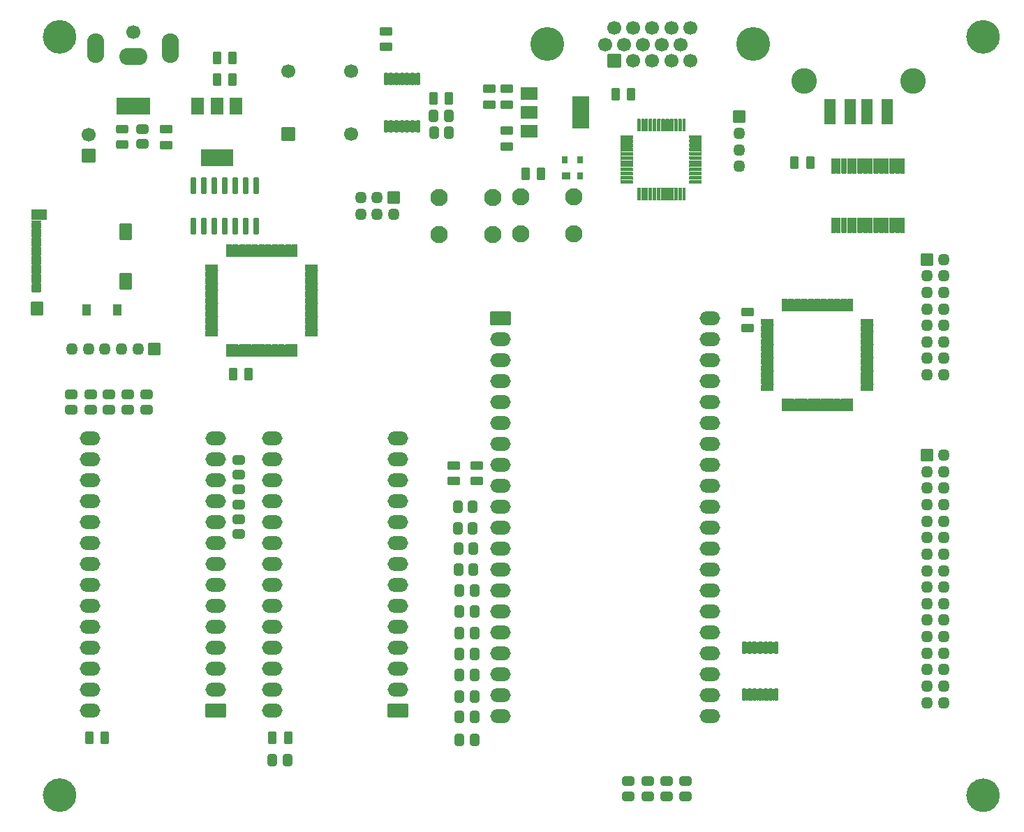
<source format=gbr>
%TF.GenerationSoftware,KiCad,Pcbnew,6.0.4-1.fc35*%
%TF.CreationDate,2022-04-27T17:33:16+05:30*%
%TF.ProjectId,8puter,38707574-6572-42e6-9b69-6361645f7063,rev?*%
%TF.SameCoordinates,PX5496c90PY8113368*%
%TF.FileFunction,Soldermask,Top*%
%TF.FilePolarity,Negative*%
%FSLAX46Y46*%
G04 Gerber Fmt 4.6, Leading zero omitted, Abs format (unit mm)*
G04 Created by KiCad (PCBNEW 6.0.4-1.fc35) date 2022-04-27 17:33:16*
%MOMM*%
%LPD*%
G01*
G04 APERTURE LIST*
G04 Aperture macros list*
%AMRoundRect*
0 Rectangle with rounded corners*
0 $1 Rounding radius*
0 $2 $3 $4 $5 $6 $7 $8 $9 X,Y pos of 4 corners*
0 Add a 4 corners polygon primitive as box body*
4,1,4,$2,$3,$4,$5,$6,$7,$8,$9,$2,$3,0*
0 Add four circle primitives for the rounded corners*
1,1,$1+$1,$2,$3*
1,1,$1+$1,$4,$5*
1,1,$1+$1,$6,$7*
1,1,$1+$1,$8,$9*
0 Add four rect primitives between the rounded corners*
20,1,$1+$1,$2,$3,$4,$5,0*
20,1,$1+$1,$4,$5,$6,$7,0*
20,1,$1+$1,$6,$7,$8,$9,0*
20,1,$1+$1,$8,$9,$2,$3,0*%
G04 Aperture macros list end*
%ADD10C,2.050000*%
%ADD11RoundRect,0.050000X0.550000X-0.425000X0.550000X0.425000X-0.550000X0.425000X-0.550000X-0.425000X0*%
%ADD12RoundRect,0.050000X0.550000X-0.375000X0.550000X0.375000X-0.550000X0.375000X-0.550000X-0.375000X0*%
%ADD13RoundRect,0.050000X0.500000X-0.600000X0.500000X0.600000X-0.500000X0.600000X-0.500000X-0.600000X0*%
%ADD14RoundRect,0.050000X0.900000X-0.585000X0.900000X0.585000X-0.900000X0.585000X-0.900000X-0.585000X0*%
%ADD15RoundRect,0.050000X0.675000X-0.950000X0.675000X0.950000X-0.675000X0.950000X-0.675000X-0.950000X0*%
%ADD16RoundRect,0.050000X0.675000X-0.775000X0.675000X0.775000X-0.675000X0.775000X-0.675000X-0.775000X0*%
%ADD17RoundRect,0.300000X-0.250000X-0.475000X0.250000X-0.475000X0.250000X0.475000X-0.250000X0.475000X0*%
%ADD18RoundRect,0.300000X-0.262500X-0.450000X0.262500X-0.450000X0.262500X0.450000X-0.262500X0.450000X0*%
%ADD19RoundRect,0.300000X0.262500X0.450000X-0.262500X0.450000X-0.262500X-0.450000X0.262500X-0.450000X0*%
%ADD20C,2.100000*%
%ADD21RoundRect,0.050000X1.200000X0.800000X-1.200000X0.800000X-1.200000X-0.800000X1.200000X-0.800000X0*%
%ADD22O,2.500000X1.700000*%
%ADD23RoundRect,0.050000X0.500000X-0.350000X0.500000X0.350000X-0.500000X0.350000X-0.500000X-0.350000X0*%
%ADD24RoundRect,0.050000X0.300000X-0.350000X0.300000X0.350000X-0.300000X0.350000X-0.300000X-0.350000X0*%
%ADD25RoundRect,0.300000X-0.450000X0.262500X-0.450000X-0.262500X0.450000X-0.262500X0.450000X0.262500X0*%
%ADD26RoundRect,0.050000X-1.200000X-0.800000X1.200000X-0.800000X1.200000X0.800000X-1.200000X0.800000X0*%
%ADD27RoundRect,0.300000X0.450000X-0.262500X0.450000X0.262500X-0.450000X0.262500X-0.450000X-0.262500X0*%
%ADD28RoundRect,0.300000X-0.475000X0.250000X-0.475000X-0.250000X0.475000X-0.250000X0.475000X0.250000X0*%
%ADD29RoundRect,0.300000X0.475000X-0.250000X0.475000X0.250000X-0.475000X0.250000X-0.475000X-0.250000X0*%
%ADD30RoundRect,0.050000X-1.000000X-0.750000X1.000000X-0.750000X1.000000X0.750000X-1.000000X0.750000X0*%
%ADD31RoundRect,0.050000X-1.000000X-1.900000X1.000000X-1.900000X1.000000X1.900000X-1.000000X1.900000X0*%
%ADD32RoundRect,0.050000X-0.675000X-0.675000X0.675000X-0.675000X0.675000X0.675000X-0.675000X0.675000X0*%
%ADD33O,1.450000X1.450000*%
%ADD34RoundRect,0.050000X-0.750000X-0.260000X0.750000X-0.260000X0.750000X0.260000X-0.750000X0.260000X0*%
%ADD35RoundRect,0.050000X-0.260000X-0.750000X0.260000X-0.750000X0.260000X0.750000X-0.260000X0.750000X0*%
%ADD36RoundRect,0.050000X0.800000X-0.800000X0.800000X0.800000X-0.800000X0.800000X-0.800000X-0.800000X0*%
%ADD37C,1.700000*%
%ADD38RoundRect,0.050000X-0.260000X0.750000X-0.260000X-0.750000X0.260000X-0.750000X0.260000X0.750000X0*%
%ADD39RoundRect,0.050000X-0.750000X0.260000X-0.750000X-0.260000X0.750000X-0.260000X0.750000X0.260000X0*%
%ADD40RoundRect,0.150000X-0.100000X0.637500X-0.100000X-0.637500X0.100000X-0.637500X0.100000X0.637500X0*%
%ADD41RoundRect,0.293750X-0.456250X0.243750X-0.456250X-0.243750X0.456250X-0.243750X0.456250X0.243750X0*%
%ADD42C,4.100000*%
%ADD43RoundRect,0.050000X0.800000X0.800000X-0.800000X0.800000X-0.800000X-0.800000X0.800000X-0.800000X0*%
%ADD44RoundRect,0.050000X-0.675000X0.675000X-0.675000X-0.675000X0.675000X-0.675000X0.675000X0.675000X0*%
%ADD45RoundRect,0.200000X0.150000X-0.825000X0.150000X0.825000X-0.150000X0.825000X-0.150000X-0.825000X0*%
%ADD46RoundRect,0.050000X0.225000X-0.875000X0.225000X0.875000X-0.225000X0.875000X-0.225000X-0.875000X0*%
%ADD47RoundRect,0.300000X0.250000X0.475000X-0.250000X0.475000X-0.250000X-0.475000X0.250000X-0.475000X0*%
%ADD48RoundRect,0.125000X-0.662500X-0.075000X0.662500X-0.075000X0.662500X0.075000X-0.662500X0.075000X0*%
%ADD49RoundRect,0.125000X-0.075000X-0.662500X0.075000X-0.662500X0.075000X0.662500X-0.075000X0.662500X0*%
%ADD50RoundRect,0.050000X2.000000X1.000000X-2.000000X1.000000X-2.000000X-1.000000X2.000000X-1.000000X0*%
%ADD51O,3.400000X2.100000*%
%ADD52O,2.100000X3.600000*%
%ADD53RoundRect,0.050000X-0.750000X1.000000X-0.750000X-1.000000X0.750000X-1.000000X0.750000X1.000000X0*%
%ADD54RoundRect,0.050000X-1.900000X1.000000X-1.900000X-1.000000X1.900000X-1.000000X1.900000X1.000000X0*%
%ADD55RoundRect,0.150000X0.100000X-0.637500X0.100000X0.637500X-0.100000X0.637500X-0.100000X-0.637500X0*%
%ADD56RoundRect,0.050000X0.625000X1.500000X-0.625000X1.500000X-0.625000X-1.500000X0.625000X-1.500000X0*%
%ADD57C,3.100000*%
%ADD58RoundRect,0.050000X-0.800000X-0.800000X0.800000X-0.800000X0.800000X0.800000X-0.800000X0.800000X0*%
G04 APERTURE END LIST*
D10*
X5013184Y96000856D02*
G75*
G03*
X5013184Y96000856I-1025000J0D01*
G01*
X117025000Y4000000D02*
G75*
G03*
X117025000Y4000000I-1025000J0D01*
G01*
X5014231Y4014932D02*
G75*
G03*
X5014231Y4014932I-1025000J0D01*
G01*
X117025000Y96000000D02*
G75*
G03*
X117025000Y96000000I-1025000J0D01*
G01*
X5013184Y96000856D02*
G75*
G03*
X5013184Y96000856I-1025000J0D01*
G01*
X117025000Y4000000D02*
G75*
G03*
X117025000Y4000000I-1025000J0D01*
G01*
X5014231Y4014932D02*
G75*
G03*
X5014231Y4014932I-1025000J0D01*
G01*
X117025000Y96000000D02*
G75*
G03*
X117025000Y96000000I-1025000J0D01*
G01*
D11*
%TO.C,SDCARD1*%
X1150000Y65495000D03*
X1150000Y66595000D03*
X1150000Y67695000D03*
X1150000Y68795000D03*
X1150000Y69895000D03*
X1150000Y70995000D03*
X1150000Y72095000D03*
D12*
X1150000Y73145000D03*
D13*
X7300000Y62860000D03*
X11000000Y62860000D03*
D14*
X1500000Y74355000D03*
D15*
X11975000Y72330000D03*
D16*
X1275000Y63035000D03*
D15*
X11975000Y66360000D03*
%TD*%
D17*
%TO.C,C15*%
X29814219Y10984226D03*
X31714219Y10984226D03*
%TD*%
D18*
%TO.C,R30*%
X49387500Y84350000D03*
X51212500Y84350000D03*
%TD*%
D19*
%TO.C,R22*%
X54300000Y16000000D03*
X52475000Y16000000D03*
%TD*%
D20*
%TO.C,RESET_SW1*%
X59894219Y76594226D03*
X66394219Y76594226D03*
X59894219Y72094226D03*
X66394219Y72094226D03*
%TD*%
D21*
%TO.C,ROM1*%
X45025005Y14275012D03*
D22*
X45025005Y16815012D03*
X45025005Y19355012D03*
X45025005Y21895012D03*
X45025005Y24435012D03*
X45025005Y26975012D03*
X45025005Y29515012D03*
X45025005Y32055012D03*
X45025005Y34595012D03*
X45025005Y37135012D03*
X45025005Y39675012D03*
X45025005Y42215012D03*
X45025005Y44755012D03*
X45025005Y47295012D03*
X29785005Y47295012D03*
X29785005Y44755012D03*
X29785005Y42215012D03*
X29785005Y39675012D03*
X29785005Y37135012D03*
X29785005Y34595012D03*
X29785005Y32055012D03*
X29785005Y29515012D03*
X29785005Y26975012D03*
X29785005Y24435012D03*
X29785005Y21895012D03*
X29785005Y19355012D03*
X29785005Y16815012D03*
X29785005Y14275012D03*
%TD*%
D23*
%TO.C,U6*%
X65450005Y79100012D03*
D24*
X67150005Y79100012D03*
X67150005Y81100012D03*
X65250005Y81100012D03*
%TD*%
D25*
%TO.C,R28*%
X73000000Y5725000D03*
X73000000Y3900000D03*
%TD*%
D19*
%TO.C,R16*%
X54200000Y31400000D03*
X52375000Y31400000D03*
%TD*%
%TO.C,R13*%
X54100000Y39000000D03*
X52275000Y39000000D03*
%TD*%
D26*
%TO.C,CPU1*%
X57500005Y61825012D03*
D22*
X57500005Y59285012D03*
X57500005Y56745012D03*
X57500005Y54205012D03*
X57500005Y51665012D03*
X57500005Y49125012D03*
X57500005Y46585012D03*
X57500005Y44045012D03*
X57500005Y41505012D03*
X57500005Y38965012D03*
X57500005Y36425012D03*
X57500005Y33885012D03*
X57500005Y31345012D03*
X57500005Y28805012D03*
X57500005Y26265012D03*
X57500005Y23725012D03*
X57500005Y21185012D03*
X57500005Y18645012D03*
X57500005Y16105012D03*
X57500005Y13565012D03*
X82900005Y13565012D03*
X82900005Y16105012D03*
X82900005Y18645012D03*
X82900005Y21185012D03*
X82900005Y23725012D03*
X82900005Y26265012D03*
X82900005Y28805012D03*
X82900005Y31345012D03*
X82900005Y33885012D03*
X82900005Y36425012D03*
X82900005Y38965012D03*
X82900005Y41505012D03*
X82900005Y44045012D03*
X82900005Y46585012D03*
X82900005Y49125012D03*
X82900005Y51665012D03*
X82900005Y54205012D03*
X82900005Y56745012D03*
X82900005Y59285012D03*
X82900005Y61825012D03*
%TD*%
D27*
%TO.C,R11*%
X12250000Y50775000D03*
X12250000Y52600000D03*
%TD*%
D17*
%TO.C,C8*%
X23050000Y93400000D03*
X24950000Y93400000D03*
%TD*%
D28*
%TO.C,C2*%
X51774219Y44024226D03*
X51774219Y42124226D03*
%TD*%
D29*
%TO.C,C9*%
X43600000Y94800000D03*
X43600000Y96700000D03*
%TD*%
D19*
%TO.C,R19*%
X54300000Y23700000D03*
X52475000Y23700000D03*
%TD*%
D29*
%TO.C,C21*%
X87400000Y60700000D03*
X87400000Y62600000D03*
%TD*%
D30*
%TO.C,REG2*%
X60900000Y89150000D03*
D31*
X67200000Y86850000D03*
D30*
X60900000Y86850000D03*
X60900000Y84550000D03*
%TD*%
D32*
%TO.C,PERIPHERAL1*%
X109200000Y69000000D03*
D33*
X111200000Y69000000D03*
X109200000Y67000000D03*
X111200000Y67000000D03*
X109200000Y65000000D03*
X111200000Y65000000D03*
X109200000Y63000000D03*
X111200000Y63000000D03*
X109200000Y61000000D03*
X111200000Y61000000D03*
X109200000Y59000000D03*
X111200000Y59000000D03*
X109200000Y57000000D03*
X111200000Y57000000D03*
X109200000Y55000000D03*
X111200000Y55000000D03*
%TD*%
D34*
%TO.C,SERC1*%
X22450000Y68000000D03*
X22450000Y67200000D03*
X22450000Y66400000D03*
X22450000Y65600000D03*
X22450000Y64800000D03*
X22450000Y64000000D03*
X22450000Y63200000D03*
X22450000Y62400000D03*
X22450000Y61600000D03*
X22450000Y60800000D03*
X22450000Y60000000D03*
D35*
X24500000Y57950000D03*
X25300000Y57950000D03*
X26100000Y57950000D03*
X26900000Y57950000D03*
X27700000Y57950000D03*
X28500000Y57950000D03*
X29300000Y57950000D03*
X30100000Y57950000D03*
X30900000Y57950000D03*
X31700000Y57950000D03*
X32500000Y57950000D03*
D34*
X34550000Y60000000D03*
X34550000Y60800000D03*
X34550000Y61600000D03*
X34550000Y62400000D03*
X34550000Y63200000D03*
X34550000Y64000000D03*
X34550000Y64800000D03*
X34550000Y65600000D03*
X34550000Y66400000D03*
X34550000Y67200000D03*
X34550000Y68000000D03*
D35*
X32500000Y70050000D03*
X31700000Y70050000D03*
X30900000Y70050000D03*
X30100000Y70050000D03*
X29300000Y70050000D03*
X28500000Y70050000D03*
X27700000Y70050000D03*
X26900000Y70050000D03*
X26100000Y70050000D03*
X25300000Y70050000D03*
X24500000Y70050000D03*
%TD*%
D17*
%TO.C,C16*%
X7594219Y11004226D03*
X9494219Y11004226D03*
%TD*%
%TO.C,C17*%
X23050000Y90800000D03*
X24950000Y90800000D03*
%TD*%
D36*
%TO.C,C3*%
X7500000Y81600000D03*
D37*
X7500000Y84100000D03*
%TD*%
D38*
%TO.C,PRP1*%
X99900005Y63450012D03*
X99100005Y63450012D03*
X98300005Y63450012D03*
X97500005Y63450012D03*
X96700005Y63450012D03*
X95900005Y63450012D03*
X95100005Y63450012D03*
X94300005Y63450012D03*
X93500005Y63450012D03*
X92700005Y63450012D03*
X91900005Y63450012D03*
D39*
X89850005Y61400012D03*
X89850005Y60600012D03*
X89850005Y59800012D03*
X89850005Y59000012D03*
X89850005Y58200012D03*
X89850005Y57400012D03*
X89850005Y56600012D03*
X89850005Y55800012D03*
X89850005Y55000012D03*
X89850005Y54200012D03*
X89850005Y53400012D03*
D38*
X91900005Y51350012D03*
X92700005Y51350012D03*
X93500005Y51350012D03*
X94300005Y51350012D03*
X95100005Y51350012D03*
X95900005Y51350012D03*
X96700005Y51350012D03*
X97500005Y51350012D03*
X98300005Y51350012D03*
X99100005Y51350012D03*
X99900005Y51350012D03*
D39*
X101950005Y53400012D03*
X101950005Y54200012D03*
X101950005Y55000012D03*
X101950005Y55800012D03*
X101950005Y56600012D03*
X101950005Y57400012D03*
X101950005Y58200012D03*
X101950005Y59000012D03*
X101950005Y59800012D03*
X101950005Y60600012D03*
X101950005Y61400012D03*
%TD*%
D18*
%TO.C,R2*%
X29801719Y8284226D03*
X31626719Y8284226D03*
%TD*%
D40*
%TO.C,U1*%
X90900000Y21912500D03*
X90250000Y21912500D03*
X89600000Y21912500D03*
X88950000Y21912500D03*
X88300000Y21912500D03*
X87650000Y21912500D03*
X87000000Y21912500D03*
X87000000Y16187500D03*
X87650000Y16187500D03*
X88300000Y16187500D03*
X88950000Y16187500D03*
X89600000Y16187500D03*
X90250000Y16187500D03*
X90900000Y16187500D03*
%TD*%
D41*
%TO.C,D1*%
X11590000Y84837500D03*
X11590000Y82962500D03*
%TD*%
D19*
%TO.C,R18*%
X54300000Y26300000D03*
X52475000Y26300000D03*
%TD*%
D25*
%TO.C,R6*%
X25700000Y41112500D03*
X25700000Y39287500D03*
%TD*%
D42*
%TO.C,VGA1*%
X88115000Y95149669D03*
X63115000Y95149669D03*
D43*
X71300000Y93099669D03*
D37*
X73590000Y93099669D03*
X75880000Y93099669D03*
X78170000Y93099669D03*
X80460000Y93099669D03*
X70155000Y95079669D03*
X72445000Y95079669D03*
X74735000Y95079669D03*
X77025000Y95079669D03*
X79315000Y95079669D03*
X71300000Y97059669D03*
X73590000Y97059669D03*
X75880000Y97059669D03*
X78170000Y97059669D03*
X80460000Y97059669D03*
%TD*%
D19*
%TO.C,R15*%
X54200000Y33900000D03*
X52375000Y33900000D03*
%TD*%
D44*
%TO.C,SPI1*%
X15500000Y58100000D03*
D33*
X13500000Y58100000D03*
X11500000Y58100000D03*
X9500000Y58100000D03*
X7500000Y58100000D03*
X5500000Y58100000D03*
%TD*%
D28*
%TO.C,C4*%
X54574219Y44024226D03*
X54574219Y42124226D03*
%TD*%
D32*
%TO.C,DEBUG1*%
X109200000Y45250000D03*
D33*
X111200000Y45250000D03*
X109200000Y43250000D03*
X111200000Y43250000D03*
X109200000Y41250000D03*
X111200000Y41250000D03*
X109200000Y39250000D03*
X111200000Y39250000D03*
X109200000Y37250000D03*
X111200000Y37250000D03*
X109200000Y35250000D03*
X111200000Y35250000D03*
X109200000Y33250000D03*
X111200000Y33250000D03*
X109200000Y31250000D03*
X111200000Y31250000D03*
X109200000Y29250000D03*
X111200000Y29250000D03*
X109200000Y27250000D03*
X111200000Y27250000D03*
X109200000Y25250000D03*
X111200000Y25250000D03*
X109200000Y23250000D03*
X111200000Y23250000D03*
X109200000Y21250000D03*
X111200000Y21250000D03*
X109200000Y19250000D03*
X111200000Y19250000D03*
X109200000Y17250000D03*
X111200000Y17250000D03*
X109200000Y15250000D03*
X111200000Y15250000D03*
%TD*%
D45*
%TO.C,U3*%
X20190000Y73025000D03*
X21460000Y73025000D03*
X22730000Y73025000D03*
X24000000Y73025000D03*
X25270000Y73025000D03*
X26540000Y73025000D03*
X27810000Y73025000D03*
X27810000Y77975000D03*
X26540000Y77975000D03*
X25270000Y77975000D03*
X24000000Y77975000D03*
X22730000Y77975000D03*
X21460000Y77975000D03*
X20190000Y77975000D03*
%TD*%
D25*
%TO.C,R27*%
X75300000Y5712500D03*
X75300000Y3887500D03*
%TD*%
D19*
%TO.C,R23*%
X54300000Y13500000D03*
X52475000Y13500000D03*
%TD*%
%TO.C,R24*%
X54300000Y10700000D03*
X52475000Y10700000D03*
%TD*%
D46*
%TO.C,USB1*%
X97825000Y73150000D03*
X98475000Y73150000D03*
X99125000Y73150000D03*
X99775000Y73150000D03*
X100425000Y73150000D03*
X101075000Y73150000D03*
X101725000Y73150000D03*
X102375000Y73150000D03*
X103025000Y73150000D03*
X103675000Y73150000D03*
X104325000Y73150000D03*
X104975000Y73150000D03*
X105625000Y73150000D03*
X106275000Y73150000D03*
X106275000Y80350000D03*
X105625000Y80350000D03*
X104975000Y80350000D03*
X104325000Y80350000D03*
X103675000Y80350000D03*
X103025000Y80350000D03*
X102375000Y80350000D03*
X101725000Y80350000D03*
X101075000Y80350000D03*
X100425000Y80350000D03*
X99775000Y80350000D03*
X99125000Y80350000D03*
X98475000Y80350000D03*
X97825000Y80350000D03*
%TD*%
D47*
%TO.C,C11*%
X62394219Y79400000D03*
X60494219Y79400000D03*
%TD*%
D19*
%TO.C,R17*%
X54300000Y28800000D03*
X52475000Y28800000D03*
%TD*%
D27*
%TO.C,R9*%
X7750000Y50787500D03*
X7750000Y52612500D03*
%TD*%
%TO.C,R10*%
X10000000Y50787500D03*
X10000000Y52612500D03*
%TD*%
D25*
%TO.C,R29*%
X14000000Y84825000D03*
X14000000Y83000000D03*
%TD*%
D29*
%TO.C,C6*%
X58244226Y87800000D03*
X58244226Y89700000D03*
%TD*%
D47*
%TO.C,C22*%
X93150000Y80700000D03*
X95050000Y80700000D03*
%TD*%
D25*
%TO.C,R25*%
X79900000Y5712500D03*
X79900000Y3887500D03*
%TD*%
D17*
%TO.C,C18*%
X49337500Y88550000D03*
X51237500Y88550000D03*
%TD*%
D32*
%TO.C,SWD_H1*%
X86400000Y86300000D03*
D33*
X86400000Y84300000D03*
X86400000Y82300000D03*
X86400000Y80300000D03*
%TD*%
D21*
%TO.C,RAM1*%
X22900005Y14300012D03*
D22*
X22900005Y16840012D03*
X22900005Y19380012D03*
X22900005Y21920012D03*
X22900005Y24460012D03*
X22900005Y27000012D03*
X22900005Y29540012D03*
X22900005Y32080012D03*
X22900005Y34620012D03*
X22900005Y37160012D03*
X22900005Y39700012D03*
X22900005Y42240012D03*
X22900005Y44780012D03*
X22900005Y47320012D03*
X7660005Y47320012D03*
X7660005Y44780012D03*
X7660005Y42240012D03*
X7660005Y39700012D03*
X7660005Y37160012D03*
X7660005Y34620012D03*
X7660005Y32080012D03*
X7660005Y29540012D03*
X7660005Y27000012D03*
X7660005Y24460012D03*
X7660005Y21920012D03*
X7660005Y19380012D03*
X7660005Y16840012D03*
X7660005Y14300012D03*
%TD*%
D48*
%TO.C,VIDEO1*%
X72787500Y83862500D03*
X72787500Y83362500D03*
X72787500Y82862500D03*
X72787500Y82362500D03*
X72787500Y81862500D03*
X72787500Y81362500D03*
X72787500Y80862500D03*
X72787500Y80362500D03*
X72787500Y79862500D03*
X72787500Y79362500D03*
X72787500Y78862500D03*
X72787500Y78362500D03*
D49*
X74200000Y76950000D03*
X74700000Y76950000D03*
X75200000Y76950000D03*
X75700000Y76950000D03*
X76200000Y76950000D03*
X76700000Y76950000D03*
X77200000Y76950000D03*
X77700000Y76950000D03*
X78200000Y76950000D03*
X78700000Y76950000D03*
X79200000Y76950000D03*
X79700000Y76950000D03*
D48*
X81112500Y78362500D03*
X81112500Y78862500D03*
X81112500Y79362500D03*
X81112500Y79862500D03*
X81112500Y80362500D03*
X81112500Y80862500D03*
X81112500Y81362500D03*
X81112500Y81862500D03*
X81112500Y82362500D03*
X81112500Y82862500D03*
X81112500Y83362500D03*
X81112500Y83862500D03*
D49*
X79700000Y85275000D03*
X79200000Y85275000D03*
X78700000Y85275000D03*
X78200000Y85275000D03*
X77700000Y85275000D03*
X77200000Y85275000D03*
X76700000Y85275000D03*
X76200000Y85275000D03*
X75700000Y85275000D03*
X75200000Y85275000D03*
X74700000Y85275000D03*
X74200000Y85275000D03*
%TD*%
D37*
%TO.C,J1*%
X12900000Y96600000D03*
D50*
X12900000Y87600000D03*
D51*
X12900000Y93600000D03*
D52*
X17400000Y94600000D03*
X8400000Y94600000D03*
%TD*%
D20*
%TO.C,STEP_SW1*%
X56500000Y72000000D03*
X50000000Y72000000D03*
X50000000Y76500000D03*
X56500000Y76500000D03*
%TD*%
D53*
%TO.C,REG1*%
X25350000Y87600000D03*
D54*
X23050000Y81300000D03*
D53*
X23050000Y87600000D03*
X20750000Y87600000D03*
%TD*%
D25*
%TO.C,R26*%
X77600000Y5712500D03*
X77600000Y3887500D03*
%TD*%
D29*
%TO.C,C7*%
X56100000Y87800000D03*
X56100000Y89700000D03*
%TD*%
D19*
%TO.C,R20*%
X54300000Y21100000D03*
X52475000Y21100000D03*
%TD*%
%TO.C,R14*%
X54112500Y36400000D03*
X52287500Y36400000D03*
%TD*%
D44*
%TO.C,CS_SEL1*%
X44500000Y76500000D03*
D33*
X44500000Y74500000D03*
X42500000Y76500000D03*
X42500000Y74500000D03*
X40500000Y76500000D03*
X40500000Y74500000D03*
%TD*%
D27*
%TO.C,R8*%
X5400000Y50787500D03*
X5400000Y52612500D03*
%TD*%
D55*
%TO.C,U2*%
X43550000Y85137500D03*
X44200000Y85137500D03*
X44850000Y85137500D03*
X45500000Y85137500D03*
X46150000Y85137500D03*
X46800000Y85137500D03*
X47450000Y85137500D03*
X47450000Y90862500D03*
X46800000Y90862500D03*
X46150000Y90862500D03*
X45500000Y90862500D03*
X44850000Y90862500D03*
X44200000Y90862500D03*
X43550000Y90862500D03*
%TD*%
D19*
%TO.C,R21*%
X54300000Y18600000D03*
X52475000Y18600000D03*
%TD*%
D25*
%TO.C,R5*%
X25700000Y37500000D03*
X25700000Y35675000D03*
%TD*%
D19*
%TO.C,R31*%
X51200000Y86450000D03*
X49375000Y86450000D03*
%TD*%
D17*
%TO.C,C10*%
X25000000Y55100000D03*
X26900000Y55100000D03*
%TD*%
%TO.C,C23*%
X71400000Y89000000D03*
X73300000Y89000000D03*
%TD*%
D56*
%TO.C,USB_P1*%
X104400000Y86950000D03*
X101900000Y86950000D03*
X99900000Y86950000D03*
X97400000Y86950000D03*
D57*
X94330000Y90630000D03*
X107470000Y90630000D03*
%TD*%
D28*
%TO.C,C1*%
X16900000Y84800000D03*
X16900000Y82900000D03*
%TD*%
D25*
%TO.C,R7*%
X25700000Y44712500D03*
X25700000Y42887500D03*
%TD*%
D27*
%TO.C,R12*%
X14500000Y50787500D03*
X14500000Y52612500D03*
%TD*%
D28*
%TO.C,C5*%
X58250000Y84600000D03*
X58250000Y82700000D03*
%TD*%
D58*
%TO.C,X1*%
X31690000Y84190000D03*
D37*
X39310000Y84190000D03*
X39310000Y91810000D03*
X31690000Y91810000D03*
%TD*%
G36*
X89170754Y16912614D02*
G01*
X89186543Y16896853D01*
X89248611Y16863031D01*
X89318889Y16868119D01*
X89363676Y16896959D01*
X89379126Y16912435D01*
X89381057Y16912954D01*
X89382472Y16911541D01*
X89382204Y16909911D01*
X89363303Y16881624D01*
X89352000Y16824801D01*
X89352000Y15550199D01*
X89363303Y15493376D01*
X89382322Y15464912D01*
X89382453Y15462916D01*
X89380790Y15461805D01*
X89379246Y15462386D01*
X89363457Y15478147D01*
X89301389Y15511969D01*
X89231111Y15506881D01*
X89186324Y15478041D01*
X89170874Y15462565D01*
X89168943Y15462046D01*
X89167528Y15463459D01*
X89167796Y15465089D01*
X89186697Y15493376D01*
X89198000Y15550199D01*
X89198000Y16824801D01*
X89186697Y16881624D01*
X89167678Y16910088D01*
X89167547Y16912084D01*
X89169210Y16913195D01*
X89170754Y16912614D01*
G37*
G36*
X88520754Y16912614D02*
G01*
X88536543Y16896853D01*
X88598611Y16863031D01*
X88668889Y16868119D01*
X88713676Y16896959D01*
X88729126Y16912435D01*
X88731057Y16912954D01*
X88732472Y16911541D01*
X88732204Y16909911D01*
X88713303Y16881624D01*
X88702000Y16824801D01*
X88702000Y15550199D01*
X88713303Y15493376D01*
X88732322Y15464912D01*
X88732453Y15462916D01*
X88730790Y15461805D01*
X88729246Y15462386D01*
X88713457Y15478147D01*
X88651389Y15511969D01*
X88581111Y15506881D01*
X88536324Y15478041D01*
X88520874Y15462565D01*
X88518943Y15462046D01*
X88517528Y15463459D01*
X88517796Y15465089D01*
X88536697Y15493376D01*
X88548000Y15550199D01*
X88548000Y16824801D01*
X88536697Y16881624D01*
X88517678Y16910088D01*
X88517547Y16912084D01*
X88519210Y16913195D01*
X88520754Y16912614D01*
G37*
G36*
X87870754Y16912614D02*
G01*
X87886543Y16896853D01*
X87948611Y16863031D01*
X88018889Y16868119D01*
X88063676Y16896959D01*
X88079126Y16912435D01*
X88081057Y16912954D01*
X88082472Y16911541D01*
X88082204Y16909911D01*
X88063303Y16881624D01*
X88052000Y16824801D01*
X88052000Y15550199D01*
X88063303Y15493376D01*
X88082322Y15464912D01*
X88082453Y15462916D01*
X88080790Y15461805D01*
X88079246Y15462386D01*
X88063457Y15478147D01*
X88001389Y15511969D01*
X87931111Y15506881D01*
X87886324Y15478041D01*
X87870874Y15462565D01*
X87868943Y15462046D01*
X87867528Y15463459D01*
X87867796Y15465089D01*
X87886697Y15493376D01*
X87898000Y15550199D01*
X87898000Y16824801D01*
X87886697Y16881624D01*
X87867678Y16910088D01*
X87867547Y16912084D01*
X87869210Y16913195D01*
X87870754Y16912614D01*
G37*
G36*
X87220754Y16912614D02*
G01*
X87236543Y16896853D01*
X87298611Y16863031D01*
X87368889Y16868119D01*
X87413676Y16896959D01*
X87429126Y16912435D01*
X87431057Y16912954D01*
X87432472Y16911541D01*
X87432204Y16909911D01*
X87413303Y16881624D01*
X87402000Y16824801D01*
X87402000Y15550199D01*
X87413303Y15493376D01*
X87432322Y15464912D01*
X87432453Y15462916D01*
X87430790Y15461805D01*
X87429246Y15462386D01*
X87413457Y15478147D01*
X87351389Y15511969D01*
X87281111Y15506881D01*
X87236324Y15478041D01*
X87220874Y15462565D01*
X87218943Y15462046D01*
X87217528Y15463459D01*
X87217796Y15465089D01*
X87236697Y15493376D01*
X87248000Y15550199D01*
X87248000Y16824801D01*
X87236697Y16881624D01*
X87217678Y16910088D01*
X87217547Y16912084D01*
X87219210Y16913195D01*
X87220754Y16912614D01*
G37*
G36*
X89820754Y16912614D02*
G01*
X89836543Y16896853D01*
X89898611Y16863031D01*
X89968889Y16868119D01*
X90013676Y16896959D01*
X90029126Y16912435D01*
X90031057Y16912954D01*
X90032472Y16911541D01*
X90032204Y16909911D01*
X90013303Y16881624D01*
X90002000Y16824801D01*
X90002000Y15550199D01*
X90013303Y15493376D01*
X90032322Y15464912D01*
X90032453Y15462916D01*
X90030790Y15461805D01*
X90029246Y15462386D01*
X90013457Y15478147D01*
X89951389Y15511969D01*
X89881111Y15506881D01*
X89836324Y15478041D01*
X89820874Y15462565D01*
X89818943Y15462046D01*
X89817528Y15463459D01*
X89817796Y15465089D01*
X89836697Y15493376D01*
X89848000Y15550199D01*
X89848000Y16824801D01*
X89836697Y16881624D01*
X89817678Y16910088D01*
X89817547Y16912084D01*
X89819210Y16913195D01*
X89820754Y16912614D01*
G37*
G36*
X90470754Y16912614D02*
G01*
X90486543Y16896853D01*
X90548611Y16863031D01*
X90618889Y16868119D01*
X90663676Y16896959D01*
X90679126Y16912435D01*
X90681057Y16912954D01*
X90682472Y16911541D01*
X90682204Y16909911D01*
X90663303Y16881624D01*
X90652000Y16824801D01*
X90652000Y15550199D01*
X90663303Y15493376D01*
X90682322Y15464912D01*
X90682453Y15462916D01*
X90680790Y15461805D01*
X90679246Y15462386D01*
X90663457Y15478147D01*
X90601389Y15511969D01*
X90531111Y15506881D01*
X90486324Y15478041D01*
X90470874Y15462565D01*
X90468943Y15462046D01*
X90467528Y15463459D01*
X90467796Y15465089D01*
X90486697Y15493376D01*
X90498000Y15550199D01*
X90498000Y16824801D01*
X90486697Y16881624D01*
X90467678Y16910088D01*
X90467547Y16912084D01*
X90469210Y16913195D01*
X90470754Y16912614D01*
G37*
G36*
X88520754Y22637614D02*
G01*
X88536543Y22621853D01*
X88598611Y22588031D01*
X88668889Y22593119D01*
X88713676Y22621959D01*
X88729126Y22637435D01*
X88731057Y22637954D01*
X88732472Y22636541D01*
X88732204Y22634911D01*
X88713303Y22606624D01*
X88702000Y22549801D01*
X88702000Y21275199D01*
X88713303Y21218376D01*
X88732322Y21189912D01*
X88732453Y21187916D01*
X88730790Y21186805D01*
X88729246Y21187386D01*
X88713457Y21203147D01*
X88651389Y21236969D01*
X88581111Y21231881D01*
X88536324Y21203041D01*
X88520874Y21187565D01*
X88518943Y21187046D01*
X88517528Y21188459D01*
X88517796Y21190089D01*
X88536697Y21218376D01*
X88548000Y21275199D01*
X88548000Y22549801D01*
X88536697Y22606624D01*
X88517678Y22635088D01*
X88517547Y22637084D01*
X88519210Y22638195D01*
X88520754Y22637614D01*
G37*
G36*
X87870754Y22637614D02*
G01*
X87886543Y22621853D01*
X87948611Y22588031D01*
X88018889Y22593119D01*
X88063676Y22621959D01*
X88079126Y22637435D01*
X88081057Y22637954D01*
X88082472Y22636541D01*
X88082204Y22634911D01*
X88063303Y22606624D01*
X88052000Y22549801D01*
X88052000Y21275199D01*
X88063303Y21218376D01*
X88082322Y21189912D01*
X88082453Y21187916D01*
X88080790Y21186805D01*
X88079246Y21187386D01*
X88063457Y21203147D01*
X88001389Y21236969D01*
X87931111Y21231881D01*
X87886324Y21203041D01*
X87870874Y21187565D01*
X87868943Y21187046D01*
X87867528Y21188459D01*
X87867796Y21190089D01*
X87886697Y21218376D01*
X87898000Y21275199D01*
X87898000Y22549801D01*
X87886697Y22606624D01*
X87867678Y22635088D01*
X87867547Y22637084D01*
X87869210Y22638195D01*
X87870754Y22637614D01*
G37*
G36*
X87220754Y22637614D02*
G01*
X87236543Y22621853D01*
X87298611Y22588031D01*
X87368889Y22593119D01*
X87413676Y22621959D01*
X87429126Y22637435D01*
X87431057Y22637954D01*
X87432472Y22636541D01*
X87432204Y22634911D01*
X87413303Y22606624D01*
X87402000Y22549801D01*
X87402000Y21275199D01*
X87413303Y21218376D01*
X87432322Y21189912D01*
X87432453Y21187916D01*
X87430790Y21186805D01*
X87429246Y21187386D01*
X87413457Y21203147D01*
X87351389Y21236969D01*
X87281111Y21231881D01*
X87236324Y21203041D01*
X87220874Y21187565D01*
X87218943Y21187046D01*
X87217528Y21188459D01*
X87217796Y21190089D01*
X87236697Y21218376D01*
X87248000Y21275199D01*
X87248000Y22549801D01*
X87236697Y22606624D01*
X87217678Y22635088D01*
X87217547Y22637084D01*
X87219210Y22638195D01*
X87220754Y22637614D01*
G37*
G36*
X89170754Y22637614D02*
G01*
X89186543Y22621853D01*
X89248611Y22588031D01*
X89318889Y22593119D01*
X89363676Y22621959D01*
X89379126Y22637435D01*
X89381057Y22637954D01*
X89382472Y22636541D01*
X89382204Y22634911D01*
X89363303Y22606624D01*
X89352000Y22549801D01*
X89352000Y21275199D01*
X89363303Y21218376D01*
X89382322Y21189912D01*
X89382453Y21187916D01*
X89380790Y21186805D01*
X89379246Y21187386D01*
X89363457Y21203147D01*
X89301389Y21236969D01*
X89231111Y21231881D01*
X89186324Y21203041D01*
X89170874Y21187565D01*
X89168943Y21187046D01*
X89167528Y21188459D01*
X89167796Y21190089D01*
X89186697Y21218376D01*
X89198000Y21275199D01*
X89198000Y22549801D01*
X89186697Y22606624D01*
X89167678Y22635088D01*
X89167547Y22637084D01*
X89169210Y22638195D01*
X89170754Y22637614D01*
G37*
G36*
X90470754Y22637614D02*
G01*
X90486543Y22621853D01*
X90548611Y22588031D01*
X90618889Y22593119D01*
X90663676Y22621959D01*
X90679126Y22637435D01*
X90681057Y22637954D01*
X90682472Y22636541D01*
X90682204Y22634911D01*
X90663303Y22606624D01*
X90652000Y22549801D01*
X90652000Y21275199D01*
X90663303Y21218376D01*
X90682322Y21189912D01*
X90682453Y21187916D01*
X90680790Y21186805D01*
X90679246Y21187386D01*
X90663457Y21203147D01*
X90601389Y21236969D01*
X90531111Y21231881D01*
X90486324Y21203041D01*
X90470874Y21187565D01*
X90468943Y21187046D01*
X90467528Y21188459D01*
X90467796Y21190089D01*
X90486697Y21218376D01*
X90498000Y21275199D01*
X90498000Y22549801D01*
X90486697Y22606624D01*
X90467678Y22635088D01*
X90467547Y22637084D01*
X90469210Y22638195D01*
X90470754Y22637614D01*
G37*
G36*
X89820754Y22637614D02*
G01*
X89836543Y22621853D01*
X89898611Y22588031D01*
X89968889Y22593119D01*
X90013676Y22621959D01*
X90029126Y22637435D01*
X90031057Y22637954D01*
X90032472Y22636541D01*
X90032204Y22634911D01*
X90013303Y22606624D01*
X90002000Y22549801D01*
X90002000Y21275199D01*
X90013303Y21218376D01*
X90032322Y21189912D01*
X90032453Y21187916D01*
X90030790Y21186805D01*
X90029246Y21187386D01*
X90013457Y21203147D01*
X89951389Y21236969D01*
X89881111Y21231881D01*
X89836324Y21203041D01*
X89820874Y21187565D01*
X89818943Y21187046D01*
X89817528Y21188459D01*
X89817796Y21190089D01*
X89836697Y21218376D01*
X89848000Y21275199D01*
X89848000Y22549801D01*
X89836697Y22606624D01*
X89817678Y22635088D01*
X89817547Y22637084D01*
X89819210Y22638195D01*
X89820754Y22637614D01*
G37*
G36*
X96202339Y52128378D02*
G01*
X96250152Y52088420D01*
X96319986Y52079648D01*
X96383633Y52110100D01*
X96392209Y52119996D01*
X96394099Y52120650D01*
X96395610Y52119340D01*
X96395682Y52118296D01*
X96392005Y52099813D01*
X96392005Y50600211D01*
X96395696Y50581657D01*
X96400617Y50574292D01*
X96400748Y50572296D01*
X96399085Y50571185D01*
X96397671Y50571646D01*
X96349858Y50611604D01*
X96280024Y50620376D01*
X96216377Y50589924D01*
X96207801Y50580028D01*
X96205911Y50579374D01*
X96204400Y50580684D01*
X96204328Y50581728D01*
X96208005Y50600211D01*
X96208005Y52099813D01*
X96204314Y52118367D01*
X96199393Y52125732D01*
X96199262Y52127728D01*
X96200925Y52128839D01*
X96202339Y52128378D01*
G37*
G36*
X97802339Y52128378D02*
G01*
X97850152Y52088420D01*
X97919986Y52079648D01*
X97983633Y52110100D01*
X97992209Y52119996D01*
X97994099Y52120650D01*
X97995610Y52119340D01*
X97995682Y52118296D01*
X97992005Y52099813D01*
X97992005Y50600211D01*
X97995696Y50581657D01*
X98000617Y50574292D01*
X98000748Y50572296D01*
X97999085Y50571185D01*
X97997671Y50571646D01*
X97949858Y50611604D01*
X97880024Y50620376D01*
X97816377Y50589924D01*
X97807801Y50580028D01*
X97805911Y50579374D01*
X97804400Y50580684D01*
X97804328Y50581728D01*
X97808005Y50600211D01*
X97808005Y52099813D01*
X97804314Y52118367D01*
X97799393Y52125732D01*
X97799262Y52127728D01*
X97800925Y52128839D01*
X97802339Y52128378D01*
G37*
G36*
X95402339Y52128378D02*
G01*
X95450152Y52088420D01*
X95519986Y52079648D01*
X95583633Y52110100D01*
X95592209Y52119996D01*
X95594099Y52120650D01*
X95595610Y52119340D01*
X95595682Y52118296D01*
X95592005Y52099813D01*
X95592005Y50600211D01*
X95595696Y50581657D01*
X95600617Y50574292D01*
X95600748Y50572296D01*
X95599085Y50571185D01*
X95597671Y50571646D01*
X95549858Y50611604D01*
X95480024Y50620376D01*
X95416377Y50589924D01*
X95407801Y50580028D01*
X95405911Y50579374D01*
X95404400Y50580684D01*
X95404328Y50581728D01*
X95408005Y50600211D01*
X95408005Y52099813D01*
X95404314Y52118367D01*
X95399393Y52125732D01*
X95399262Y52127728D01*
X95400925Y52128839D01*
X95402339Y52128378D01*
G37*
G36*
X98602339Y52128378D02*
G01*
X98650152Y52088420D01*
X98719986Y52079648D01*
X98783633Y52110100D01*
X98792209Y52119996D01*
X98794099Y52120650D01*
X98795610Y52119340D01*
X98795682Y52118296D01*
X98792005Y52099813D01*
X98792005Y50600211D01*
X98795696Y50581657D01*
X98800617Y50574292D01*
X98800748Y50572296D01*
X98799085Y50571185D01*
X98797671Y50571646D01*
X98749858Y50611604D01*
X98680024Y50620376D01*
X98616377Y50589924D01*
X98607801Y50580028D01*
X98605911Y50579374D01*
X98604400Y50580684D01*
X98604328Y50581728D01*
X98608005Y50600211D01*
X98608005Y52099813D01*
X98604314Y52118367D01*
X98599393Y52125732D01*
X98599262Y52127728D01*
X98600925Y52128839D01*
X98602339Y52128378D01*
G37*
G36*
X93802339Y52128378D02*
G01*
X93850152Y52088420D01*
X93919986Y52079648D01*
X93983633Y52110100D01*
X93992209Y52119996D01*
X93994099Y52120650D01*
X93995610Y52119340D01*
X93995682Y52118296D01*
X93992005Y52099813D01*
X93992005Y50600211D01*
X93995696Y50581657D01*
X94000617Y50574292D01*
X94000748Y50572296D01*
X93999085Y50571185D01*
X93997671Y50571646D01*
X93949858Y50611604D01*
X93880024Y50620376D01*
X93816377Y50589924D01*
X93807801Y50580028D01*
X93805911Y50579374D01*
X93804400Y50580684D01*
X93804328Y50581728D01*
X93808005Y50600211D01*
X93808005Y52099813D01*
X93804314Y52118367D01*
X93799393Y52125732D01*
X93799262Y52127728D01*
X93800925Y52128839D01*
X93802339Y52128378D01*
G37*
G36*
X93002339Y52128378D02*
G01*
X93050152Y52088420D01*
X93119986Y52079648D01*
X93183633Y52110100D01*
X93192209Y52119996D01*
X93194099Y52120650D01*
X93195610Y52119340D01*
X93195682Y52118296D01*
X93192005Y52099813D01*
X93192005Y50600211D01*
X93195696Y50581657D01*
X93200617Y50574292D01*
X93200748Y50572296D01*
X93199085Y50571185D01*
X93197671Y50571646D01*
X93149858Y50611604D01*
X93080024Y50620376D01*
X93016377Y50589924D01*
X93007801Y50580028D01*
X93005911Y50579374D01*
X93004400Y50580684D01*
X93004328Y50581728D01*
X93008005Y50600211D01*
X93008005Y52099813D01*
X93004314Y52118367D01*
X92999393Y52125732D01*
X92999262Y52127728D01*
X93000925Y52128839D01*
X93002339Y52128378D01*
G37*
G36*
X99402339Y52128378D02*
G01*
X99450152Y52088420D01*
X99519986Y52079648D01*
X99583633Y52110100D01*
X99592209Y52119996D01*
X99594099Y52120650D01*
X99595610Y52119340D01*
X99595682Y52118296D01*
X99592005Y52099813D01*
X99592005Y50600211D01*
X99595696Y50581657D01*
X99600617Y50574292D01*
X99600748Y50572296D01*
X99599085Y50571185D01*
X99597671Y50571646D01*
X99549858Y50611604D01*
X99480024Y50620376D01*
X99416377Y50589924D01*
X99407801Y50580028D01*
X99405911Y50579374D01*
X99404400Y50580684D01*
X99404328Y50581728D01*
X99408005Y50600211D01*
X99408005Y52099813D01*
X99404314Y52118367D01*
X99399393Y52125732D01*
X99399262Y52127728D01*
X99400925Y52128839D01*
X99402339Y52128378D01*
G37*
G36*
X94602339Y52128378D02*
G01*
X94650152Y52088420D01*
X94719986Y52079648D01*
X94783633Y52110100D01*
X94792209Y52119996D01*
X94794099Y52120650D01*
X94795610Y52119340D01*
X94795682Y52118296D01*
X94792005Y52099813D01*
X94792005Y50600211D01*
X94795696Y50581657D01*
X94800617Y50574292D01*
X94800748Y50572296D01*
X94799085Y50571185D01*
X94797671Y50571646D01*
X94749858Y50611604D01*
X94680024Y50620376D01*
X94616377Y50589924D01*
X94607801Y50580028D01*
X94605911Y50579374D01*
X94604400Y50580684D01*
X94604328Y50581728D01*
X94608005Y50600211D01*
X94608005Y52099813D01*
X94604314Y52118367D01*
X94599393Y52125732D01*
X94599262Y52127728D01*
X94600925Y52128839D01*
X94602339Y52128378D01*
G37*
G36*
X92202339Y52128378D02*
G01*
X92250152Y52088420D01*
X92319986Y52079648D01*
X92383633Y52110100D01*
X92392209Y52119996D01*
X92394099Y52120650D01*
X92395610Y52119340D01*
X92395682Y52118296D01*
X92392005Y52099813D01*
X92392005Y50600211D01*
X92395696Y50581657D01*
X92400617Y50574292D01*
X92400748Y50572296D01*
X92399085Y50571185D01*
X92397671Y50571646D01*
X92349858Y50611604D01*
X92280024Y50620376D01*
X92216377Y50589924D01*
X92207801Y50580028D01*
X92205911Y50579374D01*
X92204400Y50580684D01*
X92204328Y50581728D01*
X92208005Y50600211D01*
X92208005Y52099813D01*
X92204314Y52118367D01*
X92199393Y52125732D01*
X92199262Y52127728D01*
X92200925Y52128839D01*
X92202339Y52128378D01*
G37*
G36*
X97002339Y52128378D02*
G01*
X97050152Y52088420D01*
X97119986Y52079648D01*
X97183633Y52110100D01*
X97192209Y52119996D01*
X97194099Y52120650D01*
X97195610Y52119340D01*
X97195682Y52118296D01*
X97192005Y52099813D01*
X97192005Y50600211D01*
X97195696Y50581657D01*
X97200617Y50574292D01*
X97200748Y50572296D01*
X97199085Y50571185D01*
X97197671Y50571646D01*
X97149858Y50611604D01*
X97080024Y50620376D01*
X97016377Y50589924D01*
X97007801Y50580028D01*
X97005911Y50579374D01*
X97004400Y50580684D01*
X97004328Y50581728D01*
X97008005Y50600211D01*
X97008005Y52099813D01*
X97004314Y52118367D01*
X96999393Y52125732D01*
X96999262Y52127728D01*
X97000925Y52128839D01*
X97002339Y52128378D01*
G37*
G36*
X102728832Y53899092D02*
G01*
X102728371Y53897678D01*
X102688413Y53849865D01*
X102679641Y53780031D01*
X102710093Y53716384D01*
X102719989Y53707808D01*
X102720643Y53705918D01*
X102719333Y53704407D01*
X102718289Y53704335D01*
X102699806Y53708012D01*
X101200204Y53708012D01*
X101181650Y53704321D01*
X101174285Y53699400D01*
X101172289Y53699269D01*
X101171178Y53700932D01*
X101171639Y53702346D01*
X101211597Y53750159D01*
X101220369Y53819993D01*
X101189917Y53883640D01*
X101180021Y53892216D01*
X101179367Y53894106D01*
X101180677Y53895617D01*
X101181721Y53895689D01*
X101200204Y53892012D01*
X102699806Y53892012D01*
X102718360Y53895703D01*
X102725725Y53900624D01*
X102727721Y53900755D01*
X102728832Y53899092D01*
G37*
G36*
X90628832Y53899092D02*
G01*
X90628371Y53897678D01*
X90588413Y53849865D01*
X90579641Y53780031D01*
X90610093Y53716384D01*
X90619989Y53707808D01*
X90620643Y53705918D01*
X90619333Y53704407D01*
X90618289Y53704335D01*
X90599806Y53708012D01*
X89100204Y53708012D01*
X89081650Y53704321D01*
X89074285Y53699400D01*
X89072289Y53699269D01*
X89071178Y53700932D01*
X89071639Y53702346D01*
X89111597Y53750159D01*
X89120369Y53819993D01*
X89089917Y53883640D01*
X89080021Y53892216D01*
X89079367Y53894106D01*
X89080677Y53895617D01*
X89081721Y53895689D01*
X89100204Y53892012D01*
X90599806Y53892012D01*
X90618360Y53895703D01*
X90625725Y53900624D01*
X90627721Y53900755D01*
X90628832Y53899092D01*
G37*
G36*
X102728832Y54699092D02*
G01*
X102728371Y54697678D01*
X102688413Y54649865D01*
X102679641Y54580031D01*
X102710093Y54516384D01*
X102719989Y54507808D01*
X102720643Y54505918D01*
X102719333Y54504407D01*
X102718289Y54504335D01*
X102699806Y54508012D01*
X101200204Y54508012D01*
X101181650Y54504321D01*
X101174285Y54499400D01*
X101172289Y54499269D01*
X101171178Y54500932D01*
X101171639Y54502346D01*
X101211597Y54550159D01*
X101220369Y54619993D01*
X101189917Y54683640D01*
X101180021Y54692216D01*
X101179367Y54694106D01*
X101180677Y54695617D01*
X101181721Y54695689D01*
X101200204Y54692012D01*
X102699806Y54692012D01*
X102718360Y54695703D01*
X102725725Y54700624D01*
X102727721Y54700755D01*
X102728832Y54699092D01*
G37*
G36*
X90628832Y54699092D02*
G01*
X90628371Y54697678D01*
X90588413Y54649865D01*
X90579641Y54580031D01*
X90610093Y54516384D01*
X90619989Y54507808D01*
X90620643Y54505918D01*
X90619333Y54504407D01*
X90618289Y54504335D01*
X90599806Y54508012D01*
X89100204Y54508012D01*
X89081650Y54504321D01*
X89074285Y54499400D01*
X89072289Y54499269D01*
X89071178Y54500932D01*
X89071639Y54502346D01*
X89111597Y54550159D01*
X89120369Y54619993D01*
X89089917Y54683640D01*
X89080021Y54692216D01*
X89079367Y54694106D01*
X89080677Y54695617D01*
X89081721Y54695689D01*
X89100204Y54692012D01*
X90599806Y54692012D01*
X90618360Y54695703D01*
X90625725Y54700624D01*
X90627721Y54700755D01*
X90628832Y54699092D01*
G37*
G36*
X102728832Y55499092D02*
G01*
X102728371Y55497678D01*
X102688413Y55449865D01*
X102679641Y55380031D01*
X102710093Y55316384D01*
X102719989Y55307808D01*
X102720643Y55305918D01*
X102719333Y55304407D01*
X102718289Y55304335D01*
X102699806Y55308012D01*
X101200204Y55308012D01*
X101181650Y55304321D01*
X101174285Y55299400D01*
X101172289Y55299269D01*
X101171178Y55300932D01*
X101171639Y55302346D01*
X101211597Y55350159D01*
X101220369Y55419993D01*
X101189917Y55483640D01*
X101180021Y55492216D01*
X101179367Y55494106D01*
X101180677Y55495617D01*
X101181721Y55495689D01*
X101200204Y55492012D01*
X102699806Y55492012D01*
X102718360Y55495703D01*
X102725725Y55500624D01*
X102727721Y55500755D01*
X102728832Y55499092D01*
G37*
G36*
X90628832Y55499092D02*
G01*
X90628371Y55497678D01*
X90588413Y55449865D01*
X90579641Y55380031D01*
X90610093Y55316384D01*
X90619989Y55307808D01*
X90620643Y55305918D01*
X90619333Y55304407D01*
X90618289Y55304335D01*
X90599806Y55308012D01*
X89100204Y55308012D01*
X89081650Y55304321D01*
X89074285Y55299400D01*
X89072289Y55299269D01*
X89071178Y55300932D01*
X89071639Y55302346D01*
X89111597Y55350159D01*
X89120369Y55419993D01*
X89089917Y55483640D01*
X89080021Y55492216D01*
X89079367Y55494106D01*
X89080677Y55495617D01*
X89081721Y55495689D01*
X89100204Y55492012D01*
X90599806Y55492012D01*
X90618360Y55495703D01*
X90625725Y55500624D01*
X90627721Y55500755D01*
X90628832Y55499092D01*
G37*
G36*
X102728832Y56299092D02*
G01*
X102728371Y56297678D01*
X102688413Y56249865D01*
X102679641Y56180031D01*
X102710093Y56116384D01*
X102719989Y56107808D01*
X102720643Y56105918D01*
X102719333Y56104407D01*
X102718289Y56104335D01*
X102699806Y56108012D01*
X101200204Y56108012D01*
X101181650Y56104321D01*
X101174285Y56099400D01*
X101172289Y56099269D01*
X101171178Y56100932D01*
X101171639Y56102346D01*
X101211597Y56150159D01*
X101220369Y56219993D01*
X101189917Y56283640D01*
X101180021Y56292216D01*
X101179367Y56294106D01*
X101180677Y56295617D01*
X101181721Y56295689D01*
X101200204Y56292012D01*
X102699806Y56292012D01*
X102718360Y56295703D01*
X102725725Y56300624D01*
X102727721Y56300755D01*
X102728832Y56299092D01*
G37*
G36*
X90628832Y56299092D02*
G01*
X90628371Y56297678D01*
X90588413Y56249865D01*
X90579641Y56180031D01*
X90610093Y56116384D01*
X90619989Y56107808D01*
X90620643Y56105918D01*
X90619333Y56104407D01*
X90618289Y56104335D01*
X90599806Y56108012D01*
X89100204Y56108012D01*
X89081650Y56104321D01*
X89074285Y56099400D01*
X89072289Y56099269D01*
X89071178Y56100932D01*
X89071639Y56102346D01*
X89111597Y56150159D01*
X89120369Y56219993D01*
X89089917Y56283640D01*
X89080021Y56292216D01*
X89079367Y56294106D01*
X89080677Y56295617D01*
X89081721Y56295689D01*
X89100204Y56292012D01*
X90599806Y56292012D01*
X90618360Y56295703D01*
X90625725Y56300624D01*
X90627721Y56300755D01*
X90628832Y56299092D01*
G37*
G36*
X102728832Y57099092D02*
G01*
X102728371Y57097678D01*
X102688413Y57049865D01*
X102679641Y56980031D01*
X102710093Y56916384D01*
X102719989Y56907808D01*
X102720643Y56905918D01*
X102719333Y56904407D01*
X102718289Y56904335D01*
X102699806Y56908012D01*
X101200204Y56908012D01*
X101181650Y56904321D01*
X101174285Y56899400D01*
X101172289Y56899269D01*
X101171178Y56900932D01*
X101171639Y56902346D01*
X101211597Y56950159D01*
X101220369Y57019993D01*
X101189917Y57083640D01*
X101180021Y57092216D01*
X101179367Y57094106D01*
X101180677Y57095617D01*
X101181721Y57095689D01*
X101200204Y57092012D01*
X102699806Y57092012D01*
X102718360Y57095703D01*
X102725725Y57100624D01*
X102727721Y57100755D01*
X102728832Y57099092D01*
G37*
G36*
X90628832Y57099092D02*
G01*
X90628371Y57097678D01*
X90588413Y57049865D01*
X90579641Y56980031D01*
X90610093Y56916384D01*
X90619989Y56907808D01*
X90620643Y56905918D01*
X90619333Y56904407D01*
X90618289Y56904335D01*
X90599806Y56908012D01*
X89100204Y56908012D01*
X89081650Y56904321D01*
X89074285Y56899400D01*
X89072289Y56899269D01*
X89071178Y56900932D01*
X89071639Y56902346D01*
X89111597Y56950159D01*
X89120369Y57019993D01*
X89089917Y57083640D01*
X89080021Y57092216D01*
X89079367Y57094106D01*
X89080677Y57095617D01*
X89081721Y57095689D01*
X89100204Y57092012D01*
X90599806Y57092012D01*
X90618360Y57095703D01*
X90625725Y57100624D01*
X90627721Y57100755D01*
X90628832Y57099092D01*
G37*
G36*
X29602334Y58728366D02*
G01*
X29650147Y58688408D01*
X29719981Y58679636D01*
X29783628Y58710088D01*
X29792204Y58719984D01*
X29794094Y58720638D01*
X29795605Y58719328D01*
X29795677Y58718284D01*
X29792000Y58699801D01*
X29792000Y57200199D01*
X29795691Y57181645D01*
X29800612Y57174280D01*
X29800743Y57172284D01*
X29799080Y57171173D01*
X29797666Y57171634D01*
X29749853Y57211592D01*
X29680019Y57220364D01*
X29616372Y57189912D01*
X29607796Y57180016D01*
X29605906Y57179362D01*
X29604395Y57180672D01*
X29604323Y57181716D01*
X29608000Y57200199D01*
X29608000Y58699801D01*
X29604309Y58718355D01*
X29599388Y58725720D01*
X29599257Y58727716D01*
X29600920Y58728827D01*
X29602334Y58728366D01*
G37*
G36*
X25602334Y58728366D02*
G01*
X25650147Y58688408D01*
X25719981Y58679636D01*
X25783628Y58710088D01*
X25792204Y58719984D01*
X25794094Y58720638D01*
X25795605Y58719328D01*
X25795677Y58718284D01*
X25792000Y58699801D01*
X25792000Y57200199D01*
X25795691Y57181645D01*
X25800612Y57174280D01*
X25800743Y57172284D01*
X25799080Y57171173D01*
X25797666Y57171634D01*
X25749853Y57211592D01*
X25680019Y57220364D01*
X25616372Y57189912D01*
X25607796Y57180016D01*
X25605906Y57179362D01*
X25604395Y57180672D01*
X25604323Y57181716D01*
X25608000Y57200199D01*
X25608000Y58699801D01*
X25604309Y58718355D01*
X25599388Y58725720D01*
X25599257Y58727716D01*
X25600920Y58728827D01*
X25602334Y58728366D01*
G37*
G36*
X30402334Y58728366D02*
G01*
X30450147Y58688408D01*
X30519981Y58679636D01*
X30583628Y58710088D01*
X30592204Y58719984D01*
X30594094Y58720638D01*
X30595605Y58719328D01*
X30595677Y58718284D01*
X30592000Y58699801D01*
X30592000Y57200199D01*
X30595691Y57181645D01*
X30600612Y57174280D01*
X30600743Y57172284D01*
X30599080Y57171173D01*
X30597666Y57171634D01*
X30549853Y57211592D01*
X30480019Y57220364D01*
X30416372Y57189912D01*
X30407796Y57180016D01*
X30405906Y57179362D01*
X30404395Y57180672D01*
X30404323Y57181716D01*
X30408000Y57200199D01*
X30408000Y58699801D01*
X30404309Y58718355D01*
X30399388Y58725720D01*
X30399257Y58727716D01*
X30400920Y58728827D01*
X30402334Y58728366D01*
G37*
G36*
X28802334Y58728366D02*
G01*
X28850147Y58688408D01*
X28919981Y58679636D01*
X28983628Y58710088D01*
X28992204Y58719984D01*
X28994094Y58720638D01*
X28995605Y58719328D01*
X28995677Y58718284D01*
X28992000Y58699801D01*
X28992000Y57200199D01*
X28995691Y57181645D01*
X29000612Y57174280D01*
X29000743Y57172284D01*
X28999080Y57171173D01*
X28997666Y57171634D01*
X28949853Y57211592D01*
X28880019Y57220364D01*
X28816372Y57189912D01*
X28807796Y57180016D01*
X28805906Y57179362D01*
X28804395Y57180672D01*
X28804323Y57181716D01*
X28808000Y57200199D01*
X28808000Y58699801D01*
X28804309Y58718355D01*
X28799388Y58725720D01*
X28799257Y58727716D01*
X28800920Y58728827D01*
X28802334Y58728366D01*
G37*
G36*
X32002334Y58728366D02*
G01*
X32050147Y58688408D01*
X32119981Y58679636D01*
X32183628Y58710088D01*
X32192204Y58719984D01*
X32194094Y58720638D01*
X32195605Y58719328D01*
X32195677Y58718284D01*
X32192000Y58699801D01*
X32192000Y57200199D01*
X32195691Y57181645D01*
X32200612Y57174280D01*
X32200743Y57172284D01*
X32199080Y57171173D01*
X32197666Y57171634D01*
X32149853Y57211592D01*
X32080019Y57220364D01*
X32016372Y57189912D01*
X32007796Y57180016D01*
X32005906Y57179362D01*
X32004395Y57180672D01*
X32004323Y57181716D01*
X32008000Y57200199D01*
X32008000Y58699801D01*
X32004309Y58718355D01*
X31999388Y58725720D01*
X31999257Y58727716D01*
X32000920Y58728827D01*
X32002334Y58728366D01*
G37*
G36*
X28002334Y58728366D02*
G01*
X28050147Y58688408D01*
X28119981Y58679636D01*
X28183628Y58710088D01*
X28192204Y58719984D01*
X28194094Y58720638D01*
X28195605Y58719328D01*
X28195677Y58718284D01*
X28192000Y58699801D01*
X28192000Y57200199D01*
X28195691Y57181645D01*
X28200612Y57174280D01*
X28200743Y57172284D01*
X28199080Y57171173D01*
X28197666Y57171634D01*
X28149853Y57211592D01*
X28080019Y57220364D01*
X28016372Y57189912D01*
X28007796Y57180016D01*
X28005906Y57179362D01*
X28004395Y57180672D01*
X28004323Y57181716D01*
X28008000Y57200199D01*
X28008000Y58699801D01*
X28004309Y58718355D01*
X27999388Y58725720D01*
X27999257Y58727716D01*
X28000920Y58728827D01*
X28002334Y58728366D01*
G37*
G36*
X31202334Y58728366D02*
G01*
X31250147Y58688408D01*
X31319981Y58679636D01*
X31383628Y58710088D01*
X31392204Y58719984D01*
X31394094Y58720638D01*
X31395605Y58719328D01*
X31395677Y58718284D01*
X31392000Y58699801D01*
X31392000Y57200199D01*
X31395691Y57181645D01*
X31400612Y57174280D01*
X31400743Y57172284D01*
X31399080Y57171173D01*
X31397666Y57171634D01*
X31349853Y57211592D01*
X31280019Y57220364D01*
X31216372Y57189912D01*
X31207796Y57180016D01*
X31205906Y57179362D01*
X31204395Y57180672D01*
X31204323Y57181716D01*
X31208000Y57200199D01*
X31208000Y58699801D01*
X31204309Y58718355D01*
X31199388Y58725720D01*
X31199257Y58727716D01*
X31200920Y58728827D01*
X31202334Y58728366D01*
G37*
G36*
X26402334Y58728366D02*
G01*
X26450147Y58688408D01*
X26519981Y58679636D01*
X26583628Y58710088D01*
X26592204Y58719984D01*
X26594094Y58720638D01*
X26595605Y58719328D01*
X26595677Y58718284D01*
X26592000Y58699801D01*
X26592000Y57200199D01*
X26595691Y57181645D01*
X26600612Y57174280D01*
X26600743Y57172284D01*
X26599080Y57171173D01*
X26597666Y57171634D01*
X26549853Y57211592D01*
X26480019Y57220364D01*
X26416372Y57189912D01*
X26407796Y57180016D01*
X26405906Y57179362D01*
X26404395Y57180672D01*
X26404323Y57181716D01*
X26408000Y57200199D01*
X26408000Y58699801D01*
X26404309Y58718355D01*
X26399388Y58725720D01*
X26399257Y58727716D01*
X26400920Y58728827D01*
X26402334Y58728366D01*
G37*
G36*
X24802334Y58728366D02*
G01*
X24850147Y58688408D01*
X24919981Y58679636D01*
X24983628Y58710088D01*
X24992204Y58719984D01*
X24994094Y58720638D01*
X24995605Y58719328D01*
X24995677Y58718284D01*
X24992000Y58699801D01*
X24992000Y57200199D01*
X24995691Y57181645D01*
X25000612Y57174280D01*
X25000743Y57172284D01*
X24999080Y57171173D01*
X24997666Y57171634D01*
X24949853Y57211592D01*
X24880019Y57220364D01*
X24816372Y57189912D01*
X24807796Y57180016D01*
X24805906Y57179362D01*
X24804395Y57180672D01*
X24804323Y57181716D01*
X24808000Y57200199D01*
X24808000Y58699801D01*
X24804309Y58718355D01*
X24799388Y58725720D01*
X24799257Y58727716D01*
X24800920Y58728827D01*
X24802334Y58728366D01*
G37*
G36*
X27202334Y58728366D02*
G01*
X27250147Y58688408D01*
X27319981Y58679636D01*
X27383628Y58710088D01*
X27392204Y58719984D01*
X27394094Y58720638D01*
X27395605Y58719328D01*
X27395677Y58718284D01*
X27392000Y58699801D01*
X27392000Y57200199D01*
X27395691Y57181645D01*
X27400612Y57174280D01*
X27400743Y57172284D01*
X27399080Y57171173D01*
X27397666Y57171634D01*
X27349853Y57211592D01*
X27280019Y57220364D01*
X27216372Y57189912D01*
X27207796Y57180016D01*
X27205906Y57179362D01*
X27204395Y57180672D01*
X27204323Y57181716D01*
X27208000Y57200199D01*
X27208000Y58699801D01*
X27204309Y58718355D01*
X27199388Y58725720D01*
X27199257Y58727716D01*
X27200920Y58728827D01*
X27202334Y58728366D01*
G37*
G36*
X90628832Y57899092D02*
G01*
X90628371Y57897678D01*
X90588413Y57849865D01*
X90579641Y57780031D01*
X90610093Y57716384D01*
X90619989Y57707808D01*
X90620643Y57705918D01*
X90619333Y57704407D01*
X90618289Y57704335D01*
X90599806Y57708012D01*
X89100204Y57708012D01*
X89081650Y57704321D01*
X89074285Y57699400D01*
X89072289Y57699269D01*
X89071178Y57700932D01*
X89071639Y57702346D01*
X89111597Y57750159D01*
X89120369Y57819993D01*
X89089917Y57883640D01*
X89080021Y57892216D01*
X89079367Y57894106D01*
X89080677Y57895617D01*
X89081721Y57895689D01*
X89100204Y57892012D01*
X90599806Y57892012D01*
X90618360Y57895703D01*
X90625725Y57900624D01*
X90627721Y57900755D01*
X90628832Y57899092D01*
G37*
G36*
X102728832Y57899092D02*
G01*
X102728371Y57897678D01*
X102688413Y57849865D01*
X102679641Y57780031D01*
X102710093Y57716384D01*
X102719989Y57707808D01*
X102720643Y57705918D01*
X102719333Y57704407D01*
X102718289Y57704335D01*
X102699806Y57708012D01*
X101200204Y57708012D01*
X101181650Y57704321D01*
X101174285Y57699400D01*
X101172289Y57699269D01*
X101171178Y57700932D01*
X101171639Y57702346D01*
X101211597Y57750159D01*
X101220369Y57819993D01*
X101189917Y57883640D01*
X101180021Y57892216D01*
X101179367Y57894106D01*
X101180677Y57895617D01*
X101181721Y57895689D01*
X101200204Y57892012D01*
X102699806Y57892012D01*
X102718360Y57895703D01*
X102725725Y57900624D01*
X102727721Y57900755D01*
X102728832Y57899092D01*
G37*
G36*
X102728832Y58699092D02*
G01*
X102728371Y58697678D01*
X102688413Y58649865D01*
X102679641Y58580031D01*
X102710093Y58516384D01*
X102719989Y58507808D01*
X102720643Y58505918D01*
X102719333Y58504407D01*
X102718289Y58504335D01*
X102699806Y58508012D01*
X101200204Y58508012D01*
X101181650Y58504321D01*
X101174285Y58499400D01*
X101172289Y58499269D01*
X101171178Y58500932D01*
X101171639Y58502346D01*
X101211597Y58550159D01*
X101220369Y58619993D01*
X101189917Y58683640D01*
X101180021Y58692216D01*
X101179367Y58694106D01*
X101180677Y58695617D01*
X101181721Y58695689D01*
X101200204Y58692012D01*
X102699806Y58692012D01*
X102718360Y58695703D01*
X102725725Y58700624D01*
X102727721Y58700755D01*
X102728832Y58699092D01*
G37*
G36*
X90628832Y58699092D02*
G01*
X90628371Y58697678D01*
X90588413Y58649865D01*
X90579641Y58580031D01*
X90610093Y58516384D01*
X90619989Y58507808D01*
X90620643Y58505918D01*
X90619333Y58504407D01*
X90618289Y58504335D01*
X90599806Y58508012D01*
X89100204Y58508012D01*
X89081650Y58504321D01*
X89074285Y58499400D01*
X89072289Y58499269D01*
X89071178Y58500932D01*
X89071639Y58502346D01*
X89111597Y58550159D01*
X89120369Y58619993D01*
X89089917Y58683640D01*
X89080021Y58692216D01*
X89079367Y58694106D01*
X89080677Y58695617D01*
X89081721Y58695689D01*
X89100204Y58692012D01*
X90599806Y58692012D01*
X90618360Y58695703D01*
X90625725Y58700624D01*
X90627721Y58700755D01*
X90628832Y58699092D01*
G37*
G36*
X102728832Y59499092D02*
G01*
X102728371Y59497678D01*
X102688413Y59449865D01*
X102679641Y59380031D01*
X102710093Y59316384D01*
X102719989Y59307808D01*
X102720643Y59305918D01*
X102719333Y59304407D01*
X102718289Y59304335D01*
X102699806Y59308012D01*
X101200204Y59308012D01*
X101181650Y59304321D01*
X101174285Y59299400D01*
X101172289Y59299269D01*
X101171178Y59300932D01*
X101171639Y59302346D01*
X101211597Y59350159D01*
X101220369Y59419993D01*
X101189917Y59483640D01*
X101180021Y59492216D01*
X101179367Y59494106D01*
X101180677Y59495617D01*
X101181721Y59495689D01*
X101200204Y59492012D01*
X102699806Y59492012D01*
X102718360Y59495703D01*
X102725725Y59500624D01*
X102727721Y59500755D01*
X102728832Y59499092D01*
G37*
G36*
X90628832Y59499092D02*
G01*
X90628371Y59497678D01*
X90588413Y59449865D01*
X90579641Y59380031D01*
X90610093Y59316384D01*
X90619989Y59307808D01*
X90620643Y59305918D01*
X90619333Y59304407D01*
X90618289Y59304335D01*
X90599806Y59308012D01*
X89100204Y59308012D01*
X89081650Y59304321D01*
X89074285Y59299400D01*
X89072289Y59299269D01*
X89071178Y59300932D01*
X89071639Y59302346D01*
X89111597Y59350159D01*
X89120369Y59419993D01*
X89089917Y59483640D01*
X89080021Y59492216D01*
X89079367Y59494106D01*
X89080677Y59495617D01*
X89081721Y59495689D01*
X89100204Y59492012D01*
X90599806Y59492012D01*
X90618360Y59495703D01*
X90625725Y59500624D01*
X90627721Y59500755D01*
X90628832Y59499092D01*
G37*
G36*
X90628832Y60299092D02*
G01*
X90628371Y60297678D01*
X90588413Y60249865D01*
X90579641Y60180031D01*
X90610093Y60116384D01*
X90619989Y60107808D01*
X90620643Y60105918D01*
X90619333Y60104407D01*
X90618289Y60104335D01*
X90599806Y60108012D01*
X89100204Y60108012D01*
X89081650Y60104321D01*
X89074285Y60099400D01*
X89072289Y60099269D01*
X89071178Y60100932D01*
X89071639Y60102346D01*
X89111597Y60150159D01*
X89120369Y60219993D01*
X89089917Y60283640D01*
X89080021Y60292216D01*
X89079367Y60294106D01*
X89080677Y60295617D01*
X89081721Y60295689D01*
X89100204Y60292012D01*
X90599806Y60292012D01*
X90618360Y60295703D01*
X90625725Y60300624D01*
X90627721Y60300755D01*
X90628832Y60299092D01*
G37*
G36*
X102728832Y60299092D02*
G01*
X102728371Y60297678D01*
X102688413Y60249865D01*
X102679641Y60180031D01*
X102710093Y60116384D01*
X102719989Y60107808D01*
X102720643Y60105918D01*
X102719333Y60104407D01*
X102718289Y60104335D01*
X102699806Y60108012D01*
X101200204Y60108012D01*
X101181650Y60104321D01*
X101174285Y60099400D01*
X101172289Y60099269D01*
X101171178Y60100932D01*
X101171639Y60102346D01*
X101211597Y60150159D01*
X101220369Y60219993D01*
X101189917Y60283640D01*
X101180021Y60292216D01*
X101179367Y60294106D01*
X101180677Y60295617D01*
X101181721Y60295689D01*
X101200204Y60292012D01*
X102699806Y60292012D01*
X102718360Y60295703D01*
X102725725Y60300624D01*
X102727721Y60300755D01*
X102728832Y60299092D01*
G37*
G36*
X35328827Y60499080D02*
G01*
X35328366Y60497666D01*
X35288408Y60449853D01*
X35279636Y60380019D01*
X35310088Y60316372D01*
X35319984Y60307796D01*
X35320638Y60305906D01*
X35319328Y60304395D01*
X35318284Y60304323D01*
X35299801Y60308000D01*
X33800199Y60308000D01*
X33781645Y60304309D01*
X33774280Y60299388D01*
X33772284Y60299257D01*
X33771173Y60300920D01*
X33771634Y60302334D01*
X33811592Y60350147D01*
X33820364Y60419981D01*
X33789912Y60483628D01*
X33780016Y60492204D01*
X33779362Y60494094D01*
X33780672Y60495605D01*
X33781716Y60495677D01*
X33800199Y60492000D01*
X35299801Y60492000D01*
X35318355Y60495691D01*
X35325720Y60500612D01*
X35327716Y60500743D01*
X35328827Y60499080D01*
G37*
G36*
X23228827Y60499080D02*
G01*
X23228366Y60497666D01*
X23188408Y60449853D01*
X23179636Y60380019D01*
X23210088Y60316372D01*
X23219984Y60307796D01*
X23220638Y60305906D01*
X23219328Y60304395D01*
X23218284Y60304323D01*
X23199801Y60308000D01*
X21700199Y60308000D01*
X21681645Y60304309D01*
X21674280Y60299388D01*
X21672284Y60299257D01*
X21671173Y60300920D01*
X21671634Y60302334D01*
X21711592Y60350147D01*
X21720364Y60419981D01*
X21689912Y60483628D01*
X21680016Y60492204D01*
X21679362Y60494094D01*
X21680672Y60495605D01*
X21681716Y60495677D01*
X21700199Y60492000D01*
X23199801Y60492000D01*
X23218355Y60495691D01*
X23225720Y60500612D01*
X23227716Y60500743D01*
X23228827Y60499080D01*
G37*
G36*
X102728832Y61099092D02*
G01*
X102728371Y61097678D01*
X102688413Y61049865D01*
X102679641Y60980031D01*
X102710093Y60916384D01*
X102719989Y60907808D01*
X102720643Y60905918D01*
X102719333Y60904407D01*
X102718289Y60904335D01*
X102699806Y60908012D01*
X101200204Y60908012D01*
X101181650Y60904321D01*
X101174285Y60899400D01*
X101172289Y60899269D01*
X101171178Y60900932D01*
X101171639Y60902346D01*
X101211597Y60950159D01*
X101220369Y61019993D01*
X101189917Y61083640D01*
X101180021Y61092216D01*
X101179367Y61094106D01*
X101180677Y61095617D01*
X101181721Y61095689D01*
X101200204Y61092012D01*
X102699806Y61092012D01*
X102718360Y61095703D01*
X102725725Y61100624D01*
X102727721Y61100755D01*
X102728832Y61099092D01*
G37*
G36*
X90628832Y61099092D02*
G01*
X90628371Y61097678D01*
X90588413Y61049865D01*
X90579641Y60980031D01*
X90610093Y60916384D01*
X90619989Y60907808D01*
X90620643Y60905918D01*
X90619333Y60904407D01*
X90618289Y60904335D01*
X90599806Y60908012D01*
X89100204Y60908012D01*
X89081650Y60904321D01*
X89074285Y60899400D01*
X89072289Y60899269D01*
X89071178Y60900932D01*
X89071639Y60902346D01*
X89111597Y60950159D01*
X89120369Y61019993D01*
X89089917Y61083640D01*
X89080021Y61092216D01*
X89079367Y61094106D01*
X89080677Y61095617D01*
X89081721Y61095689D01*
X89100204Y61092012D01*
X90599806Y61092012D01*
X90618360Y61095703D01*
X90625725Y61100624D01*
X90627721Y61100755D01*
X90628832Y61099092D01*
G37*
G36*
X35328827Y61299080D02*
G01*
X35328366Y61297666D01*
X35288408Y61249853D01*
X35279636Y61180019D01*
X35310088Y61116372D01*
X35319984Y61107796D01*
X35320638Y61105906D01*
X35319328Y61104395D01*
X35318284Y61104323D01*
X35299801Y61108000D01*
X33800199Y61108000D01*
X33781645Y61104309D01*
X33774280Y61099388D01*
X33772284Y61099257D01*
X33771173Y61100920D01*
X33771634Y61102334D01*
X33811592Y61150147D01*
X33820364Y61219981D01*
X33789912Y61283628D01*
X33780016Y61292204D01*
X33779362Y61294094D01*
X33780672Y61295605D01*
X33781716Y61295677D01*
X33800199Y61292000D01*
X35299801Y61292000D01*
X35318355Y61295691D01*
X35325720Y61300612D01*
X35327716Y61300743D01*
X35328827Y61299080D01*
G37*
G36*
X23228827Y61299080D02*
G01*
X23228366Y61297666D01*
X23188408Y61249853D01*
X23179636Y61180019D01*
X23210088Y61116372D01*
X23219984Y61107796D01*
X23220638Y61105906D01*
X23219328Y61104395D01*
X23218284Y61104323D01*
X23199801Y61108000D01*
X21700199Y61108000D01*
X21681645Y61104309D01*
X21674280Y61099388D01*
X21672284Y61099257D01*
X21671173Y61100920D01*
X21671634Y61102334D01*
X21711592Y61150147D01*
X21720364Y61219981D01*
X21689912Y61283628D01*
X21680016Y61292204D01*
X21679362Y61294094D01*
X21680672Y61295605D01*
X21681716Y61295677D01*
X21700199Y61292000D01*
X23199801Y61292000D01*
X23218355Y61295691D01*
X23225720Y61300612D01*
X23227716Y61300743D01*
X23228827Y61299080D01*
G37*
G36*
X23228827Y62099080D02*
G01*
X23228366Y62097666D01*
X23188408Y62049853D01*
X23179636Y61980019D01*
X23210088Y61916372D01*
X23219984Y61907796D01*
X23220638Y61905906D01*
X23219328Y61904395D01*
X23218284Y61904323D01*
X23199801Y61908000D01*
X21700199Y61908000D01*
X21681645Y61904309D01*
X21674280Y61899388D01*
X21672284Y61899257D01*
X21671173Y61900920D01*
X21671634Y61902334D01*
X21711592Y61950147D01*
X21720364Y62019981D01*
X21689912Y62083628D01*
X21680016Y62092204D01*
X21679362Y62094094D01*
X21680672Y62095605D01*
X21681716Y62095677D01*
X21700199Y62092000D01*
X23199801Y62092000D01*
X23218355Y62095691D01*
X23225720Y62100612D01*
X23227716Y62100743D01*
X23228827Y62099080D01*
G37*
G36*
X35328827Y62099080D02*
G01*
X35328366Y62097666D01*
X35288408Y62049853D01*
X35279636Y61980019D01*
X35310088Y61916372D01*
X35319984Y61907796D01*
X35320638Y61905906D01*
X35319328Y61904395D01*
X35318284Y61904323D01*
X35299801Y61908000D01*
X33800199Y61908000D01*
X33781645Y61904309D01*
X33774280Y61899388D01*
X33772284Y61899257D01*
X33771173Y61900920D01*
X33771634Y61902334D01*
X33811592Y61950147D01*
X33820364Y62019981D01*
X33789912Y62083628D01*
X33780016Y62092204D01*
X33779362Y62094094D01*
X33780672Y62095605D01*
X33781716Y62095677D01*
X33800199Y62092000D01*
X35299801Y62092000D01*
X35318355Y62095691D01*
X35325720Y62100612D01*
X35327716Y62100743D01*
X35328827Y62099080D01*
G37*
G36*
X92202339Y64228378D02*
G01*
X92250152Y64188420D01*
X92319986Y64179648D01*
X92383633Y64210100D01*
X92392209Y64219996D01*
X92394099Y64220650D01*
X92395610Y64219340D01*
X92395682Y64218296D01*
X92392005Y64199813D01*
X92392005Y62700211D01*
X92395696Y62681657D01*
X92400617Y62674292D01*
X92400748Y62672296D01*
X92399085Y62671185D01*
X92397671Y62671646D01*
X92349858Y62711604D01*
X92280024Y62720376D01*
X92216377Y62689924D01*
X92207801Y62680028D01*
X92205911Y62679374D01*
X92204400Y62680684D01*
X92204328Y62681728D01*
X92208005Y62700211D01*
X92208005Y64199813D01*
X92204314Y64218367D01*
X92199393Y64225732D01*
X92199262Y64227728D01*
X92200925Y64228839D01*
X92202339Y64228378D01*
G37*
G36*
X99402339Y64228378D02*
G01*
X99450152Y64188420D01*
X99519986Y64179648D01*
X99583633Y64210100D01*
X99592209Y64219996D01*
X99594099Y64220650D01*
X99595610Y64219340D01*
X99595682Y64218296D01*
X99592005Y64199813D01*
X99592005Y62700211D01*
X99595696Y62681657D01*
X99600617Y62674292D01*
X99600748Y62672296D01*
X99599085Y62671185D01*
X99597671Y62671646D01*
X99549858Y62711604D01*
X99480024Y62720376D01*
X99416377Y62689924D01*
X99407801Y62680028D01*
X99405911Y62679374D01*
X99404400Y62680684D01*
X99404328Y62681728D01*
X99408005Y62700211D01*
X99408005Y64199813D01*
X99404314Y64218367D01*
X99399393Y64225732D01*
X99399262Y64227728D01*
X99400925Y64228839D01*
X99402339Y64228378D01*
G37*
G36*
X97802339Y64228378D02*
G01*
X97850152Y64188420D01*
X97919986Y64179648D01*
X97983633Y64210100D01*
X97992209Y64219996D01*
X97994099Y64220650D01*
X97995610Y64219340D01*
X97995682Y64218296D01*
X97992005Y64199813D01*
X97992005Y62700211D01*
X97995696Y62681657D01*
X98000617Y62674292D01*
X98000748Y62672296D01*
X97999085Y62671185D01*
X97997671Y62671646D01*
X97949858Y62711604D01*
X97880024Y62720376D01*
X97816377Y62689924D01*
X97807801Y62680028D01*
X97805911Y62679374D01*
X97804400Y62680684D01*
X97804328Y62681728D01*
X97808005Y62700211D01*
X97808005Y64199813D01*
X97804314Y64218367D01*
X97799393Y64225732D01*
X97799262Y64227728D01*
X97800925Y64228839D01*
X97802339Y64228378D01*
G37*
G36*
X93002339Y64228378D02*
G01*
X93050152Y64188420D01*
X93119986Y64179648D01*
X93183633Y64210100D01*
X93192209Y64219996D01*
X93194099Y64220650D01*
X93195610Y64219340D01*
X93195682Y64218296D01*
X93192005Y64199813D01*
X93192005Y62700211D01*
X93195696Y62681657D01*
X93200617Y62674292D01*
X93200748Y62672296D01*
X93199085Y62671185D01*
X93197671Y62671646D01*
X93149858Y62711604D01*
X93080024Y62720376D01*
X93016377Y62689924D01*
X93007801Y62680028D01*
X93005911Y62679374D01*
X93004400Y62680684D01*
X93004328Y62681728D01*
X93008005Y62700211D01*
X93008005Y64199813D01*
X93004314Y64218367D01*
X92999393Y64225732D01*
X92999262Y64227728D01*
X93000925Y64228839D01*
X93002339Y64228378D01*
G37*
G36*
X94602339Y64228378D02*
G01*
X94650152Y64188420D01*
X94719986Y64179648D01*
X94783633Y64210100D01*
X94792209Y64219996D01*
X94794099Y64220650D01*
X94795610Y64219340D01*
X94795682Y64218296D01*
X94792005Y64199813D01*
X94792005Y62700211D01*
X94795696Y62681657D01*
X94800617Y62674292D01*
X94800748Y62672296D01*
X94799085Y62671185D01*
X94797671Y62671646D01*
X94749858Y62711604D01*
X94680024Y62720376D01*
X94616377Y62689924D01*
X94607801Y62680028D01*
X94605911Y62679374D01*
X94604400Y62680684D01*
X94604328Y62681728D01*
X94608005Y62700211D01*
X94608005Y64199813D01*
X94604314Y64218367D01*
X94599393Y64225732D01*
X94599262Y64227728D01*
X94600925Y64228839D01*
X94602339Y64228378D01*
G37*
G36*
X95402339Y64228378D02*
G01*
X95450152Y64188420D01*
X95519986Y64179648D01*
X95583633Y64210100D01*
X95592209Y64219996D01*
X95594099Y64220650D01*
X95595610Y64219340D01*
X95595682Y64218296D01*
X95592005Y64199813D01*
X95592005Y62700211D01*
X95595696Y62681657D01*
X95600617Y62674292D01*
X95600748Y62672296D01*
X95599085Y62671185D01*
X95597671Y62671646D01*
X95549858Y62711604D01*
X95480024Y62720376D01*
X95416377Y62689924D01*
X95407801Y62680028D01*
X95405911Y62679374D01*
X95404400Y62680684D01*
X95404328Y62681728D01*
X95408005Y62700211D01*
X95408005Y64199813D01*
X95404314Y64218367D01*
X95399393Y64225732D01*
X95399262Y64227728D01*
X95400925Y64228839D01*
X95402339Y64228378D01*
G37*
G36*
X98602339Y64228378D02*
G01*
X98650152Y64188420D01*
X98719986Y64179648D01*
X98783633Y64210100D01*
X98792209Y64219996D01*
X98794099Y64220650D01*
X98795610Y64219340D01*
X98795682Y64218296D01*
X98792005Y64199813D01*
X98792005Y62700211D01*
X98795696Y62681657D01*
X98800617Y62674292D01*
X98800748Y62672296D01*
X98799085Y62671185D01*
X98797671Y62671646D01*
X98749858Y62711604D01*
X98680024Y62720376D01*
X98616377Y62689924D01*
X98607801Y62680028D01*
X98605911Y62679374D01*
X98604400Y62680684D01*
X98604328Y62681728D01*
X98608005Y62700211D01*
X98608005Y64199813D01*
X98604314Y64218367D01*
X98599393Y64225732D01*
X98599262Y64227728D01*
X98600925Y64228839D01*
X98602339Y64228378D01*
G37*
G36*
X97002339Y64228378D02*
G01*
X97050152Y64188420D01*
X97119986Y64179648D01*
X97183633Y64210100D01*
X97192209Y64219996D01*
X97194099Y64220650D01*
X97195610Y64219340D01*
X97195682Y64218296D01*
X97192005Y64199813D01*
X97192005Y62700211D01*
X97195696Y62681657D01*
X97200617Y62674292D01*
X97200748Y62672296D01*
X97199085Y62671185D01*
X97197671Y62671646D01*
X97149858Y62711604D01*
X97080024Y62720376D01*
X97016377Y62689924D01*
X97007801Y62680028D01*
X97005911Y62679374D01*
X97004400Y62680684D01*
X97004328Y62681728D01*
X97008005Y62700211D01*
X97008005Y64199813D01*
X97004314Y64218367D01*
X96999393Y64225732D01*
X96999262Y64227728D01*
X97000925Y64228839D01*
X97002339Y64228378D01*
G37*
G36*
X93802339Y64228378D02*
G01*
X93850152Y64188420D01*
X93919986Y64179648D01*
X93983633Y64210100D01*
X93992209Y64219996D01*
X93994099Y64220650D01*
X93995610Y64219340D01*
X93995682Y64218296D01*
X93992005Y64199813D01*
X93992005Y62700211D01*
X93995696Y62681657D01*
X94000617Y62674292D01*
X94000748Y62672296D01*
X93999085Y62671185D01*
X93997671Y62671646D01*
X93949858Y62711604D01*
X93880024Y62720376D01*
X93816377Y62689924D01*
X93807801Y62680028D01*
X93805911Y62679374D01*
X93804400Y62680684D01*
X93804328Y62681728D01*
X93808005Y62700211D01*
X93808005Y64199813D01*
X93804314Y64218367D01*
X93799393Y64225732D01*
X93799262Y64227728D01*
X93800925Y64228839D01*
X93802339Y64228378D01*
G37*
G36*
X96202339Y64228378D02*
G01*
X96250152Y64188420D01*
X96319986Y64179648D01*
X96383633Y64210100D01*
X96392209Y64219996D01*
X96394099Y64220650D01*
X96395610Y64219340D01*
X96395682Y64218296D01*
X96392005Y64199813D01*
X96392005Y62700211D01*
X96395696Y62681657D01*
X96400617Y62674292D01*
X96400748Y62672296D01*
X96399085Y62671185D01*
X96397671Y62671646D01*
X96349858Y62711604D01*
X96280024Y62720376D01*
X96216377Y62689924D01*
X96207801Y62680028D01*
X96205911Y62679374D01*
X96204400Y62680684D01*
X96204328Y62681728D01*
X96208005Y62700211D01*
X96208005Y64199813D01*
X96204314Y64218367D01*
X96199393Y64225732D01*
X96199262Y64227728D01*
X96200925Y64228839D01*
X96202339Y64228378D01*
G37*
G36*
X35328827Y62899080D02*
G01*
X35328366Y62897666D01*
X35288408Y62849853D01*
X35279636Y62780019D01*
X35310088Y62716372D01*
X35319984Y62707796D01*
X35320638Y62705906D01*
X35319328Y62704395D01*
X35318284Y62704323D01*
X35299801Y62708000D01*
X33800199Y62708000D01*
X33781645Y62704309D01*
X33774280Y62699388D01*
X33772284Y62699257D01*
X33771173Y62700920D01*
X33771634Y62702334D01*
X33811592Y62750147D01*
X33820364Y62819981D01*
X33789912Y62883628D01*
X33780016Y62892204D01*
X33779362Y62894094D01*
X33780672Y62895605D01*
X33781716Y62895677D01*
X33800199Y62892000D01*
X35299801Y62892000D01*
X35318355Y62895691D01*
X35325720Y62900612D01*
X35327716Y62900743D01*
X35328827Y62899080D01*
G37*
G36*
X23228827Y62899080D02*
G01*
X23228366Y62897666D01*
X23188408Y62849853D01*
X23179636Y62780019D01*
X23210088Y62716372D01*
X23219984Y62707796D01*
X23220638Y62705906D01*
X23219328Y62704395D01*
X23218284Y62704323D01*
X23199801Y62708000D01*
X21700199Y62708000D01*
X21681645Y62704309D01*
X21674280Y62699388D01*
X21672284Y62699257D01*
X21671173Y62700920D01*
X21671634Y62702334D01*
X21711592Y62750147D01*
X21720364Y62819981D01*
X21689912Y62883628D01*
X21680016Y62892204D01*
X21679362Y62894094D01*
X21680672Y62895605D01*
X21681716Y62895677D01*
X21700199Y62892000D01*
X23199801Y62892000D01*
X23218355Y62895691D01*
X23225720Y62900612D01*
X23227716Y62900743D01*
X23228827Y62899080D01*
G37*
G36*
X23228827Y63699080D02*
G01*
X23228366Y63697666D01*
X23188408Y63649853D01*
X23179636Y63580019D01*
X23210088Y63516372D01*
X23219984Y63507796D01*
X23220638Y63505906D01*
X23219328Y63504395D01*
X23218284Y63504323D01*
X23199801Y63508000D01*
X21700199Y63508000D01*
X21681645Y63504309D01*
X21674280Y63499388D01*
X21672284Y63499257D01*
X21671173Y63500920D01*
X21671634Y63502334D01*
X21711592Y63550147D01*
X21720364Y63619981D01*
X21689912Y63683628D01*
X21680016Y63692204D01*
X21679362Y63694094D01*
X21680672Y63695605D01*
X21681716Y63695677D01*
X21700199Y63692000D01*
X23199801Y63692000D01*
X23218355Y63695691D01*
X23225720Y63700612D01*
X23227716Y63700743D01*
X23228827Y63699080D01*
G37*
G36*
X35328827Y63699080D02*
G01*
X35328366Y63697666D01*
X35288408Y63649853D01*
X35279636Y63580019D01*
X35310088Y63516372D01*
X35319984Y63507796D01*
X35320638Y63505906D01*
X35319328Y63504395D01*
X35318284Y63504323D01*
X35299801Y63508000D01*
X33800199Y63508000D01*
X33781645Y63504309D01*
X33774280Y63499388D01*
X33772284Y63499257D01*
X33771173Y63500920D01*
X33771634Y63502334D01*
X33811592Y63550147D01*
X33820364Y63619981D01*
X33789912Y63683628D01*
X33780016Y63692204D01*
X33779362Y63694094D01*
X33780672Y63695605D01*
X33781716Y63695677D01*
X33800199Y63692000D01*
X35299801Y63692000D01*
X35318355Y63695691D01*
X35325720Y63700612D01*
X35327716Y63700743D01*
X35328827Y63699080D01*
G37*
G36*
X35328827Y64499080D02*
G01*
X35328366Y64497666D01*
X35288408Y64449853D01*
X35279636Y64380019D01*
X35310088Y64316372D01*
X35319984Y64307796D01*
X35320638Y64305906D01*
X35319328Y64304395D01*
X35318284Y64304323D01*
X35299801Y64308000D01*
X33800199Y64308000D01*
X33781645Y64304309D01*
X33774280Y64299388D01*
X33772284Y64299257D01*
X33771173Y64300920D01*
X33771634Y64302334D01*
X33811592Y64350147D01*
X33820364Y64419981D01*
X33789912Y64483628D01*
X33780016Y64492204D01*
X33779362Y64494094D01*
X33780672Y64495605D01*
X33781716Y64495677D01*
X33800199Y64492000D01*
X35299801Y64492000D01*
X35318355Y64495691D01*
X35325720Y64500612D01*
X35327716Y64500743D01*
X35328827Y64499080D01*
G37*
G36*
X23228827Y64499080D02*
G01*
X23228366Y64497666D01*
X23188408Y64449853D01*
X23179636Y64380019D01*
X23210088Y64316372D01*
X23219984Y64307796D01*
X23220638Y64305906D01*
X23219328Y64304395D01*
X23218284Y64304323D01*
X23199801Y64308000D01*
X21700199Y64308000D01*
X21681645Y64304309D01*
X21674280Y64299388D01*
X21672284Y64299257D01*
X21671173Y64300920D01*
X21671634Y64302334D01*
X21711592Y64350147D01*
X21720364Y64419981D01*
X21689912Y64483628D01*
X21680016Y64492204D01*
X21679362Y64494094D01*
X21680672Y64495605D01*
X21681716Y64495677D01*
X21700199Y64492000D01*
X23199801Y64492000D01*
X23218355Y64495691D01*
X23225720Y64500612D01*
X23227716Y64500743D01*
X23228827Y64499080D01*
G37*
G36*
X35328827Y65299080D02*
G01*
X35328366Y65297666D01*
X35288408Y65249853D01*
X35279636Y65180019D01*
X35310088Y65116372D01*
X35319984Y65107796D01*
X35320638Y65105906D01*
X35319328Y65104395D01*
X35318284Y65104323D01*
X35299801Y65108000D01*
X33800199Y65108000D01*
X33781645Y65104309D01*
X33774280Y65099388D01*
X33772284Y65099257D01*
X33771173Y65100920D01*
X33771634Y65102334D01*
X33811592Y65150147D01*
X33820364Y65219981D01*
X33789912Y65283628D01*
X33780016Y65292204D01*
X33779362Y65294094D01*
X33780672Y65295605D01*
X33781716Y65295677D01*
X33800199Y65292000D01*
X35299801Y65292000D01*
X35318355Y65295691D01*
X35325720Y65300612D01*
X35327716Y65300743D01*
X35328827Y65299080D01*
G37*
G36*
X23228827Y65299080D02*
G01*
X23228366Y65297666D01*
X23188408Y65249853D01*
X23179636Y65180019D01*
X23210088Y65116372D01*
X23219984Y65107796D01*
X23220638Y65105906D01*
X23219328Y65104395D01*
X23218284Y65104323D01*
X23199801Y65108000D01*
X21700199Y65108000D01*
X21681645Y65104309D01*
X21674280Y65099388D01*
X21672284Y65099257D01*
X21671173Y65100920D01*
X21671634Y65102334D01*
X21711592Y65150147D01*
X21720364Y65219981D01*
X21689912Y65283628D01*
X21680016Y65292204D01*
X21679362Y65294094D01*
X21680672Y65295605D01*
X21681716Y65295677D01*
X21700199Y65292000D01*
X23199801Y65292000D01*
X23218355Y65295691D01*
X23225720Y65300612D01*
X23227716Y65300743D01*
X23228827Y65299080D01*
G37*
G36*
X35328827Y66099080D02*
G01*
X35328366Y66097666D01*
X35288408Y66049853D01*
X35279636Y65980019D01*
X35310088Y65916372D01*
X35319984Y65907796D01*
X35320638Y65905906D01*
X35319328Y65904395D01*
X35318284Y65904323D01*
X35299801Y65908000D01*
X33800199Y65908000D01*
X33781645Y65904309D01*
X33774280Y65899388D01*
X33772284Y65899257D01*
X33771173Y65900920D01*
X33771634Y65902334D01*
X33811592Y65950147D01*
X33820364Y66019981D01*
X33789912Y66083628D01*
X33780016Y66092204D01*
X33779362Y66094094D01*
X33780672Y66095605D01*
X33781716Y66095677D01*
X33800199Y66092000D01*
X35299801Y66092000D01*
X35318355Y66095691D01*
X35325720Y66100612D01*
X35327716Y66100743D01*
X35328827Y66099080D01*
G37*
G36*
X23228827Y66099080D02*
G01*
X23228366Y66097666D01*
X23188408Y66049853D01*
X23179636Y65980019D01*
X23210088Y65916372D01*
X23219984Y65907796D01*
X23220638Y65905906D01*
X23219328Y65904395D01*
X23218284Y65904323D01*
X23199801Y65908000D01*
X21700199Y65908000D01*
X21681645Y65904309D01*
X21674280Y65899388D01*
X21672284Y65899257D01*
X21671173Y65900920D01*
X21671634Y65902334D01*
X21711592Y65950147D01*
X21720364Y66019981D01*
X21689912Y66083628D01*
X21680016Y66092204D01*
X21679362Y66094094D01*
X21680672Y66095605D01*
X21681716Y66095677D01*
X21700199Y66092000D01*
X23199801Y66092000D01*
X23218355Y66095691D01*
X23225720Y66100612D01*
X23227716Y66100743D01*
X23228827Y66099080D01*
G37*
G36*
X571057Y66132766D02*
G01*
X581645Y66125691D01*
X600199Y66122000D01*
X1699801Y66122000D01*
X1718355Y66125691D01*
X1728943Y66132766D01*
X1730939Y66132897D01*
X1732050Y66131234D01*
X1731717Y66129992D01*
X1721491Y66114687D01*
X1700373Y66047248D01*
X1721500Y65975299D01*
X1731717Y65960008D01*
X1731848Y65958012D01*
X1730185Y65956901D01*
X1728943Y65957234D01*
X1718355Y65964309D01*
X1699801Y65968000D01*
X600199Y65968000D01*
X581645Y65964309D01*
X571057Y65957234D01*
X569061Y65957103D01*
X567950Y65958766D01*
X568283Y65960008D01*
X578509Y65975313D01*
X599627Y66042752D01*
X578500Y66114701D01*
X568283Y66129992D01*
X568152Y66131988D01*
X569815Y66133099D01*
X571057Y66132766D01*
G37*
G36*
X35328827Y66899080D02*
G01*
X35328366Y66897666D01*
X35288408Y66849853D01*
X35279636Y66780019D01*
X35310088Y66716372D01*
X35319984Y66707796D01*
X35320638Y66705906D01*
X35319328Y66704395D01*
X35318284Y66704323D01*
X35299801Y66708000D01*
X33800199Y66708000D01*
X33781645Y66704309D01*
X33774280Y66699388D01*
X33772284Y66699257D01*
X33771173Y66700920D01*
X33771634Y66702334D01*
X33811592Y66750147D01*
X33820364Y66819981D01*
X33789912Y66883628D01*
X33780016Y66892204D01*
X33779362Y66894094D01*
X33780672Y66895605D01*
X33781716Y66895677D01*
X33800199Y66892000D01*
X35299801Y66892000D01*
X35318355Y66895691D01*
X35325720Y66900612D01*
X35327716Y66900743D01*
X35328827Y66899080D01*
G37*
G36*
X23228827Y66899080D02*
G01*
X23228366Y66897666D01*
X23188408Y66849853D01*
X23179636Y66780019D01*
X23210088Y66716372D01*
X23219984Y66707796D01*
X23220638Y66705906D01*
X23219328Y66704395D01*
X23218284Y66704323D01*
X23199801Y66708000D01*
X21700199Y66708000D01*
X21681645Y66704309D01*
X21674280Y66699388D01*
X21672284Y66699257D01*
X21671173Y66700920D01*
X21671634Y66702334D01*
X21711592Y66750147D01*
X21720364Y66819981D01*
X21689912Y66883628D01*
X21680016Y66892204D01*
X21679362Y66894094D01*
X21680672Y66895605D01*
X21681716Y66895677D01*
X21700199Y66892000D01*
X23199801Y66892000D01*
X23218355Y66895691D01*
X23225720Y66900612D01*
X23227716Y66900743D01*
X23228827Y66899080D01*
G37*
G36*
X571057Y67232766D02*
G01*
X581645Y67225691D01*
X600199Y67222000D01*
X1699801Y67222000D01*
X1718355Y67225691D01*
X1728943Y67232766D01*
X1730939Y67232897D01*
X1732050Y67231234D01*
X1731717Y67229992D01*
X1721491Y67214687D01*
X1700373Y67147248D01*
X1721500Y67075299D01*
X1731717Y67060008D01*
X1731848Y67058012D01*
X1730185Y67056901D01*
X1728943Y67057234D01*
X1718355Y67064309D01*
X1699801Y67068000D01*
X600199Y67068000D01*
X581645Y67064309D01*
X571057Y67057234D01*
X569061Y67057103D01*
X567950Y67058766D01*
X568283Y67060008D01*
X578509Y67075313D01*
X599627Y67142752D01*
X578500Y67214701D01*
X568283Y67229992D01*
X568152Y67231988D01*
X569815Y67233099D01*
X571057Y67232766D01*
G37*
G36*
X35328827Y67699080D02*
G01*
X35328366Y67697666D01*
X35288408Y67649853D01*
X35279636Y67580019D01*
X35310088Y67516372D01*
X35319984Y67507796D01*
X35320638Y67505906D01*
X35319328Y67504395D01*
X35318284Y67504323D01*
X35299801Y67508000D01*
X33800199Y67508000D01*
X33781645Y67504309D01*
X33774280Y67499388D01*
X33772284Y67499257D01*
X33771173Y67500920D01*
X33771634Y67502334D01*
X33811592Y67550147D01*
X33820364Y67619981D01*
X33789912Y67683628D01*
X33780016Y67692204D01*
X33779362Y67694094D01*
X33780672Y67695605D01*
X33781716Y67695677D01*
X33800199Y67692000D01*
X35299801Y67692000D01*
X35318355Y67695691D01*
X35325720Y67700612D01*
X35327716Y67700743D01*
X35328827Y67699080D01*
G37*
G36*
X23228827Y67699080D02*
G01*
X23228366Y67697666D01*
X23188408Y67649853D01*
X23179636Y67580019D01*
X23210088Y67516372D01*
X23219984Y67507796D01*
X23220638Y67505906D01*
X23219328Y67504395D01*
X23218284Y67504323D01*
X23199801Y67508000D01*
X21700199Y67508000D01*
X21681645Y67504309D01*
X21674280Y67499388D01*
X21672284Y67499257D01*
X21671173Y67500920D01*
X21671634Y67502334D01*
X21711592Y67550147D01*
X21720364Y67619981D01*
X21689912Y67683628D01*
X21680016Y67692204D01*
X21679362Y67694094D01*
X21680672Y67695605D01*
X21681716Y67695677D01*
X21700199Y67692000D01*
X23199801Y67692000D01*
X23218355Y67695691D01*
X23225720Y67700612D01*
X23227716Y67700743D01*
X23228827Y67699080D01*
G37*
G36*
X571057Y68332766D02*
G01*
X581645Y68325691D01*
X600199Y68322000D01*
X1699801Y68322000D01*
X1718355Y68325691D01*
X1728943Y68332766D01*
X1730939Y68332897D01*
X1732050Y68331234D01*
X1731717Y68329992D01*
X1721491Y68314687D01*
X1700373Y68247248D01*
X1721500Y68175299D01*
X1731717Y68160008D01*
X1731848Y68158012D01*
X1730185Y68156901D01*
X1728943Y68157234D01*
X1718355Y68164309D01*
X1699801Y68168000D01*
X600199Y68168000D01*
X581645Y68164309D01*
X571057Y68157234D01*
X569061Y68157103D01*
X567950Y68158766D01*
X568283Y68160008D01*
X578509Y68175313D01*
X599627Y68242752D01*
X578500Y68314701D01*
X568283Y68329992D01*
X568152Y68331988D01*
X569815Y68333099D01*
X571057Y68332766D01*
G37*
G36*
X571057Y69432766D02*
G01*
X581645Y69425691D01*
X600199Y69422000D01*
X1699801Y69422000D01*
X1718355Y69425691D01*
X1728943Y69432766D01*
X1730939Y69432897D01*
X1732050Y69431234D01*
X1731717Y69429992D01*
X1721491Y69414687D01*
X1700373Y69347248D01*
X1721500Y69275299D01*
X1731717Y69260008D01*
X1731848Y69258012D01*
X1730185Y69256901D01*
X1728943Y69257234D01*
X1718355Y69264309D01*
X1699801Y69268000D01*
X600199Y69268000D01*
X581645Y69264309D01*
X571057Y69257234D01*
X569061Y69257103D01*
X567950Y69258766D01*
X568283Y69260008D01*
X578509Y69275313D01*
X599627Y69342752D01*
X578500Y69414701D01*
X568283Y69429992D01*
X568152Y69431988D01*
X569815Y69433099D01*
X571057Y69432766D01*
G37*
G36*
X25602334Y70828366D02*
G01*
X25650147Y70788408D01*
X25719981Y70779636D01*
X25783628Y70810088D01*
X25792204Y70819984D01*
X25794094Y70820638D01*
X25795605Y70819328D01*
X25795677Y70818284D01*
X25792000Y70799801D01*
X25792000Y69300199D01*
X25795691Y69281645D01*
X25800612Y69274280D01*
X25800743Y69272284D01*
X25799080Y69271173D01*
X25797666Y69271634D01*
X25749853Y69311592D01*
X25680019Y69320364D01*
X25616372Y69289912D01*
X25607796Y69280016D01*
X25605906Y69279362D01*
X25604395Y69280672D01*
X25604323Y69281716D01*
X25608000Y69300199D01*
X25608000Y70799801D01*
X25604309Y70818355D01*
X25599388Y70825720D01*
X25599257Y70827716D01*
X25600920Y70828827D01*
X25602334Y70828366D01*
G37*
G36*
X32002334Y70828366D02*
G01*
X32050147Y70788408D01*
X32119981Y70779636D01*
X32183628Y70810088D01*
X32192204Y70819984D01*
X32194094Y70820638D01*
X32195605Y70819328D01*
X32195677Y70818284D01*
X32192000Y70799801D01*
X32192000Y69300199D01*
X32195691Y69281645D01*
X32200612Y69274280D01*
X32200743Y69272284D01*
X32199080Y69271173D01*
X32197666Y69271634D01*
X32149853Y69311592D01*
X32080019Y69320364D01*
X32016372Y69289912D01*
X32007796Y69280016D01*
X32005906Y69279362D01*
X32004395Y69280672D01*
X32004323Y69281716D01*
X32008000Y69300199D01*
X32008000Y70799801D01*
X32004309Y70818355D01*
X31999388Y70825720D01*
X31999257Y70827716D01*
X32000920Y70828827D01*
X32002334Y70828366D01*
G37*
G36*
X31202334Y70828366D02*
G01*
X31250147Y70788408D01*
X31319981Y70779636D01*
X31383628Y70810088D01*
X31392204Y70819984D01*
X31394094Y70820638D01*
X31395605Y70819328D01*
X31395677Y70818284D01*
X31392000Y70799801D01*
X31392000Y69300199D01*
X31395691Y69281645D01*
X31400612Y69274280D01*
X31400743Y69272284D01*
X31399080Y69271173D01*
X31397666Y69271634D01*
X31349853Y69311592D01*
X31280019Y69320364D01*
X31216372Y69289912D01*
X31207796Y69280016D01*
X31205906Y69279362D01*
X31204395Y69280672D01*
X31204323Y69281716D01*
X31208000Y69300199D01*
X31208000Y70799801D01*
X31204309Y70818355D01*
X31199388Y70825720D01*
X31199257Y70827716D01*
X31200920Y70828827D01*
X31202334Y70828366D01*
G37*
G36*
X24802334Y70828366D02*
G01*
X24850147Y70788408D01*
X24919981Y70779636D01*
X24983628Y70810088D01*
X24992204Y70819984D01*
X24994094Y70820638D01*
X24995605Y70819328D01*
X24995677Y70818284D01*
X24992000Y70799801D01*
X24992000Y69300199D01*
X24995691Y69281645D01*
X25000612Y69274280D01*
X25000743Y69272284D01*
X24999080Y69271173D01*
X24997666Y69271634D01*
X24949853Y69311592D01*
X24880019Y69320364D01*
X24816372Y69289912D01*
X24807796Y69280016D01*
X24805906Y69279362D01*
X24804395Y69280672D01*
X24804323Y69281716D01*
X24808000Y69300199D01*
X24808000Y70799801D01*
X24804309Y70818355D01*
X24799388Y70825720D01*
X24799257Y70827716D01*
X24800920Y70828827D01*
X24802334Y70828366D01*
G37*
G36*
X30402334Y70828366D02*
G01*
X30450147Y70788408D01*
X30519981Y70779636D01*
X30583628Y70810088D01*
X30592204Y70819984D01*
X30594094Y70820638D01*
X30595605Y70819328D01*
X30595677Y70818284D01*
X30592000Y70799801D01*
X30592000Y69300199D01*
X30595691Y69281645D01*
X30600612Y69274280D01*
X30600743Y69272284D01*
X30599080Y69271173D01*
X30597666Y69271634D01*
X30549853Y69311592D01*
X30480019Y69320364D01*
X30416372Y69289912D01*
X30407796Y69280016D01*
X30405906Y69279362D01*
X30404395Y69280672D01*
X30404323Y69281716D01*
X30408000Y69300199D01*
X30408000Y70799801D01*
X30404309Y70818355D01*
X30399388Y70825720D01*
X30399257Y70827716D01*
X30400920Y70828827D01*
X30402334Y70828366D01*
G37*
G36*
X27202334Y70828366D02*
G01*
X27250147Y70788408D01*
X27319981Y70779636D01*
X27383628Y70810088D01*
X27392204Y70819984D01*
X27394094Y70820638D01*
X27395605Y70819328D01*
X27395677Y70818284D01*
X27392000Y70799801D01*
X27392000Y69300199D01*
X27395691Y69281645D01*
X27400612Y69274280D01*
X27400743Y69272284D01*
X27399080Y69271173D01*
X27397666Y69271634D01*
X27349853Y69311592D01*
X27280019Y69320364D01*
X27216372Y69289912D01*
X27207796Y69280016D01*
X27205906Y69279362D01*
X27204395Y69280672D01*
X27204323Y69281716D01*
X27208000Y69300199D01*
X27208000Y70799801D01*
X27204309Y70818355D01*
X27199388Y70825720D01*
X27199257Y70827716D01*
X27200920Y70828827D01*
X27202334Y70828366D01*
G37*
G36*
X29602334Y70828366D02*
G01*
X29650147Y70788408D01*
X29719981Y70779636D01*
X29783628Y70810088D01*
X29792204Y70819984D01*
X29794094Y70820638D01*
X29795605Y70819328D01*
X29795677Y70818284D01*
X29792000Y70799801D01*
X29792000Y69300199D01*
X29795691Y69281645D01*
X29800612Y69274280D01*
X29800743Y69272284D01*
X29799080Y69271173D01*
X29797666Y69271634D01*
X29749853Y69311592D01*
X29680019Y69320364D01*
X29616372Y69289912D01*
X29607796Y69280016D01*
X29605906Y69279362D01*
X29604395Y69280672D01*
X29604323Y69281716D01*
X29608000Y69300199D01*
X29608000Y70799801D01*
X29604309Y70818355D01*
X29599388Y70825720D01*
X29599257Y70827716D01*
X29600920Y70828827D01*
X29602334Y70828366D01*
G37*
G36*
X28002334Y70828366D02*
G01*
X28050147Y70788408D01*
X28119981Y70779636D01*
X28183628Y70810088D01*
X28192204Y70819984D01*
X28194094Y70820638D01*
X28195605Y70819328D01*
X28195677Y70818284D01*
X28192000Y70799801D01*
X28192000Y69300199D01*
X28195691Y69281645D01*
X28200612Y69274280D01*
X28200743Y69272284D01*
X28199080Y69271173D01*
X28197666Y69271634D01*
X28149853Y69311592D01*
X28080019Y69320364D01*
X28016372Y69289912D01*
X28007796Y69280016D01*
X28005906Y69279362D01*
X28004395Y69280672D01*
X28004323Y69281716D01*
X28008000Y69300199D01*
X28008000Y70799801D01*
X28004309Y70818355D01*
X27999388Y70825720D01*
X27999257Y70827716D01*
X28000920Y70828827D01*
X28002334Y70828366D01*
G37*
G36*
X28802334Y70828366D02*
G01*
X28850147Y70788408D01*
X28919981Y70779636D01*
X28983628Y70810088D01*
X28992204Y70819984D01*
X28994094Y70820638D01*
X28995605Y70819328D01*
X28995677Y70818284D01*
X28992000Y70799801D01*
X28992000Y69300199D01*
X28995691Y69281645D01*
X29000612Y69274280D01*
X29000743Y69272284D01*
X28999080Y69271173D01*
X28997666Y69271634D01*
X28949853Y69311592D01*
X28880019Y69320364D01*
X28816372Y69289912D01*
X28807796Y69280016D01*
X28805906Y69279362D01*
X28804395Y69280672D01*
X28804323Y69281716D01*
X28808000Y69300199D01*
X28808000Y70799801D01*
X28804309Y70818355D01*
X28799388Y70825720D01*
X28799257Y70827716D01*
X28800920Y70828827D01*
X28802334Y70828366D01*
G37*
G36*
X26402334Y70828366D02*
G01*
X26450147Y70788408D01*
X26519981Y70779636D01*
X26583628Y70810088D01*
X26592204Y70819984D01*
X26594094Y70820638D01*
X26595605Y70819328D01*
X26595677Y70818284D01*
X26592000Y70799801D01*
X26592000Y69300199D01*
X26595691Y69281645D01*
X26600612Y69274280D01*
X26600743Y69272284D01*
X26599080Y69271173D01*
X26597666Y69271634D01*
X26549853Y69311592D01*
X26480019Y69320364D01*
X26416372Y69289912D01*
X26407796Y69280016D01*
X26405906Y69279362D01*
X26404395Y69280672D01*
X26404323Y69281716D01*
X26408000Y69300199D01*
X26408000Y70799801D01*
X26404309Y70818355D01*
X26399388Y70825720D01*
X26399257Y70827716D01*
X26400920Y70828827D01*
X26402334Y70828366D01*
G37*
G36*
X571057Y70532766D02*
G01*
X581645Y70525691D01*
X600199Y70522000D01*
X1699801Y70522000D01*
X1718355Y70525691D01*
X1728943Y70532766D01*
X1730939Y70532897D01*
X1732050Y70531234D01*
X1731717Y70529992D01*
X1721491Y70514687D01*
X1700373Y70447248D01*
X1721500Y70375299D01*
X1731717Y70360008D01*
X1731848Y70358012D01*
X1730185Y70356901D01*
X1728943Y70357234D01*
X1718355Y70364309D01*
X1699801Y70368000D01*
X600199Y70368000D01*
X581645Y70364309D01*
X571057Y70357234D01*
X569061Y70357103D01*
X567950Y70358766D01*
X568283Y70360008D01*
X578509Y70375313D01*
X599627Y70442752D01*
X578500Y70514701D01*
X568283Y70529992D01*
X568152Y70531988D01*
X569815Y70533099D01*
X571057Y70532766D01*
G37*
G36*
X571057Y71632766D02*
G01*
X581645Y71625691D01*
X600199Y71622000D01*
X1699801Y71622000D01*
X1718355Y71625691D01*
X1728943Y71632766D01*
X1730939Y71632897D01*
X1732050Y71631234D01*
X1731717Y71629992D01*
X1721491Y71614687D01*
X1700373Y71547248D01*
X1721500Y71475299D01*
X1731717Y71460008D01*
X1731848Y71458012D01*
X1730185Y71456901D01*
X1728943Y71457234D01*
X1718355Y71464309D01*
X1699801Y71468000D01*
X600199Y71468000D01*
X581645Y71464309D01*
X571057Y71457234D01*
X569061Y71457103D01*
X567950Y71458766D01*
X568283Y71460008D01*
X578509Y71475313D01*
X599627Y71542752D01*
X578500Y71614701D01*
X568283Y71629992D01*
X568152Y71631988D01*
X569815Y71633099D01*
X571057Y71632766D01*
G37*
G36*
X105365427Y74060907D02*
G01*
X105365991Y74058988D01*
X105365710Y74058349D01*
X105355691Y74043355D01*
X105352000Y74024801D01*
X105352000Y72275199D01*
X105355691Y72256645D01*
X105365603Y72241811D01*
X105365734Y72239815D01*
X105364071Y72238704D01*
X105363342Y72238791D01*
X105302247Y72257922D01*
X105236516Y72238621D01*
X105234573Y72239093D01*
X105234009Y72241012D01*
X105234290Y72241651D01*
X105244309Y72256645D01*
X105248000Y72275199D01*
X105248000Y74024801D01*
X105244309Y74043355D01*
X105234397Y74058189D01*
X105234266Y74060185D01*
X105235929Y74061296D01*
X105236658Y74061209D01*
X105297753Y74042078D01*
X105363484Y74061379D01*
X105365427Y74060907D01*
G37*
G36*
X100165427Y74060907D02*
G01*
X100165991Y74058988D01*
X100165710Y74058349D01*
X100155691Y74043355D01*
X100152000Y74024801D01*
X100152000Y72275199D01*
X100155691Y72256645D01*
X100165603Y72241811D01*
X100165734Y72239815D01*
X100164071Y72238704D01*
X100163342Y72238791D01*
X100102247Y72257922D01*
X100036516Y72238621D01*
X100034573Y72239093D01*
X100034009Y72241012D01*
X100034290Y72241651D01*
X100044309Y72256645D01*
X100048000Y72275199D01*
X100048000Y74024801D01*
X100044309Y74043355D01*
X100034397Y74058189D01*
X100034266Y74060185D01*
X100035929Y74061296D01*
X100036658Y74061209D01*
X100097753Y74042078D01*
X100163484Y74061379D01*
X100165427Y74060907D01*
G37*
G36*
X100815427Y74060907D02*
G01*
X100815991Y74058988D01*
X100815710Y74058349D01*
X100805691Y74043355D01*
X100802000Y74024801D01*
X100802000Y72275199D01*
X100805691Y72256645D01*
X100815603Y72241811D01*
X100815734Y72239815D01*
X100814071Y72238704D01*
X100813342Y72238791D01*
X100752247Y72257922D01*
X100686516Y72238621D01*
X100684573Y72239093D01*
X100684009Y72241012D01*
X100684290Y72241651D01*
X100694309Y72256645D01*
X100698000Y72275199D01*
X100698000Y74024801D01*
X100694309Y74043355D01*
X100684397Y74058189D01*
X100684266Y74060185D01*
X100685929Y74061296D01*
X100686658Y74061209D01*
X100747753Y74042078D01*
X100813484Y74061379D01*
X100815427Y74060907D01*
G37*
G36*
X99515427Y74060907D02*
G01*
X99515991Y74058988D01*
X99515710Y74058349D01*
X99505691Y74043355D01*
X99502000Y74024801D01*
X99502000Y72275199D01*
X99505691Y72256645D01*
X99515603Y72241811D01*
X99515734Y72239815D01*
X99514071Y72238704D01*
X99513342Y72238791D01*
X99452247Y72257922D01*
X99386516Y72238621D01*
X99384573Y72239093D01*
X99384009Y72241012D01*
X99384290Y72241651D01*
X99394309Y72256645D01*
X99398000Y72275199D01*
X99398000Y74024801D01*
X99394309Y74043355D01*
X99384397Y74058189D01*
X99384266Y74060185D01*
X99385929Y74061296D01*
X99386658Y74061209D01*
X99447753Y74042078D01*
X99513484Y74061379D01*
X99515427Y74060907D01*
G37*
G36*
X106015427Y74060907D02*
G01*
X106015991Y74058988D01*
X106015710Y74058349D01*
X106005691Y74043355D01*
X106002000Y74024801D01*
X106002000Y72275199D01*
X106005691Y72256645D01*
X106015603Y72241811D01*
X106015734Y72239815D01*
X106014071Y72238704D01*
X106013342Y72238791D01*
X105952247Y72257922D01*
X105886516Y72238621D01*
X105884573Y72239093D01*
X105884009Y72241012D01*
X105884290Y72241651D01*
X105894309Y72256645D01*
X105898000Y72275199D01*
X105898000Y74024801D01*
X105894309Y74043355D01*
X105884397Y74058189D01*
X105884266Y74060185D01*
X105885929Y74061296D01*
X105886658Y74061209D01*
X105947753Y74042078D01*
X106013484Y74061379D01*
X106015427Y74060907D01*
G37*
G36*
X103415427Y74060907D02*
G01*
X103415991Y74058988D01*
X103415710Y74058349D01*
X103405691Y74043355D01*
X103402000Y74024801D01*
X103402000Y72275199D01*
X103405691Y72256645D01*
X103415603Y72241811D01*
X103415734Y72239815D01*
X103414071Y72238704D01*
X103413342Y72238791D01*
X103352247Y72257922D01*
X103286516Y72238621D01*
X103284573Y72239093D01*
X103284009Y72241012D01*
X103284290Y72241651D01*
X103294309Y72256645D01*
X103298000Y72275199D01*
X103298000Y74024801D01*
X103294309Y74043355D01*
X103284397Y74058189D01*
X103284266Y74060185D01*
X103285929Y74061296D01*
X103286658Y74061209D01*
X103347753Y74042078D01*
X103413484Y74061379D01*
X103415427Y74060907D01*
G37*
G36*
X101465427Y74060907D02*
G01*
X101465991Y74058988D01*
X101465710Y74058349D01*
X101455691Y74043355D01*
X101452000Y74024801D01*
X101452000Y72275199D01*
X101455691Y72256645D01*
X101465603Y72241811D01*
X101465734Y72239815D01*
X101464071Y72238704D01*
X101463342Y72238791D01*
X101402247Y72257922D01*
X101336516Y72238621D01*
X101334573Y72239093D01*
X101334009Y72241012D01*
X101334290Y72241651D01*
X101344309Y72256645D01*
X101348000Y72275199D01*
X101348000Y74024801D01*
X101344309Y74043355D01*
X101334397Y74058189D01*
X101334266Y74060185D01*
X101335929Y74061296D01*
X101336658Y74061209D01*
X101397753Y74042078D01*
X101463484Y74061379D01*
X101465427Y74060907D01*
G37*
G36*
X102765427Y74060907D02*
G01*
X102765991Y74058988D01*
X102765710Y74058349D01*
X102755691Y74043355D01*
X102752000Y74024801D01*
X102752000Y72275199D01*
X102755691Y72256645D01*
X102765603Y72241811D01*
X102765734Y72239815D01*
X102764071Y72238704D01*
X102763342Y72238791D01*
X102702247Y72257922D01*
X102636516Y72238621D01*
X102634573Y72239093D01*
X102634009Y72241012D01*
X102634290Y72241651D01*
X102644309Y72256645D01*
X102648000Y72275199D01*
X102648000Y74024801D01*
X102644309Y74043355D01*
X102634397Y74058189D01*
X102634266Y74060185D01*
X102635929Y74061296D01*
X102636658Y74061209D01*
X102697753Y74042078D01*
X102763484Y74061379D01*
X102765427Y74060907D01*
G37*
G36*
X104715427Y74060907D02*
G01*
X104715991Y74058988D01*
X104715710Y74058349D01*
X104705691Y74043355D01*
X104702000Y74024801D01*
X104702000Y72275199D01*
X104705691Y72256645D01*
X104715603Y72241811D01*
X104715734Y72239815D01*
X104714071Y72238704D01*
X104713342Y72238791D01*
X104652247Y72257922D01*
X104586516Y72238621D01*
X104584573Y72239093D01*
X104584009Y72241012D01*
X104584290Y72241651D01*
X104594309Y72256645D01*
X104598000Y72275199D01*
X104598000Y74024801D01*
X104594309Y74043355D01*
X104584397Y74058189D01*
X104584266Y74060185D01*
X104585929Y74061296D01*
X104586658Y74061209D01*
X104647753Y74042078D01*
X104713484Y74061379D01*
X104715427Y74060907D01*
G37*
G36*
X98865427Y74060907D02*
G01*
X98865991Y74058988D01*
X98865710Y74058349D01*
X98855691Y74043355D01*
X98852000Y74024801D01*
X98852000Y72275199D01*
X98855691Y72256645D01*
X98865603Y72241811D01*
X98865734Y72239815D01*
X98864071Y72238704D01*
X98863342Y72238791D01*
X98802247Y72257922D01*
X98736516Y72238621D01*
X98734573Y72239093D01*
X98734009Y72241012D01*
X98734290Y72241651D01*
X98744309Y72256645D01*
X98748000Y72275199D01*
X98748000Y74024801D01*
X98744309Y74043355D01*
X98734397Y74058189D01*
X98734266Y74060185D01*
X98735929Y74061296D01*
X98736658Y74061209D01*
X98797753Y74042078D01*
X98863484Y74061379D01*
X98865427Y74060907D01*
G37*
G36*
X98215427Y74060907D02*
G01*
X98215991Y74058988D01*
X98215710Y74058349D01*
X98205691Y74043355D01*
X98202000Y74024801D01*
X98202000Y72275199D01*
X98205691Y72256645D01*
X98215603Y72241811D01*
X98215734Y72239815D01*
X98214071Y72238704D01*
X98213342Y72238791D01*
X98152247Y72257922D01*
X98086516Y72238621D01*
X98084573Y72239093D01*
X98084009Y72241012D01*
X98084290Y72241651D01*
X98094309Y72256645D01*
X98098000Y72275199D01*
X98098000Y74024801D01*
X98094309Y74043355D01*
X98084397Y74058189D01*
X98084266Y74060185D01*
X98085929Y74061296D01*
X98086658Y74061209D01*
X98147753Y74042078D01*
X98213484Y74061379D01*
X98215427Y74060907D01*
G37*
G36*
X102115427Y74060907D02*
G01*
X102115991Y74058988D01*
X102115710Y74058349D01*
X102105691Y74043355D01*
X102102000Y74024801D01*
X102102000Y72275199D01*
X102105691Y72256645D01*
X102115603Y72241811D01*
X102115734Y72239815D01*
X102114071Y72238704D01*
X102113342Y72238791D01*
X102052247Y72257922D01*
X101986516Y72238621D01*
X101984573Y72239093D01*
X101984009Y72241012D01*
X101984290Y72241651D01*
X101994309Y72256645D01*
X101998000Y72275199D01*
X101998000Y74024801D01*
X101994309Y74043355D01*
X101984397Y74058189D01*
X101984266Y74060185D01*
X101985929Y74061296D01*
X101986658Y74061209D01*
X102047753Y74042078D01*
X102113484Y74061379D01*
X102115427Y74060907D01*
G37*
G36*
X104065427Y74060907D02*
G01*
X104065991Y74058988D01*
X104065710Y74058349D01*
X104055691Y74043355D01*
X104052000Y74024801D01*
X104052000Y72275199D01*
X104055691Y72256645D01*
X104065603Y72241811D01*
X104065734Y72239815D01*
X104064071Y72238704D01*
X104063342Y72238791D01*
X104002247Y72257922D01*
X103936516Y72238621D01*
X103934573Y72239093D01*
X103934009Y72241012D01*
X103934290Y72241651D01*
X103944309Y72256645D01*
X103948000Y72275199D01*
X103948000Y74024801D01*
X103944309Y74043355D01*
X103934397Y74058189D01*
X103934266Y74060185D01*
X103935929Y74061296D01*
X103936658Y74061209D01*
X103997753Y74042078D01*
X104063484Y74061379D01*
X104065427Y74060907D01*
G37*
G36*
X571057Y72732766D02*
G01*
X581645Y72725691D01*
X600199Y72722000D01*
X1699801Y72722000D01*
X1718355Y72725691D01*
X1728943Y72732766D01*
X1730939Y72732897D01*
X1732050Y72731234D01*
X1731717Y72729992D01*
X1721491Y72714687D01*
X1700373Y72647248D01*
X1721500Y72575299D01*
X1731717Y72560008D01*
X1731848Y72558012D01*
X1730185Y72556901D01*
X1728943Y72557234D01*
X1718355Y72564309D01*
X1699801Y72568000D01*
X600199Y72568000D01*
X581645Y72564309D01*
X571057Y72557234D01*
X569061Y72557103D01*
X567950Y72558766D01*
X568283Y72560008D01*
X578509Y72575313D01*
X599627Y72642752D01*
X578500Y72714701D01*
X568283Y72729992D01*
X568152Y72731988D01*
X569815Y72733099D01*
X571057Y72732766D01*
G37*
G36*
X571057Y73732766D02*
G01*
X581645Y73725691D01*
X600199Y73722000D01*
X1860004Y73722000D01*
X1861736Y73721000D01*
X1861736Y73719000D01*
X1860567Y73718081D01*
X1792474Y73698087D01*
X1746381Y73644893D01*
X1736355Y73575158D01*
X1740922Y73563238D01*
X1741016Y73562912D01*
X1744613Y73544826D01*
X1743970Y73542932D01*
X1742008Y73542542D01*
X1740988Y73543325D01*
X1733913Y73553913D01*
X1718355Y73564309D01*
X1699801Y73568000D01*
X600199Y73568000D01*
X581645Y73564309D01*
X571057Y73557234D01*
X569061Y73557103D01*
X567950Y73558766D01*
X568283Y73560008D01*
X578509Y73575313D01*
X599627Y73642752D01*
X578500Y73714701D01*
X568283Y73729992D01*
X568152Y73731988D01*
X569815Y73733099D01*
X571057Y73732766D01*
G37*
G36*
X78368041Y77697250D02*
G01*
X78380314Y77689050D01*
X78447753Y77667933D01*
X78519700Y77689059D01*
X78531959Y77697250D01*
X78533955Y77697381D01*
X78535066Y77695718D01*
X78534733Y77694476D01*
X78511400Y77659556D01*
X78502000Y77612301D01*
X78502000Y76287699D01*
X78511400Y76240444D01*
X78534733Y76205524D01*
X78534864Y76203528D01*
X78533201Y76202417D01*
X78531959Y76202750D01*
X78519686Y76210950D01*
X78452247Y76232067D01*
X78380300Y76210941D01*
X78368041Y76202750D01*
X78366045Y76202619D01*
X78364934Y76204282D01*
X78365267Y76205524D01*
X78388600Y76240444D01*
X78398000Y76287699D01*
X78398000Y77612301D01*
X78388600Y77659556D01*
X78365267Y77694476D01*
X78365136Y77696472D01*
X78366799Y77697583D01*
X78368041Y77697250D01*
G37*
G36*
X75368041Y77697250D02*
G01*
X75380314Y77689050D01*
X75447753Y77667933D01*
X75519700Y77689059D01*
X75531959Y77697250D01*
X75533955Y77697381D01*
X75535066Y77695718D01*
X75534733Y77694476D01*
X75511400Y77659556D01*
X75502000Y77612301D01*
X75502000Y76287699D01*
X75511400Y76240444D01*
X75534733Y76205524D01*
X75534864Y76203528D01*
X75533201Y76202417D01*
X75531959Y76202750D01*
X75519686Y76210950D01*
X75452247Y76232067D01*
X75380300Y76210941D01*
X75368041Y76202750D01*
X75366045Y76202619D01*
X75364934Y76204282D01*
X75365267Y76205524D01*
X75388600Y76240444D01*
X75398000Y76287699D01*
X75398000Y77612301D01*
X75388600Y77659556D01*
X75365267Y77694476D01*
X75365136Y77696472D01*
X75366799Y77697583D01*
X75368041Y77697250D01*
G37*
G36*
X75868041Y77697250D02*
G01*
X75880314Y77689050D01*
X75947753Y77667933D01*
X76019700Y77689059D01*
X76031959Y77697250D01*
X76033955Y77697381D01*
X76035066Y77695718D01*
X76034733Y77694476D01*
X76011400Y77659556D01*
X76002000Y77612301D01*
X76002000Y76287699D01*
X76011400Y76240444D01*
X76034733Y76205524D01*
X76034864Y76203528D01*
X76033201Y76202417D01*
X76031959Y76202750D01*
X76019686Y76210950D01*
X75952247Y76232067D01*
X75880300Y76210941D01*
X75868041Y76202750D01*
X75866045Y76202619D01*
X75864934Y76204282D01*
X75865267Y76205524D01*
X75888600Y76240444D01*
X75898000Y76287699D01*
X75898000Y77612301D01*
X75888600Y77659556D01*
X75865267Y77694476D01*
X75865136Y77696472D01*
X75866799Y77697583D01*
X75868041Y77697250D01*
G37*
G36*
X74868041Y77697250D02*
G01*
X74880314Y77689050D01*
X74947753Y77667933D01*
X75019700Y77689059D01*
X75031959Y77697250D01*
X75033955Y77697381D01*
X75035066Y77695718D01*
X75034733Y77694476D01*
X75011400Y77659556D01*
X75002000Y77612301D01*
X75002000Y76287699D01*
X75011400Y76240444D01*
X75034733Y76205524D01*
X75034864Y76203528D01*
X75033201Y76202417D01*
X75031959Y76202750D01*
X75019686Y76210950D01*
X74952247Y76232067D01*
X74880300Y76210941D01*
X74868041Y76202750D01*
X74866045Y76202619D01*
X74864934Y76204282D01*
X74865267Y76205524D01*
X74888600Y76240444D01*
X74898000Y76287699D01*
X74898000Y77612301D01*
X74888600Y77659556D01*
X74865267Y77694476D01*
X74865136Y77696472D01*
X74866799Y77697583D01*
X74868041Y77697250D01*
G37*
G36*
X76368041Y77697250D02*
G01*
X76380314Y77689050D01*
X76447753Y77667933D01*
X76519700Y77689059D01*
X76531959Y77697250D01*
X76533955Y77697381D01*
X76535066Y77695718D01*
X76534733Y77694476D01*
X76511400Y77659556D01*
X76502000Y77612301D01*
X76502000Y76287699D01*
X76511400Y76240444D01*
X76534733Y76205524D01*
X76534864Y76203528D01*
X76533201Y76202417D01*
X76531959Y76202750D01*
X76519686Y76210950D01*
X76452247Y76232067D01*
X76380300Y76210941D01*
X76368041Y76202750D01*
X76366045Y76202619D01*
X76364934Y76204282D01*
X76365267Y76205524D01*
X76388600Y76240444D01*
X76398000Y76287699D01*
X76398000Y77612301D01*
X76388600Y77659556D01*
X76365267Y77694476D01*
X76365136Y77696472D01*
X76366799Y77697583D01*
X76368041Y77697250D01*
G37*
G36*
X79368041Y77697250D02*
G01*
X79380314Y77689050D01*
X79447753Y77667933D01*
X79519700Y77689059D01*
X79531959Y77697250D01*
X79533955Y77697381D01*
X79535066Y77695718D01*
X79534733Y77694476D01*
X79511400Y77659556D01*
X79502000Y77612301D01*
X79502000Y76287699D01*
X79511400Y76240444D01*
X79534733Y76205524D01*
X79534864Y76203528D01*
X79533201Y76202417D01*
X79531959Y76202750D01*
X79519686Y76210950D01*
X79452247Y76232067D01*
X79380300Y76210941D01*
X79368041Y76202750D01*
X79366045Y76202619D01*
X79364934Y76204282D01*
X79365267Y76205524D01*
X79388600Y76240444D01*
X79398000Y76287699D01*
X79398000Y77612301D01*
X79388600Y77659556D01*
X79365267Y77694476D01*
X79365136Y77696472D01*
X79366799Y77697583D01*
X79368041Y77697250D01*
G37*
G36*
X74368041Y77697250D02*
G01*
X74380314Y77689050D01*
X74447753Y77667933D01*
X74519700Y77689059D01*
X74531959Y77697250D01*
X74533955Y77697381D01*
X74535066Y77695718D01*
X74534733Y77694476D01*
X74511400Y77659556D01*
X74502000Y77612301D01*
X74502000Y76287699D01*
X74511400Y76240444D01*
X74534733Y76205524D01*
X74534864Y76203528D01*
X74533201Y76202417D01*
X74531959Y76202750D01*
X74519686Y76210950D01*
X74452247Y76232067D01*
X74380300Y76210941D01*
X74368041Y76202750D01*
X74366045Y76202619D01*
X74364934Y76204282D01*
X74365267Y76205524D01*
X74388600Y76240444D01*
X74398000Y76287699D01*
X74398000Y77612301D01*
X74388600Y77659556D01*
X74365267Y77694476D01*
X74365136Y77696472D01*
X74366799Y77697583D01*
X74368041Y77697250D01*
G37*
G36*
X77368041Y77697250D02*
G01*
X77380314Y77689050D01*
X77447753Y77667933D01*
X77519700Y77689059D01*
X77531959Y77697250D01*
X77533955Y77697381D01*
X77535066Y77695718D01*
X77534733Y77694476D01*
X77511400Y77659556D01*
X77502000Y77612301D01*
X77502000Y76287699D01*
X77511400Y76240444D01*
X77534733Y76205524D01*
X77534864Y76203528D01*
X77533201Y76202417D01*
X77531959Y76202750D01*
X77519686Y76210950D01*
X77452247Y76232067D01*
X77380300Y76210941D01*
X77368041Y76202750D01*
X77366045Y76202619D01*
X77364934Y76204282D01*
X77365267Y76205524D01*
X77388600Y76240444D01*
X77398000Y76287699D01*
X77398000Y77612301D01*
X77388600Y77659556D01*
X77365267Y77694476D01*
X77365136Y77696472D01*
X77366799Y77697583D01*
X77368041Y77697250D01*
G37*
G36*
X77868041Y77697250D02*
G01*
X77880314Y77689050D01*
X77947753Y77667933D01*
X78019700Y77689059D01*
X78031959Y77697250D01*
X78033955Y77697381D01*
X78035066Y77695718D01*
X78034733Y77694476D01*
X78011400Y77659556D01*
X78002000Y77612301D01*
X78002000Y76287699D01*
X78011400Y76240444D01*
X78034733Y76205524D01*
X78034864Y76203528D01*
X78033201Y76202417D01*
X78031959Y76202750D01*
X78019686Y76210950D01*
X77952247Y76232067D01*
X77880300Y76210941D01*
X77868041Y76202750D01*
X77866045Y76202619D01*
X77864934Y76204282D01*
X77865267Y76205524D01*
X77888600Y76240444D01*
X77898000Y76287699D01*
X77898000Y77612301D01*
X77888600Y77659556D01*
X77865267Y77694476D01*
X77865136Y77696472D01*
X77866799Y77697583D01*
X77868041Y77697250D01*
G37*
G36*
X76868041Y77697250D02*
G01*
X76880314Y77689050D01*
X76947753Y77667933D01*
X77019700Y77689059D01*
X77031959Y77697250D01*
X77033955Y77697381D01*
X77035066Y77695718D01*
X77034733Y77694476D01*
X77011400Y77659556D01*
X77002000Y77612301D01*
X77002000Y76287699D01*
X77011400Y76240444D01*
X77034733Y76205524D01*
X77034864Y76203528D01*
X77033201Y76202417D01*
X77031959Y76202750D01*
X77019686Y76210950D01*
X76952247Y76232067D01*
X76880300Y76210941D01*
X76868041Y76202750D01*
X76866045Y76202619D01*
X76864934Y76204282D01*
X76865267Y76205524D01*
X76888600Y76240444D01*
X76898000Y76287699D01*
X76898000Y77612301D01*
X76888600Y77659556D01*
X76865267Y77694476D01*
X76865136Y77696472D01*
X76866799Y77697583D01*
X76868041Y77697250D01*
G37*
G36*
X78868041Y77697250D02*
G01*
X78880314Y77689050D01*
X78947753Y77667933D01*
X79019700Y77689059D01*
X79031959Y77697250D01*
X79033955Y77697381D01*
X79035066Y77695718D01*
X79034733Y77694476D01*
X79011400Y77659556D01*
X79002000Y77612301D01*
X79002000Y76287699D01*
X79011400Y76240444D01*
X79034733Y76205524D01*
X79034864Y76203528D01*
X79033201Y76202417D01*
X79031959Y76202750D01*
X79019686Y76210950D01*
X78952247Y76232067D01*
X78880300Y76210941D01*
X78868041Y76202750D01*
X78866045Y76202619D01*
X78864934Y76204282D01*
X78865267Y76205524D01*
X78888600Y76240444D01*
X78898000Y76287699D01*
X78898000Y77612301D01*
X78888600Y77659556D01*
X78865267Y77694476D01*
X78865136Y77696472D01*
X78866799Y77697583D01*
X78868041Y77697250D01*
G37*
G36*
X72043024Y78697233D02*
G01*
X72077944Y78673900D01*
X72125199Y78664500D01*
X73449801Y78664500D01*
X73497056Y78673900D01*
X73531976Y78697233D01*
X73533972Y78697364D01*
X73535083Y78695701D01*
X73534750Y78694459D01*
X73526550Y78682186D01*
X73505433Y78614747D01*
X73526559Y78542800D01*
X73534750Y78530541D01*
X73534881Y78528545D01*
X73533218Y78527434D01*
X73531976Y78527767D01*
X73497056Y78551100D01*
X73449801Y78560500D01*
X72125199Y78560500D01*
X72077944Y78551100D01*
X72043024Y78527767D01*
X72041028Y78527636D01*
X72039917Y78529299D01*
X72040250Y78530541D01*
X72048450Y78542814D01*
X72069567Y78610253D01*
X72048441Y78682200D01*
X72040250Y78694459D01*
X72040119Y78696455D01*
X72041782Y78697566D01*
X72043024Y78697233D01*
G37*
G36*
X80368024Y78697233D02*
G01*
X80402944Y78673900D01*
X80450199Y78664500D01*
X81774801Y78664500D01*
X81822056Y78673900D01*
X81856976Y78697233D01*
X81858972Y78697364D01*
X81860083Y78695701D01*
X81859750Y78694459D01*
X81851550Y78682186D01*
X81830433Y78614747D01*
X81851559Y78542800D01*
X81859750Y78530541D01*
X81859881Y78528545D01*
X81858218Y78527434D01*
X81856976Y78527767D01*
X81822056Y78551100D01*
X81774801Y78560500D01*
X80450199Y78560500D01*
X80402944Y78551100D01*
X80368024Y78527767D01*
X80366028Y78527636D01*
X80364917Y78529299D01*
X80365250Y78530541D01*
X80373450Y78542814D01*
X80394567Y78610253D01*
X80373441Y78682200D01*
X80365250Y78694459D01*
X80365119Y78696455D01*
X80366782Y78697566D01*
X80368024Y78697233D01*
G37*
G36*
X72043024Y79197233D02*
G01*
X72077944Y79173900D01*
X72125199Y79164500D01*
X73449801Y79164500D01*
X73497056Y79173900D01*
X73531976Y79197233D01*
X73533972Y79197364D01*
X73535083Y79195701D01*
X73534750Y79194459D01*
X73526550Y79182186D01*
X73505433Y79114747D01*
X73526559Y79042800D01*
X73534750Y79030541D01*
X73534881Y79028545D01*
X73533218Y79027434D01*
X73531976Y79027767D01*
X73497056Y79051100D01*
X73449801Y79060500D01*
X72125199Y79060500D01*
X72077944Y79051100D01*
X72043024Y79027767D01*
X72041028Y79027636D01*
X72039917Y79029299D01*
X72040250Y79030541D01*
X72048450Y79042814D01*
X72069567Y79110253D01*
X72048441Y79182200D01*
X72040250Y79194459D01*
X72040119Y79196455D01*
X72041782Y79197566D01*
X72043024Y79197233D01*
G37*
G36*
X80368024Y79197233D02*
G01*
X80402944Y79173900D01*
X80450199Y79164500D01*
X81774801Y79164500D01*
X81822056Y79173900D01*
X81856976Y79197233D01*
X81858972Y79197364D01*
X81860083Y79195701D01*
X81859750Y79194459D01*
X81851550Y79182186D01*
X81830433Y79114747D01*
X81851559Y79042800D01*
X81859750Y79030541D01*
X81859881Y79028545D01*
X81858218Y79027434D01*
X81856976Y79027767D01*
X81822056Y79051100D01*
X81774801Y79060500D01*
X80450199Y79060500D01*
X80402944Y79051100D01*
X80368024Y79027767D01*
X80366028Y79027636D01*
X80364917Y79029299D01*
X80365250Y79030541D01*
X80373450Y79042814D01*
X80394567Y79110253D01*
X80373441Y79182200D01*
X80365250Y79194459D01*
X80365119Y79196455D01*
X80366782Y79197566D01*
X80368024Y79197233D01*
G37*
G36*
X105365427Y81260907D02*
G01*
X105365991Y81258988D01*
X105365710Y81258349D01*
X105355691Y81243355D01*
X105352000Y81224801D01*
X105352000Y79475199D01*
X105355691Y79456645D01*
X105365603Y79441811D01*
X105365734Y79439815D01*
X105364071Y79438704D01*
X105363342Y79438791D01*
X105302247Y79457922D01*
X105236516Y79438621D01*
X105234573Y79439093D01*
X105234009Y79441012D01*
X105234290Y79441651D01*
X105244309Y79456645D01*
X105248000Y79475199D01*
X105248000Y81224801D01*
X105244309Y81243355D01*
X105234397Y81258189D01*
X105234266Y81260185D01*
X105235929Y81261296D01*
X105236658Y81261209D01*
X105297753Y81242078D01*
X105363484Y81261379D01*
X105365427Y81260907D01*
G37*
G36*
X102765427Y81260907D02*
G01*
X102765991Y81258988D01*
X102765710Y81258349D01*
X102755691Y81243355D01*
X102752000Y81224801D01*
X102752000Y79475199D01*
X102755691Y79456645D01*
X102765603Y79441811D01*
X102765734Y79439815D01*
X102764071Y79438704D01*
X102763342Y79438791D01*
X102702247Y79457922D01*
X102636516Y79438621D01*
X102634573Y79439093D01*
X102634009Y79441012D01*
X102634290Y79441651D01*
X102644309Y79456645D01*
X102648000Y79475199D01*
X102648000Y81224801D01*
X102644309Y81243355D01*
X102634397Y81258189D01*
X102634266Y81260185D01*
X102635929Y81261296D01*
X102636658Y81261209D01*
X102697753Y81242078D01*
X102763484Y81261379D01*
X102765427Y81260907D01*
G37*
G36*
X99515427Y81260907D02*
G01*
X99515991Y81258988D01*
X99515710Y81258349D01*
X99505691Y81243355D01*
X99502000Y81224801D01*
X99502000Y79475199D01*
X99505691Y79456645D01*
X99515603Y79441811D01*
X99515734Y79439815D01*
X99514071Y79438704D01*
X99513342Y79438791D01*
X99452247Y79457922D01*
X99386516Y79438621D01*
X99384573Y79439093D01*
X99384009Y79441012D01*
X99384290Y79441651D01*
X99394309Y79456645D01*
X99398000Y79475199D01*
X99398000Y81224801D01*
X99394309Y81243355D01*
X99384397Y81258189D01*
X99384266Y81260185D01*
X99385929Y81261296D01*
X99386658Y81261209D01*
X99447753Y81242078D01*
X99513484Y81261379D01*
X99515427Y81260907D01*
G37*
G36*
X104715427Y81260907D02*
G01*
X104715991Y81258988D01*
X104715710Y81258349D01*
X104705691Y81243355D01*
X104702000Y81224801D01*
X104702000Y79475199D01*
X104705691Y79456645D01*
X104715603Y79441811D01*
X104715734Y79439815D01*
X104714071Y79438704D01*
X104713342Y79438791D01*
X104652247Y79457922D01*
X104586516Y79438621D01*
X104584573Y79439093D01*
X104584009Y79441012D01*
X104584290Y79441651D01*
X104594309Y79456645D01*
X104598000Y79475199D01*
X104598000Y81224801D01*
X104594309Y81243355D01*
X104584397Y81258189D01*
X104584266Y81260185D01*
X104585929Y81261296D01*
X104586658Y81261209D01*
X104647753Y81242078D01*
X104713484Y81261379D01*
X104715427Y81260907D01*
G37*
G36*
X104065427Y81260907D02*
G01*
X104065991Y81258988D01*
X104065710Y81258349D01*
X104055691Y81243355D01*
X104052000Y81224801D01*
X104052000Y79475199D01*
X104055691Y79456645D01*
X104065603Y79441811D01*
X104065734Y79439815D01*
X104064071Y79438704D01*
X104063342Y79438791D01*
X104002247Y79457922D01*
X103936516Y79438621D01*
X103934573Y79439093D01*
X103934009Y79441012D01*
X103934290Y79441651D01*
X103944309Y79456645D01*
X103948000Y79475199D01*
X103948000Y81224801D01*
X103944309Y81243355D01*
X103934397Y81258189D01*
X103934266Y81260185D01*
X103935929Y81261296D01*
X103936658Y81261209D01*
X103997753Y81242078D01*
X104063484Y81261379D01*
X104065427Y81260907D01*
G37*
G36*
X100165427Y81260907D02*
G01*
X100165991Y81258988D01*
X100165710Y81258349D01*
X100155691Y81243355D01*
X100152000Y81224801D01*
X100152000Y79475199D01*
X100155691Y79456645D01*
X100165603Y79441811D01*
X100165734Y79439815D01*
X100164071Y79438704D01*
X100163342Y79438791D01*
X100102247Y79457922D01*
X100036516Y79438621D01*
X100034573Y79439093D01*
X100034009Y79441012D01*
X100034290Y79441651D01*
X100044309Y79456645D01*
X100048000Y79475199D01*
X100048000Y81224801D01*
X100044309Y81243355D01*
X100034397Y81258189D01*
X100034266Y81260185D01*
X100035929Y81261296D01*
X100036658Y81261209D01*
X100097753Y81242078D01*
X100163484Y81261379D01*
X100165427Y81260907D01*
G37*
G36*
X101465427Y81260907D02*
G01*
X101465991Y81258988D01*
X101465710Y81258349D01*
X101455691Y81243355D01*
X101452000Y81224801D01*
X101452000Y79475199D01*
X101455691Y79456645D01*
X101465603Y79441811D01*
X101465734Y79439815D01*
X101464071Y79438704D01*
X101463342Y79438791D01*
X101402247Y79457922D01*
X101336516Y79438621D01*
X101334573Y79439093D01*
X101334009Y79441012D01*
X101334290Y79441651D01*
X101344309Y79456645D01*
X101348000Y79475199D01*
X101348000Y81224801D01*
X101344309Y81243355D01*
X101334397Y81258189D01*
X101334266Y81260185D01*
X101335929Y81261296D01*
X101336658Y81261209D01*
X101397753Y81242078D01*
X101463484Y81261379D01*
X101465427Y81260907D01*
G37*
G36*
X106015427Y81260907D02*
G01*
X106015991Y81258988D01*
X106015710Y81258349D01*
X106005691Y81243355D01*
X106002000Y81224801D01*
X106002000Y79475199D01*
X106005691Y79456645D01*
X106015603Y79441811D01*
X106015734Y79439815D01*
X106014071Y79438704D01*
X106013342Y79438791D01*
X105952247Y79457922D01*
X105886516Y79438621D01*
X105884573Y79439093D01*
X105884009Y79441012D01*
X105884290Y79441651D01*
X105894309Y79456645D01*
X105898000Y79475199D01*
X105898000Y81224801D01*
X105894309Y81243355D01*
X105884397Y81258189D01*
X105884266Y81260185D01*
X105885929Y81261296D01*
X105886658Y81261209D01*
X105947753Y81242078D01*
X106013484Y81261379D01*
X106015427Y81260907D01*
G37*
G36*
X98215427Y81260907D02*
G01*
X98215991Y81258988D01*
X98215710Y81258349D01*
X98205691Y81243355D01*
X98202000Y81224801D01*
X98202000Y79475199D01*
X98205691Y79456645D01*
X98215603Y79441811D01*
X98215734Y79439815D01*
X98214071Y79438704D01*
X98213342Y79438791D01*
X98152247Y79457922D01*
X98086516Y79438621D01*
X98084573Y79439093D01*
X98084009Y79441012D01*
X98084290Y79441651D01*
X98094309Y79456645D01*
X98098000Y79475199D01*
X98098000Y81224801D01*
X98094309Y81243355D01*
X98084397Y81258189D01*
X98084266Y81260185D01*
X98085929Y81261296D01*
X98086658Y81261209D01*
X98147753Y81242078D01*
X98213484Y81261379D01*
X98215427Y81260907D01*
G37*
G36*
X103415427Y81260907D02*
G01*
X103415991Y81258988D01*
X103415710Y81258349D01*
X103405691Y81243355D01*
X103402000Y81224801D01*
X103402000Y79475199D01*
X103405691Y79456645D01*
X103415603Y79441811D01*
X103415734Y79439815D01*
X103414071Y79438704D01*
X103413342Y79438791D01*
X103352247Y79457922D01*
X103286516Y79438621D01*
X103284573Y79439093D01*
X103284009Y79441012D01*
X103284290Y79441651D01*
X103294309Y79456645D01*
X103298000Y79475199D01*
X103298000Y81224801D01*
X103294309Y81243355D01*
X103284397Y81258189D01*
X103284266Y81260185D01*
X103285929Y81261296D01*
X103286658Y81261209D01*
X103347753Y81242078D01*
X103413484Y81261379D01*
X103415427Y81260907D01*
G37*
G36*
X100815427Y81260907D02*
G01*
X100815991Y81258988D01*
X100815710Y81258349D01*
X100805691Y81243355D01*
X100802000Y81224801D01*
X100802000Y79475199D01*
X100805691Y79456645D01*
X100815603Y79441811D01*
X100815734Y79439815D01*
X100814071Y79438704D01*
X100813342Y79438791D01*
X100752247Y79457922D01*
X100686516Y79438621D01*
X100684573Y79439093D01*
X100684009Y79441012D01*
X100684290Y79441651D01*
X100694309Y79456645D01*
X100698000Y79475199D01*
X100698000Y81224801D01*
X100694309Y81243355D01*
X100684397Y81258189D01*
X100684266Y81260185D01*
X100685929Y81261296D01*
X100686658Y81261209D01*
X100747753Y81242078D01*
X100813484Y81261379D01*
X100815427Y81260907D01*
G37*
G36*
X98865427Y81260907D02*
G01*
X98865991Y81258988D01*
X98865710Y81258349D01*
X98855691Y81243355D01*
X98852000Y81224801D01*
X98852000Y79475199D01*
X98855691Y79456645D01*
X98865603Y79441811D01*
X98865734Y79439815D01*
X98864071Y79438704D01*
X98863342Y79438791D01*
X98802247Y79457922D01*
X98736516Y79438621D01*
X98734573Y79439093D01*
X98734009Y79441012D01*
X98734290Y79441651D01*
X98744309Y79456645D01*
X98748000Y79475199D01*
X98748000Y81224801D01*
X98744309Y81243355D01*
X98734397Y81258189D01*
X98734266Y81260185D01*
X98735929Y81261296D01*
X98736658Y81261209D01*
X98797753Y81242078D01*
X98863484Y81261379D01*
X98865427Y81260907D01*
G37*
G36*
X102115427Y81260907D02*
G01*
X102115991Y81258988D01*
X102115710Y81258349D01*
X102105691Y81243355D01*
X102102000Y81224801D01*
X102102000Y79475199D01*
X102105691Y79456645D01*
X102115603Y79441811D01*
X102115734Y79439815D01*
X102114071Y79438704D01*
X102113342Y79438791D01*
X102052247Y79457922D01*
X101986516Y79438621D01*
X101984573Y79439093D01*
X101984009Y79441012D01*
X101984290Y79441651D01*
X101994309Y79456645D01*
X101998000Y79475199D01*
X101998000Y81224801D01*
X101994309Y81243355D01*
X101984397Y81258189D01*
X101984266Y81260185D01*
X101985929Y81261296D01*
X101986658Y81261209D01*
X102047753Y81242078D01*
X102113484Y81261379D01*
X102115427Y81260907D01*
G37*
G36*
X80368024Y79697233D02*
G01*
X80402944Y79673900D01*
X80450199Y79664500D01*
X81774801Y79664500D01*
X81822056Y79673900D01*
X81856976Y79697233D01*
X81858972Y79697364D01*
X81860083Y79695701D01*
X81859750Y79694459D01*
X81851550Y79682186D01*
X81830433Y79614747D01*
X81851559Y79542800D01*
X81859750Y79530541D01*
X81859881Y79528545D01*
X81858218Y79527434D01*
X81856976Y79527767D01*
X81822056Y79551100D01*
X81774801Y79560500D01*
X80450199Y79560500D01*
X80402944Y79551100D01*
X80368024Y79527767D01*
X80366028Y79527636D01*
X80364917Y79529299D01*
X80365250Y79530541D01*
X80373450Y79542814D01*
X80394567Y79610253D01*
X80373441Y79682200D01*
X80365250Y79694459D01*
X80365119Y79696455D01*
X80366782Y79697566D01*
X80368024Y79697233D01*
G37*
G36*
X72043024Y79697233D02*
G01*
X72077944Y79673900D01*
X72125199Y79664500D01*
X73449801Y79664500D01*
X73497056Y79673900D01*
X73531976Y79697233D01*
X73533972Y79697364D01*
X73535083Y79695701D01*
X73534750Y79694459D01*
X73526550Y79682186D01*
X73505433Y79614747D01*
X73526559Y79542800D01*
X73534750Y79530541D01*
X73534881Y79528545D01*
X73533218Y79527434D01*
X73531976Y79527767D01*
X73497056Y79551100D01*
X73449801Y79560500D01*
X72125199Y79560500D01*
X72077944Y79551100D01*
X72043024Y79527767D01*
X72041028Y79527636D01*
X72039917Y79529299D01*
X72040250Y79530541D01*
X72048450Y79542814D01*
X72069567Y79610253D01*
X72048441Y79682200D01*
X72040250Y79694459D01*
X72040119Y79696455D01*
X72041782Y79697566D01*
X72043024Y79697233D01*
G37*
G36*
X72043024Y80197233D02*
G01*
X72077944Y80173900D01*
X72125199Y80164500D01*
X73449801Y80164500D01*
X73497056Y80173900D01*
X73531976Y80197233D01*
X73533972Y80197364D01*
X73535083Y80195701D01*
X73534750Y80194459D01*
X73526550Y80182186D01*
X73505433Y80114747D01*
X73526559Y80042800D01*
X73534750Y80030541D01*
X73534881Y80028545D01*
X73533218Y80027434D01*
X73531976Y80027767D01*
X73497056Y80051100D01*
X73449801Y80060500D01*
X72125199Y80060500D01*
X72077944Y80051100D01*
X72043024Y80027767D01*
X72041028Y80027636D01*
X72039917Y80029299D01*
X72040250Y80030541D01*
X72048450Y80042814D01*
X72069567Y80110253D01*
X72048441Y80182200D01*
X72040250Y80194459D01*
X72040119Y80196455D01*
X72041782Y80197566D01*
X72043024Y80197233D01*
G37*
G36*
X80368024Y80197233D02*
G01*
X80402944Y80173900D01*
X80450199Y80164500D01*
X81774801Y80164500D01*
X81822056Y80173900D01*
X81856976Y80197233D01*
X81858972Y80197364D01*
X81860083Y80195701D01*
X81859750Y80194459D01*
X81851550Y80182186D01*
X81830433Y80114747D01*
X81851559Y80042800D01*
X81859750Y80030541D01*
X81859881Y80028545D01*
X81858218Y80027434D01*
X81856976Y80027767D01*
X81822056Y80051100D01*
X81774801Y80060500D01*
X80450199Y80060500D01*
X80402944Y80051100D01*
X80368024Y80027767D01*
X80366028Y80027636D01*
X80364917Y80029299D01*
X80365250Y80030541D01*
X80373450Y80042814D01*
X80394567Y80110253D01*
X80373441Y80182200D01*
X80365250Y80194459D01*
X80365119Y80196455D01*
X80366782Y80197566D01*
X80368024Y80197233D01*
G37*
G36*
X72043024Y80697233D02*
G01*
X72077944Y80673900D01*
X72125199Y80664500D01*
X73449801Y80664500D01*
X73497056Y80673900D01*
X73531976Y80697233D01*
X73533972Y80697364D01*
X73535083Y80695701D01*
X73534750Y80694459D01*
X73526550Y80682186D01*
X73505433Y80614747D01*
X73526559Y80542800D01*
X73534750Y80530541D01*
X73534881Y80528545D01*
X73533218Y80527434D01*
X73531976Y80527767D01*
X73497056Y80551100D01*
X73449801Y80560500D01*
X72125199Y80560500D01*
X72077944Y80551100D01*
X72043024Y80527767D01*
X72041028Y80527636D01*
X72039917Y80529299D01*
X72040250Y80530541D01*
X72048450Y80542814D01*
X72069567Y80610253D01*
X72048441Y80682200D01*
X72040250Y80694459D01*
X72040119Y80696455D01*
X72041782Y80697566D01*
X72043024Y80697233D01*
G37*
G36*
X80368024Y80697233D02*
G01*
X80402944Y80673900D01*
X80450199Y80664500D01*
X81774801Y80664500D01*
X81822056Y80673900D01*
X81856976Y80697233D01*
X81858972Y80697364D01*
X81860083Y80695701D01*
X81859750Y80694459D01*
X81851550Y80682186D01*
X81830433Y80614747D01*
X81851559Y80542800D01*
X81859750Y80530541D01*
X81859881Y80528545D01*
X81858218Y80527434D01*
X81856976Y80527767D01*
X81822056Y80551100D01*
X81774801Y80560500D01*
X80450199Y80560500D01*
X80402944Y80551100D01*
X80368024Y80527767D01*
X80366028Y80527636D01*
X80364917Y80529299D01*
X80365250Y80530541D01*
X80373450Y80542814D01*
X80394567Y80610253D01*
X80373441Y80682200D01*
X80365250Y80694459D01*
X80365119Y80696455D01*
X80366782Y80697566D01*
X80368024Y80697233D01*
G37*
G36*
X80368024Y81197233D02*
G01*
X80402944Y81173900D01*
X80450199Y81164500D01*
X81774801Y81164500D01*
X81822056Y81173900D01*
X81856976Y81197233D01*
X81858972Y81197364D01*
X81860083Y81195701D01*
X81859750Y81194459D01*
X81851550Y81182186D01*
X81830433Y81114747D01*
X81851559Y81042800D01*
X81859750Y81030541D01*
X81859881Y81028545D01*
X81858218Y81027434D01*
X81856976Y81027767D01*
X81822056Y81051100D01*
X81774801Y81060500D01*
X80450199Y81060500D01*
X80402944Y81051100D01*
X80368024Y81027767D01*
X80366028Y81027636D01*
X80364917Y81029299D01*
X80365250Y81030541D01*
X80373450Y81042814D01*
X80394567Y81110253D01*
X80373441Y81182200D01*
X80365250Y81194459D01*
X80365119Y81196455D01*
X80366782Y81197566D01*
X80368024Y81197233D01*
G37*
G36*
X72043024Y81197233D02*
G01*
X72077944Y81173900D01*
X72125199Y81164500D01*
X73449801Y81164500D01*
X73497056Y81173900D01*
X73531976Y81197233D01*
X73533972Y81197364D01*
X73535083Y81195701D01*
X73534750Y81194459D01*
X73526550Y81182186D01*
X73505433Y81114747D01*
X73526559Y81042800D01*
X73534750Y81030541D01*
X73534881Y81028545D01*
X73533218Y81027434D01*
X73531976Y81027767D01*
X73497056Y81051100D01*
X73449801Y81060500D01*
X72125199Y81060500D01*
X72077944Y81051100D01*
X72043024Y81027767D01*
X72041028Y81027636D01*
X72039917Y81029299D01*
X72040250Y81030541D01*
X72048450Y81042814D01*
X72069567Y81110253D01*
X72048441Y81182200D01*
X72040250Y81194459D01*
X72040119Y81196455D01*
X72041782Y81197566D01*
X72043024Y81197233D01*
G37*
G36*
X80368024Y81697233D02*
G01*
X80402944Y81673900D01*
X80450199Y81664500D01*
X81774801Y81664500D01*
X81822056Y81673900D01*
X81856976Y81697233D01*
X81858972Y81697364D01*
X81860083Y81695701D01*
X81859750Y81694459D01*
X81851550Y81682186D01*
X81830433Y81614747D01*
X81851559Y81542800D01*
X81859750Y81530541D01*
X81859881Y81528545D01*
X81858218Y81527434D01*
X81856976Y81527767D01*
X81822056Y81551100D01*
X81774801Y81560500D01*
X80450199Y81560500D01*
X80402944Y81551100D01*
X80368024Y81527767D01*
X80366028Y81527636D01*
X80364917Y81529299D01*
X80365250Y81530541D01*
X80373450Y81542814D01*
X80394567Y81610253D01*
X80373441Y81682200D01*
X80365250Y81694459D01*
X80365119Y81696455D01*
X80366782Y81697566D01*
X80368024Y81697233D01*
G37*
G36*
X72043024Y81697233D02*
G01*
X72077944Y81673900D01*
X72125199Y81664500D01*
X73449801Y81664500D01*
X73497056Y81673900D01*
X73531976Y81697233D01*
X73533972Y81697364D01*
X73535083Y81695701D01*
X73534750Y81694459D01*
X73526550Y81682186D01*
X73505433Y81614747D01*
X73526559Y81542800D01*
X73534750Y81530541D01*
X73534881Y81528545D01*
X73533218Y81527434D01*
X73531976Y81527767D01*
X73497056Y81551100D01*
X73449801Y81560500D01*
X72125199Y81560500D01*
X72077944Y81551100D01*
X72043024Y81527767D01*
X72041028Y81527636D01*
X72039917Y81529299D01*
X72040250Y81530541D01*
X72048450Y81542814D01*
X72069567Y81610253D01*
X72048441Y81682200D01*
X72040250Y81694459D01*
X72040119Y81696455D01*
X72041782Y81697566D01*
X72043024Y81697233D01*
G37*
G36*
X80368024Y82197233D02*
G01*
X80402944Y82173900D01*
X80450199Y82164500D01*
X81774801Y82164500D01*
X81822056Y82173900D01*
X81856976Y82197233D01*
X81858972Y82197364D01*
X81860083Y82195701D01*
X81859750Y82194459D01*
X81851550Y82182186D01*
X81830433Y82114747D01*
X81851559Y82042800D01*
X81859750Y82030541D01*
X81859881Y82028545D01*
X81858218Y82027434D01*
X81856976Y82027767D01*
X81822056Y82051100D01*
X81774801Y82060500D01*
X80450199Y82060500D01*
X80402944Y82051100D01*
X80368024Y82027767D01*
X80366028Y82027636D01*
X80364917Y82029299D01*
X80365250Y82030541D01*
X80373450Y82042814D01*
X80394567Y82110253D01*
X80373441Y82182200D01*
X80365250Y82194459D01*
X80365119Y82196455D01*
X80366782Y82197566D01*
X80368024Y82197233D01*
G37*
G36*
X72043024Y82197233D02*
G01*
X72077944Y82173900D01*
X72125199Y82164500D01*
X73449801Y82164500D01*
X73497056Y82173900D01*
X73531976Y82197233D01*
X73533972Y82197364D01*
X73535083Y82195701D01*
X73534750Y82194459D01*
X73526550Y82182186D01*
X73505433Y82114747D01*
X73526559Y82042800D01*
X73534750Y82030541D01*
X73534881Y82028545D01*
X73533218Y82027434D01*
X73531976Y82027767D01*
X73497056Y82051100D01*
X73449801Y82060500D01*
X72125199Y82060500D01*
X72077944Y82051100D01*
X72043024Y82027767D01*
X72041028Y82027636D01*
X72039917Y82029299D01*
X72040250Y82030541D01*
X72048450Y82042814D01*
X72069567Y82110253D01*
X72048441Y82182200D01*
X72040250Y82194459D01*
X72040119Y82196455D01*
X72041782Y82197566D01*
X72043024Y82197233D01*
G37*
G36*
X80368024Y82697233D02*
G01*
X80402944Y82673900D01*
X80450199Y82664500D01*
X81774801Y82664500D01*
X81822056Y82673900D01*
X81856976Y82697233D01*
X81858972Y82697364D01*
X81860083Y82695701D01*
X81859750Y82694459D01*
X81851550Y82682186D01*
X81830433Y82614747D01*
X81851559Y82542800D01*
X81859750Y82530541D01*
X81859881Y82528545D01*
X81858218Y82527434D01*
X81856976Y82527767D01*
X81822056Y82551100D01*
X81774801Y82560500D01*
X80450199Y82560500D01*
X80402944Y82551100D01*
X80368024Y82527767D01*
X80366028Y82527636D01*
X80364917Y82529299D01*
X80365250Y82530541D01*
X80373450Y82542814D01*
X80394567Y82610253D01*
X80373441Y82682200D01*
X80365250Y82694459D01*
X80365119Y82696455D01*
X80366782Y82697566D01*
X80368024Y82697233D01*
G37*
G36*
X72043024Y82697233D02*
G01*
X72077944Y82673900D01*
X72125199Y82664500D01*
X73449801Y82664500D01*
X73497056Y82673900D01*
X73531976Y82697233D01*
X73533972Y82697364D01*
X73535083Y82695701D01*
X73534750Y82694459D01*
X73526550Y82682186D01*
X73505433Y82614747D01*
X73526559Y82542800D01*
X73534750Y82530541D01*
X73534881Y82528545D01*
X73533218Y82527434D01*
X73531976Y82527767D01*
X73497056Y82551100D01*
X73449801Y82560500D01*
X72125199Y82560500D01*
X72077944Y82551100D01*
X72043024Y82527767D01*
X72041028Y82527636D01*
X72039917Y82529299D01*
X72040250Y82530541D01*
X72048450Y82542814D01*
X72069567Y82610253D01*
X72048441Y82682200D01*
X72040250Y82694459D01*
X72040119Y82696455D01*
X72041782Y82697566D01*
X72043024Y82697233D01*
G37*
G36*
X72043024Y83197233D02*
G01*
X72077944Y83173900D01*
X72125199Y83164500D01*
X73449801Y83164500D01*
X73497056Y83173900D01*
X73531976Y83197233D01*
X73533972Y83197364D01*
X73535083Y83195701D01*
X73534750Y83194459D01*
X73526550Y83182186D01*
X73505433Y83114747D01*
X73526559Y83042800D01*
X73534750Y83030541D01*
X73534881Y83028545D01*
X73533218Y83027434D01*
X73531976Y83027767D01*
X73497056Y83051100D01*
X73449801Y83060500D01*
X72125199Y83060500D01*
X72077944Y83051100D01*
X72043024Y83027767D01*
X72041028Y83027636D01*
X72039917Y83029299D01*
X72040250Y83030541D01*
X72048450Y83042814D01*
X72069567Y83110253D01*
X72048441Y83182200D01*
X72040250Y83194459D01*
X72040119Y83196455D01*
X72041782Y83197566D01*
X72043024Y83197233D01*
G37*
G36*
X80368024Y83197233D02*
G01*
X80402944Y83173900D01*
X80450199Y83164500D01*
X81774801Y83164500D01*
X81822056Y83173900D01*
X81856976Y83197233D01*
X81858972Y83197364D01*
X81860083Y83195701D01*
X81859750Y83194459D01*
X81851550Y83182186D01*
X81830433Y83114747D01*
X81851559Y83042800D01*
X81859750Y83030541D01*
X81859881Y83028545D01*
X81858218Y83027434D01*
X81856976Y83027767D01*
X81822056Y83051100D01*
X81774801Y83060500D01*
X80450199Y83060500D01*
X80402944Y83051100D01*
X80368024Y83027767D01*
X80366028Y83027636D01*
X80364917Y83029299D01*
X80365250Y83030541D01*
X80373450Y83042814D01*
X80394567Y83110253D01*
X80373441Y83182200D01*
X80365250Y83194459D01*
X80365119Y83196455D01*
X80366782Y83197566D01*
X80368024Y83197233D01*
G37*
G36*
X72043024Y83697233D02*
G01*
X72077944Y83673900D01*
X72125199Y83664500D01*
X73449801Y83664500D01*
X73497056Y83673900D01*
X73531976Y83697233D01*
X73533972Y83697364D01*
X73535083Y83695701D01*
X73534750Y83694459D01*
X73526550Y83682186D01*
X73505433Y83614747D01*
X73526559Y83542800D01*
X73534750Y83530541D01*
X73534881Y83528545D01*
X73533218Y83527434D01*
X73531976Y83527767D01*
X73497056Y83551100D01*
X73449801Y83560500D01*
X72125199Y83560500D01*
X72077944Y83551100D01*
X72043024Y83527767D01*
X72041028Y83527636D01*
X72039917Y83529299D01*
X72040250Y83530541D01*
X72048450Y83542814D01*
X72069567Y83610253D01*
X72048441Y83682200D01*
X72040250Y83694459D01*
X72040119Y83696455D01*
X72041782Y83697566D01*
X72043024Y83697233D01*
G37*
G36*
X80368024Y83697233D02*
G01*
X80402944Y83673900D01*
X80450199Y83664500D01*
X81774801Y83664500D01*
X81822056Y83673900D01*
X81856976Y83697233D01*
X81858972Y83697364D01*
X81860083Y83695701D01*
X81859750Y83694459D01*
X81851550Y83682186D01*
X81830433Y83614747D01*
X81851559Y83542800D01*
X81859750Y83530541D01*
X81859881Y83528545D01*
X81858218Y83527434D01*
X81856976Y83527767D01*
X81822056Y83551100D01*
X81774801Y83560500D01*
X80450199Y83560500D01*
X80402944Y83551100D01*
X80368024Y83527767D01*
X80366028Y83527636D01*
X80364917Y83529299D01*
X80365250Y83530541D01*
X80373450Y83542814D01*
X80394567Y83610253D01*
X80373441Y83682200D01*
X80365250Y83694459D01*
X80365119Y83696455D01*
X80366782Y83697566D01*
X80368024Y83697233D01*
G37*
G36*
X47020754Y85862614D02*
G01*
X47036543Y85846853D01*
X47098611Y85813031D01*
X47168889Y85818119D01*
X47213676Y85846959D01*
X47229126Y85862435D01*
X47231057Y85862954D01*
X47232472Y85861541D01*
X47232204Y85859911D01*
X47213303Y85831624D01*
X47202000Y85774801D01*
X47202000Y84500199D01*
X47213303Y84443376D01*
X47232322Y84414912D01*
X47232453Y84412916D01*
X47230790Y84411805D01*
X47229246Y84412386D01*
X47213457Y84428147D01*
X47151389Y84461969D01*
X47081111Y84456881D01*
X47036324Y84428041D01*
X47020874Y84412565D01*
X47018943Y84412046D01*
X47017528Y84413459D01*
X47017796Y84415089D01*
X47036697Y84443376D01*
X47048000Y84500199D01*
X47048000Y85774801D01*
X47036697Y85831624D01*
X47017678Y85860088D01*
X47017547Y85862084D01*
X47019210Y85863195D01*
X47020754Y85862614D01*
G37*
G36*
X44420754Y85862614D02*
G01*
X44436543Y85846853D01*
X44498611Y85813031D01*
X44568889Y85818119D01*
X44613676Y85846959D01*
X44629126Y85862435D01*
X44631057Y85862954D01*
X44632472Y85861541D01*
X44632204Y85859911D01*
X44613303Y85831624D01*
X44602000Y85774801D01*
X44602000Y84500199D01*
X44613303Y84443376D01*
X44632322Y84414912D01*
X44632453Y84412916D01*
X44630790Y84411805D01*
X44629246Y84412386D01*
X44613457Y84428147D01*
X44551389Y84461969D01*
X44481111Y84456881D01*
X44436324Y84428041D01*
X44420874Y84412565D01*
X44418943Y84412046D01*
X44417528Y84413459D01*
X44417796Y84415089D01*
X44436697Y84443376D01*
X44448000Y84500199D01*
X44448000Y85774801D01*
X44436697Y85831624D01*
X44417678Y85860088D01*
X44417547Y85862084D01*
X44419210Y85863195D01*
X44420754Y85862614D01*
G37*
G36*
X43770754Y85862614D02*
G01*
X43786543Y85846853D01*
X43848611Y85813031D01*
X43918889Y85818119D01*
X43963676Y85846959D01*
X43979126Y85862435D01*
X43981057Y85862954D01*
X43982472Y85861541D01*
X43982204Y85859911D01*
X43963303Y85831624D01*
X43952000Y85774801D01*
X43952000Y84500199D01*
X43963303Y84443376D01*
X43982322Y84414912D01*
X43982453Y84412916D01*
X43980790Y84411805D01*
X43979246Y84412386D01*
X43963457Y84428147D01*
X43901389Y84461969D01*
X43831111Y84456881D01*
X43786324Y84428041D01*
X43770874Y84412565D01*
X43768943Y84412046D01*
X43767528Y84413459D01*
X43767796Y84415089D01*
X43786697Y84443376D01*
X43798000Y84500199D01*
X43798000Y85774801D01*
X43786697Y85831624D01*
X43767678Y85860088D01*
X43767547Y85862084D01*
X43769210Y85863195D01*
X43770754Y85862614D01*
G37*
G36*
X46370754Y85862614D02*
G01*
X46386543Y85846853D01*
X46448611Y85813031D01*
X46518889Y85818119D01*
X46563676Y85846959D01*
X46579126Y85862435D01*
X46581057Y85862954D01*
X46582472Y85861541D01*
X46582204Y85859911D01*
X46563303Y85831624D01*
X46552000Y85774801D01*
X46552000Y84500199D01*
X46563303Y84443376D01*
X46582322Y84414912D01*
X46582453Y84412916D01*
X46580790Y84411805D01*
X46579246Y84412386D01*
X46563457Y84428147D01*
X46501389Y84461969D01*
X46431111Y84456881D01*
X46386324Y84428041D01*
X46370874Y84412565D01*
X46368943Y84412046D01*
X46367528Y84413459D01*
X46367796Y84415089D01*
X46386697Y84443376D01*
X46398000Y84500199D01*
X46398000Y85774801D01*
X46386697Y85831624D01*
X46367678Y85860088D01*
X46367547Y85862084D01*
X46369210Y85863195D01*
X46370754Y85862614D01*
G37*
G36*
X45720754Y85862614D02*
G01*
X45736543Y85846853D01*
X45798611Y85813031D01*
X45868889Y85818119D01*
X45913676Y85846959D01*
X45929126Y85862435D01*
X45931057Y85862954D01*
X45932472Y85861541D01*
X45932204Y85859911D01*
X45913303Y85831624D01*
X45902000Y85774801D01*
X45902000Y84500199D01*
X45913303Y84443376D01*
X45932322Y84414912D01*
X45932453Y84412916D01*
X45930790Y84411805D01*
X45929246Y84412386D01*
X45913457Y84428147D01*
X45851389Y84461969D01*
X45781111Y84456881D01*
X45736324Y84428041D01*
X45720874Y84412565D01*
X45718943Y84412046D01*
X45717528Y84413459D01*
X45717796Y84415089D01*
X45736697Y84443376D01*
X45748000Y84500199D01*
X45748000Y85774801D01*
X45736697Y85831624D01*
X45717678Y85860088D01*
X45717547Y85862084D01*
X45719210Y85863195D01*
X45720754Y85862614D01*
G37*
G36*
X45070754Y85862614D02*
G01*
X45086543Y85846853D01*
X45148611Y85813031D01*
X45218889Y85818119D01*
X45263676Y85846959D01*
X45279126Y85862435D01*
X45281057Y85862954D01*
X45282472Y85861541D01*
X45282204Y85859911D01*
X45263303Y85831624D01*
X45252000Y85774801D01*
X45252000Y84500199D01*
X45263303Y84443376D01*
X45282322Y84414912D01*
X45282453Y84412916D01*
X45280790Y84411805D01*
X45279246Y84412386D01*
X45263457Y84428147D01*
X45201389Y84461969D01*
X45131111Y84456881D01*
X45086324Y84428041D01*
X45070874Y84412565D01*
X45068943Y84412046D01*
X45067528Y84413459D01*
X45067796Y84415089D01*
X45086697Y84443376D01*
X45098000Y84500199D01*
X45098000Y85774801D01*
X45086697Y85831624D01*
X45067678Y85860088D01*
X45067547Y85862084D01*
X45069210Y85863195D01*
X45070754Y85862614D01*
G37*
G36*
X75368041Y86022250D02*
G01*
X75380314Y86014050D01*
X75447753Y85992933D01*
X75519700Y86014059D01*
X75531959Y86022250D01*
X75533955Y86022381D01*
X75535066Y86020718D01*
X75534733Y86019476D01*
X75511400Y85984556D01*
X75502000Y85937301D01*
X75502000Y84612699D01*
X75511400Y84565444D01*
X75534733Y84530524D01*
X75534864Y84528528D01*
X75533201Y84527417D01*
X75531959Y84527750D01*
X75519686Y84535950D01*
X75452247Y84557067D01*
X75380300Y84535941D01*
X75368041Y84527750D01*
X75366045Y84527619D01*
X75364934Y84529282D01*
X75365267Y84530524D01*
X75388600Y84565444D01*
X75398000Y84612699D01*
X75398000Y85937301D01*
X75388600Y85984556D01*
X75365267Y86019476D01*
X75365136Y86021472D01*
X75366799Y86022583D01*
X75368041Y86022250D01*
G37*
G36*
X76868041Y86022250D02*
G01*
X76880314Y86014050D01*
X76947753Y85992933D01*
X77019700Y86014059D01*
X77031959Y86022250D01*
X77033955Y86022381D01*
X77035066Y86020718D01*
X77034733Y86019476D01*
X77011400Y85984556D01*
X77002000Y85937301D01*
X77002000Y84612699D01*
X77011400Y84565444D01*
X77034733Y84530524D01*
X77034864Y84528528D01*
X77033201Y84527417D01*
X77031959Y84527750D01*
X77019686Y84535950D01*
X76952247Y84557067D01*
X76880300Y84535941D01*
X76868041Y84527750D01*
X76866045Y84527619D01*
X76864934Y84529282D01*
X76865267Y84530524D01*
X76888600Y84565444D01*
X76898000Y84612699D01*
X76898000Y85937301D01*
X76888600Y85984556D01*
X76865267Y86019476D01*
X76865136Y86021472D01*
X76866799Y86022583D01*
X76868041Y86022250D01*
G37*
G36*
X75868041Y86022250D02*
G01*
X75880314Y86014050D01*
X75947753Y85992933D01*
X76019700Y86014059D01*
X76031959Y86022250D01*
X76033955Y86022381D01*
X76035066Y86020718D01*
X76034733Y86019476D01*
X76011400Y85984556D01*
X76002000Y85937301D01*
X76002000Y84612699D01*
X76011400Y84565444D01*
X76034733Y84530524D01*
X76034864Y84528528D01*
X76033201Y84527417D01*
X76031959Y84527750D01*
X76019686Y84535950D01*
X75952247Y84557067D01*
X75880300Y84535941D01*
X75868041Y84527750D01*
X75866045Y84527619D01*
X75864934Y84529282D01*
X75865267Y84530524D01*
X75888600Y84565444D01*
X75898000Y84612699D01*
X75898000Y85937301D01*
X75888600Y85984556D01*
X75865267Y86019476D01*
X75865136Y86021472D01*
X75866799Y86022583D01*
X75868041Y86022250D01*
G37*
G36*
X76368041Y86022250D02*
G01*
X76380314Y86014050D01*
X76447753Y85992933D01*
X76519700Y86014059D01*
X76531959Y86022250D01*
X76533955Y86022381D01*
X76535066Y86020718D01*
X76534733Y86019476D01*
X76511400Y85984556D01*
X76502000Y85937301D01*
X76502000Y84612699D01*
X76511400Y84565444D01*
X76534733Y84530524D01*
X76534864Y84528528D01*
X76533201Y84527417D01*
X76531959Y84527750D01*
X76519686Y84535950D01*
X76452247Y84557067D01*
X76380300Y84535941D01*
X76368041Y84527750D01*
X76366045Y84527619D01*
X76364934Y84529282D01*
X76365267Y84530524D01*
X76388600Y84565444D01*
X76398000Y84612699D01*
X76398000Y85937301D01*
X76388600Y85984556D01*
X76365267Y86019476D01*
X76365136Y86021472D01*
X76366799Y86022583D01*
X76368041Y86022250D01*
G37*
G36*
X79368041Y86022250D02*
G01*
X79380314Y86014050D01*
X79447753Y85992933D01*
X79519700Y86014059D01*
X79531959Y86022250D01*
X79533955Y86022381D01*
X79535066Y86020718D01*
X79534733Y86019476D01*
X79511400Y85984556D01*
X79502000Y85937301D01*
X79502000Y84612699D01*
X79511400Y84565444D01*
X79534733Y84530524D01*
X79534864Y84528528D01*
X79533201Y84527417D01*
X79531959Y84527750D01*
X79519686Y84535950D01*
X79452247Y84557067D01*
X79380300Y84535941D01*
X79368041Y84527750D01*
X79366045Y84527619D01*
X79364934Y84529282D01*
X79365267Y84530524D01*
X79388600Y84565444D01*
X79398000Y84612699D01*
X79398000Y85937301D01*
X79388600Y85984556D01*
X79365267Y86019476D01*
X79365136Y86021472D01*
X79366799Y86022583D01*
X79368041Y86022250D01*
G37*
G36*
X78868041Y86022250D02*
G01*
X78880314Y86014050D01*
X78947753Y85992933D01*
X79019700Y86014059D01*
X79031959Y86022250D01*
X79033955Y86022381D01*
X79035066Y86020718D01*
X79034733Y86019476D01*
X79011400Y85984556D01*
X79002000Y85937301D01*
X79002000Y84612699D01*
X79011400Y84565444D01*
X79034733Y84530524D01*
X79034864Y84528528D01*
X79033201Y84527417D01*
X79031959Y84527750D01*
X79019686Y84535950D01*
X78952247Y84557067D01*
X78880300Y84535941D01*
X78868041Y84527750D01*
X78866045Y84527619D01*
X78864934Y84529282D01*
X78865267Y84530524D01*
X78888600Y84565444D01*
X78898000Y84612699D01*
X78898000Y85937301D01*
X78888600Y85984556D01*
X78865267Y86019476D01*
X78865136Y86021472D01*
X78866799Y86022583D01*
X78868041Y86022250D01*
G37*
G36*
X77868041Y86022250D02*
G01*
X77880314Y86014050D01*
X77947753Y85992933D01*
X78019700Y86014059D01*
X78031959Y86022250D01*
X78033955Y86022381D01*
X78035066Y86020718D01*
X78034733Y86019476D01*
X78011400Y85984556D01*
X78002000Y85937301D01*
X78002000Y84612699D01*
X78011400Y84565444D01*
X78034733Y84530524D01*
X78034864Y84528528D01*
X78033201Y84527417D01*
X78031959Y84527750D01*
X78019686Y84535950D01*
X77952247Y84557067D01*
X77880300Y84535941D01*
X77868041Y84527750D01*
X77866045Y84527619D01*
X77864934Y84529282D01*
X77865267Y84530524D01*
X77888600Y84565444D01*
X77898000Y84612699D01*
X77898000Y85937301D01*
X77888600Y85984556D01*
X77865267Y86019476D01*
X77865136Y86021472D01*
X77866799Y86022583D01*
X77868041Y86022250D01*
G37*
G36*
X78368041Y86022250D02*
G01*
X78380314Y86014050D01*
X78447753Y85992933D01*
X78519700Y86014059D01*
X78531959Y86022250D01*
X78533955Y86022381D01*
X78535066Y86020718D01*
X78534733Y86019476D01*
X78511400Y85984556D01*
X78502000Y85937301D01*
X78502000Y84612699D01*
X78511400Y84565444D01*
X78534733Y84530524D01*
X78534864Y84528528D01*
X78533201Y84527417D01*
X78531959Y84527750D01*
X78519686Y84535950D01*
X78452247Y84557067D01*
X78380300Y84535941D01*
X78368041Y84527750D01*
X78366045Y84527619D01*
X78364934Y84529282D01*
X78365267Y84530524D01*
X78388600Y84565444D01*
X78398000Y84612699D01*
X78398000Y85937301D01*
X78388600Y85984556D01*
X78365267Y86019476D01*
X78365136Y86021472D01*
X78366799Y86022583D01*
X78368041Y86022250D01*
G37*
G36*
X74868041Y86022250D02*
G01*
X74880314Y86014050D01*
X74947753Y85992933D01*
X75019700Y86014059D01*
X75031959Y86022250D01*
X75033955Y86022381D01*
X75035066Y86020718D01*
X75034733Y86019476D01*
X75011400Y85984556D01*
X75002000Y85937301D01*
X75002000Y84612699D01*
X75011400Y84565444D01*
X75034733Y84530524D01*
X75034864Y84528528D01*
X75033201Y84527417D01*
X75031959Y84527750D01*
X75019686Y84535950D01*
X74952247Y84557067D01*
X74880300Y84535941D01*
X74868041Y84527750D01*
X74866045Y84527619D01*
X74864934Y84529282D01*
X74865267Y84530524D01*
X74888600Y84565444D01*
X74898000Y84612699D01*
X74898000Y85937301D01*
X74888600Y85984556D01*
X74865267Y86019476D01*
X74865136Y86021472D01*
X74866799Y86022583D01*
X74868041Y86022250D01*
G37*
G36*
X74368041Y86022250D02*
G01*
X74380314Y86014050D01*
X74447753Y85992933D01*
X74519700Y86014059D01*
X74531959Y86022250D01*
X74533955Y86022381D01*
X74535066Y86020718D01*
X74534733Y86019476D01*
X74511400Y85984556D01*
X74502000Y85937301D01*
X74502000Y84612699D01*
X74511400Y84565444D01*
X74534733Y84530524D01*
X74534864Y84528528D01*
X74533201Y84527417D01*
X74531959Y84527750D01*
X74519686Y84535950D01*
X74452247Y84557067D01*
X74380300Y84535941D01*
X74368041Y84527750D01*
X74366045Y84527619D01*
X74364934Y84529282D01*
X74365267Y84530524D01*
X74388600Y84565444D01*
X74398000Y84612699D01*
X74398000Y85937301D01*
X74388600Y85984556D01*
X74365267Y86019476D01*
X74365136Y86021472D01*
X74366799Y86022583D01*
X74368041Y86022250D01*
G37*
G36*
X77368041Y86022250D02*
G01*
X77380314Y86014050D01*
X77447753Y85992933D01*
X77519700Y86014059D01*
X77531959Y86022250D01*
X77533955Y86022381D01*
X77535066Y86020718D01*
X77534733Y86019476D01*
X77511400Y85984556D01*
X77502000Y85937301D01*
X77502000Y84612699D01*
X77511400Y84565444D01*
X77534733Y84530524D01*
X77534864Y84528528D01*
X77533201Y84527417D01*
X77531959Y84527750D01*
X77519686Y84535950D01*
X77452247Y84557067D01*
X77380300Y84535941D01*
X77368041Y84527750D01*
X77366045Y84527619D01*
X77364934Y84529282D01*
X77365267Y84530524D01*
X77388600Y84565444D01*
X77398000Y84612699D01*
X77398000Y85937301D01*
X77388600Y85984556D01*
X77365267Y86019476D01*
X77365136Y86021472D01*
X77366799Y86022583D01*
X77368041Y86022250D01*
G37*
G36*
X43770754Y91587614D02*
G01*
X43786543Y91571853D01*
X43848611Y91538031D01*
X43918889Y91543119D01*
X43963676Y91571959D01*
X43979126Y91587435D01*
X43981057Y91587954D01*
X43982472Y91586541D01*
X43982204Y91584911D01*
X43963303Y91556624D01*
X43952000Y91499801D01*
X43952000Y90225199D01*
X43963303Y90168376D01*
X43982322Y90139912D01*
X43982453Y90137916D01*
X43980790Y90136805D01*
X43979246Y90137386D01*
X43963457Y90153147D01*
X43901389Y90186969D01*
X43831111Y90181881D01*
X43786324Y90153041D01*
X43770874Y90137565D01*
X43768943Y90137046D01*
X43767528Y90138459D01*
X43767796Y90140089D01*
X43786697Y90168376D01*
X43798000Y90225199D01*
X43798000Y91499801D01*
X43786697Y91556624D01*
X43767678Y91585088D01*
X43767547Y91587084D01*
X43769210Y91588195D01*
X43770754Y91587614D01*
G37*
G36*
X44420754Y91587614D02*
G01*
X44436543Y91571853D01*
X44498611Y91538031D01*
X44568889Y91543119D01*
X44613676Y91571959D01*
X44629126Y91587435D01*
X44631057Y91587954D01*
X44632472Y91586541D01*
X44632204Y91584911D01*
X44613303Y91556624D01*
X44602000Y91499801D01*
X44602000Y90225199D01*
X44613303Y90168376D01*
X44632322Y90139912D01*
X44632453Y90137916D01*
X44630790Y90136805D01*
X44629246Y90137386D01*
X44613457Y90153147D01*
X44551389Y90186969D01*
X44481111Y90181881D01*
X44436324Y90153041D01*
X44420874Y90137565D01*
X44418943Y90137046D01*
X44417528Y90138459D01*
X44417796Y90140089D01*
X44436697Y90168376D01*
X44448000Y90225199D01*
X44448000Y91499801D01*
X44436697Y91556624D01*
X44417678Y91585088D01*
X44417547Y91587084D01*
X44419210Y91588195D01*
X44420754Y91587614D01*
G37*
G36*
X45720754Y91587614D02*
G01*
X45736543Y91571853D01*
X45798611Y91538031D01*
X45868889Y91543119D01*
X45913676Y91571959D01*
X45929126Y91587435D01*
X45931057Y91587954D01*
X45932472Y91586541D01*
X45932204Y91584911D01*
X45913303Y91556624D01*
X45902000Y91499801D01*
X45902000Y90225199D01*
X45913303Y90168376D01*
X45932322Y90139912D01*
X45932453Y90137916D01*
X45930790Y90136805D01*
X45929246Y90137386D01*
X45913457Y90153147D01*
X45851389Y90186969D01*
X45781111Y90181881D01*
X45736324Y90153041D01*
X45720874Y90137565D01*
X45718943Y90137046D01*
X45717528Y90138459D01*
X45717796Y90140089D01*
X45736697Y90168376D01*
X45748000Y90225199D01*
X45748000Y91499801D01*
X45736697Y91556624D01*
X45717678Y91585088D01*
X45717547Y91587084D01*
X45719210Y91588195D01*
X45720754Y91587614D01*
G37*
G36*
X46370754Y91587614D02*
G01*
X46386543Y91571853D01*
X46448611Y91538031D01*
X46518889Y91543119D01*
X46563676Y91571959D01*
X46579126Y91587435D01*
X46581057Y91587954D01*
X46582472Y91586541D01*
X46582204Y91584911D01*
X46563303Y91556624D01*
X46552000Y91499801D01*
X46552000Y90225199D01*
X46563303Y90168376D01*
X46582322Y90139912D01*
X46582453Y90137916D01*
X46580790Y90136805D01*
X46579246Y90137386D01*
X46563457Y90153147D01*
X46501389Y90186969D01*
X46431111Y90181881D01*
X46386324Y90153041D01*
X46370874Y90137565D01*
X46368943Y90137046D01*
X46367528Y90138459D01*
X46367796Y90140089D01*
X46386697Y90168376D01*
X46398000Y90225199D01*
X46398000Y91499801D01*
X46386697Y91556624D01*
X46367678Y91585088D01*
X46367547Y91587084D01*
X46369210Y91588195D01*
X46370754Y91587614D01*
G37*
G36*
X47020754Y91587614D02*
G01*
X47036543Y91571853D01*
X47098611Y91538031D01*
X47168889Y91543119D01*
X47213676Y91571959D01*
X47229126Y91587435D01*
X47231057Y91587954D01*
X47232472Y91586541D01*
X47232204Y91584911D01*
X47213303Y91556624D01*
X47202000Y91499801D01*
X47202000Y90225199D01*
X47213303Y90168376D01*
X47232322Y90139912D01*
X47232453Y90137916D01*
X47230790Y90136805D01*
X47229246Y90137386D01*
X47213457Y90153147D01*
X47151389Y90186969D01*
X47081111Y90181881D01*
X47036324Y90153041D01*
X47020874Y90137565D01*
X47018943Y90137046D01*
X47017528Y90138459D01*
X47017796Y90140089D01*
X47036697Y90168376D01*
X47048000Y90225199D01*
X47048000Y91499801D01*
X47036697Y91556624D01*
X47017678Y91585088D01*
X47017547Y91587084D01*
X47019210Y91588195D01*
X47020754Y91587614D01*
G37*
G36*
X45070754Y91587614D02*
G01*
X45086543Y91571853D01*
X45148611Y91538031D01*
X45218889Y91543119D01*
X45263676Y91571959D01*
X45279126Y91587435D01*
X45281057Y91587954D01*
X45282472Y91586541D01*
X45282204Y91584911D01*
X45263303Y91556624D01*
X45252000Y91499801D01*
X45252000Y90225199D01*
X45263303Y90168376D01*
X45282322Y90139912D01*
X45282453Y90137916D01*
X45280790Y90136805D01*
X45279246Y90137386D01*
X45263457Y90153147D01*
X45201389Y90186969D01*
X45131111Y90181881D01*
X45086324Y90153041D01*
X45070874Y90137565D01*
X45068943Y90137046D01*
X45067528Y90138459D01*
X45067796Y90140089D01*
X45086697Y90168376D01*
X45098000Y90225199D01*
X45098000Y91499801D01*
X45086697Y91556624D01*
X45067678Y91585088D01*
X45067547Y91587084D01*
X45069210Y91588195D01*
X45070754Y91587614D01*
G37*
M02*

</source>
